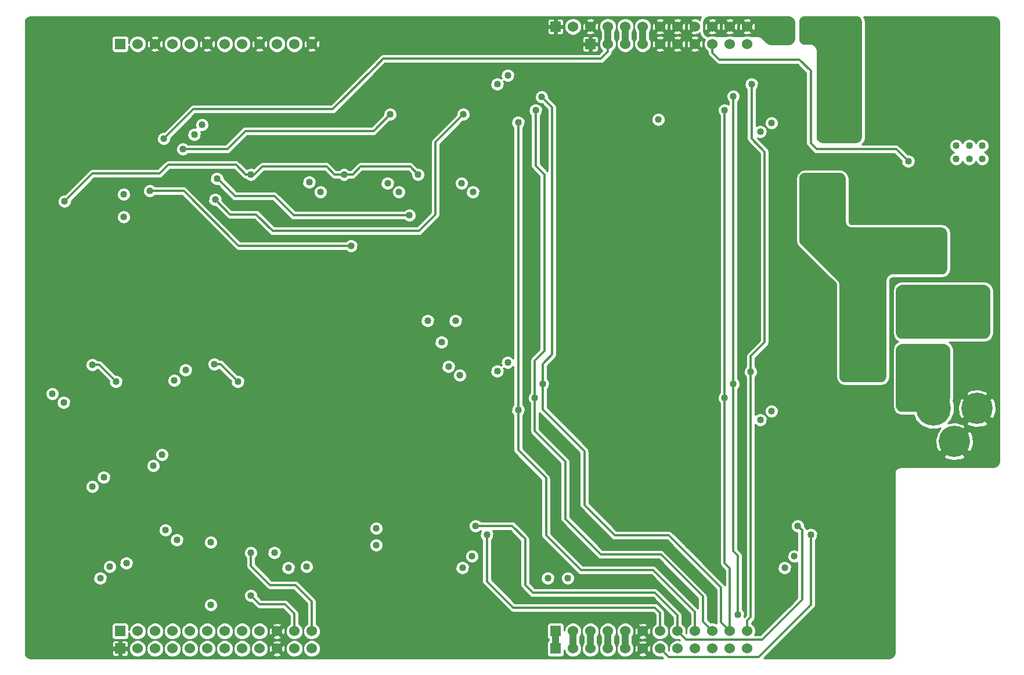
<source format=gbl>
G04 (created by PCBNEW (2013-03-19 BZR 4004)-stable) date 7/29/2015 9:45:37 AM*
%MOIN*%
G04 Gerber Fmt 3.4, Leading zero omitted, Abs format*
%FSLAX34Y34*%
G01*
G70*
G90*
G04 APERTURE LIST*
%ADD10C,0.007*%
%ADD11C,0.04*%
%ADD12C,0.2*%
%ADD13C,0.18*%
%ADD14R,0.06X0.06*%
%ADD15C,0.06*%
%ADD16C,0.014*%
%ADD17C,0.011*%
%ADD18C,0.04*%
%ADD19C,0.01*%
%ADD20C,0.012*%
G04 APERTURE END LIST*
G54D10*
G54D11*
X39600Y-8550D03*
X40050Y-10500D03*
X39950Y-12800D03*
X40000Y-17400D03*
X39950Y-20250D03*
X42700Y-21100D03*
X44200Y-19500D03*
X42000Y-20100D03*
X42050Y-17450D03*
X42100Y-15100D03*
X42150Y-12750D03*
X42000Y-10500D03*
X41950Y-8500D03*
X39950Y-15100D03*
X37500Y-23150D03*
X37850Y-20000D03*
X37850Y-17400D03*
X37900Y-15100D03*
X37900Y-12750D03*
X37800Y-10500D03*
X37850Y-8600D03*
X44300Y-17500D03*
X44150Y-15100D03*
X44150Y-12750D03*
X44200Y-10500D03*
X43050Y-8450D03*
X40050Y-35500D03*
X38500Y-35800D03*
X36500Y-35800D03*
X34350Y-35750D03*
X32500Y-35750D03*
X30200Y-35750D03*
X28700Y-32950D03*
X29850Y-33600D03*
X32400Y-33650D03*
X33500Y-33650D03*
X36550Y-33650D03*
X37850Y-33650D03*
X39200Y-33650D03*
X40200Y-31650D03*
X28700Y-31500D03*
X29450Y-30650D03*
X29800Y-31900D03*
X32150Y-31600D03*
X28950Y-34550D03*
X34500Y-31650D03*
X37400Y-31600D03*
X30000Y-29750D03*
X32150Y-29700D03*
X31050Y-27750D03*
X33100Y-27600D03*
X30450Y-26650D03*
X33050Y-26200D03*
X29250Y-27800D03*
X7950Y-23300D03*
X14700Y-22200D03*
X8800Y-21400D03*
X5750Y-27500D03*
X7000Y-28100D03*
X8000Y-28100D03*
X9550Y-28150D03*
X10200Y-26700D03*
X10100Y-24900D03*
X6550Y-26850D03*
X4650Y-25900D03*
X3850Y-26600D03*
X3000Y-24550D03*
X37600Y-7250D03*
X36350Y-8100D03*
X33500Y-8750D03*
X35850Y-10500D03*
X35700Y-12750D03*
X35750Y-15100D03*
X35750Y-17400D03*
X35750Y-20500D03*
X44500Y-7600D03*
X33450Y-21400D03*
X34300Y-8150D03*
X33600Y-10500D03*
X33750Y-12750D03*
X33700Y-15100D03*
X33600Y-17400D03*
X33600Y-20250D03*
X31550Y-20250D03*
X31600Y-17400D03*
X31500Y-15100D03*
X31500Y-12750D03*
X31600Y-10500D03*
X29450Y-20250D03*
X29400Y-17450D03*
X29500Y-15100D03*
X29550Y-12750D03*
X29400Y-10500D03*
X30350Y-8550D03*
X35350Y-22950D03*
X33000Y-24950D03*
X35250Y-24950D03*
X37450Y-24950D03*
X38800Y-24650D03*
X41800Y-24950D03*
X43850Y-24950D03*
X46350Y-24950D03*
X47900Y-25750D03*
X48150Y-27250D03*
X47200Y-29050D03*
X47050Y-26500D03*
X45100Y-26000D03*
X42700Y-26050D03*
X40150Y-26200D03*
X43350Y-27750D03*
X45250Y-27300D03*
X37500Y-26350D03*
X35700Y-26050D03*
X35700Y-27650D03*
X37900Y-27600D03*
X40200Y-27600D03*
X42650Y-28550D03*
X41700Y-29500D03*
X42750Y-29950D03*
X43300Y-30750D03*
X41750Y-30900D03*
X42900Y-35800D03*
X38550Y-29700D03*
X36200Y-29750D03*
X33900Y-29700D03*
X21450Y-25400D03*
X20100Y-25100D03*
X21350Y-22950D03*
X22800Y-28150D03*
X24850Y-28550D03*
X24850Y-30500D03*
X24350Y-25050D03*
X22800Y-26750D03*
X16800Y-22850D03*
X21350Y-26700D03*
X24500Y-27500D03*
X26500Y-27150D03*
X11300Y-26000D03*
X11250Y-27850D03*
X10550Y-29000D03*
X8000Y-29200D03*
X6350Y-30650D03*
X5600Y-33700D03*
X5750Y-34900D03*
X7800Y-34950D03*
X8000Y-33900D03*
X9100Y-34350D03*
X3750Y-34450D03*
X39200Y-4300D03*
X44400Y-5250D03*
X36050Y-3800D03*
X42300Y-4400D03*
X36350Y-5250D03*
X34600Y-5250D03*
X33300Y-4500D03*
X31450Y-4150D03*
X35500Y-6600D03*
X29550Y-4250D03*
X28300Y-7800D03*
X27450Y-10500D03*
X27350Y-12750D03*
X27350Y-15100D03*
X27400Y-17500D03*
X27700Y-20600D03*
X28300Y-25000D03*
X31700Y-24650D03*
X47200Y-30450D03*
X6650Y-21250D03*
X7800Y-21250D03*
X7650Y-22250D03*
X3750Y-21200D03*
X10800Y-21150D03*
X14750Y-21300D03*
X13800Y-21200D03*
X14950Y-23300D03*
X15800Y-21500D03*
X21350Y-24050D03*
X16850Y-20450D03*
X16750Y-25150D03*
X16700Y-27150D03*
X18750Y-25100D03*
X18850Y-27150D03*
X9100Y-20000D03*
X9150Y-17750D03*
X3850Y-18850D03*
X7400Y-18850D03*
X10850Y-18850D03*
X14400Y-18850D03*
X7400Y-20000D03*
X5600Y-20000D03*
X3850Y-20000D03*
X10850Y-20000D03*
X12650Y-20000D03*
X14450Y-20000D03*
X14500Y-16250D03*
X18650Y-20450D03*
X2100Y-20000D03*
X2100Y-17750D03*
X5650Y-17700D03*
X12650Y-17700D03*
G54D12*
X52700Y-23750D03*
G54D13*
X55200Y-23750D03*
X53900Y-25650D03*
G54D11*
X30300Y-24650D03*
X50200Y-37850D03*
X43500Y-37850D03*
X27850Y-37800D03*
X19200Y-37750D03*
X23550Y-37750D03*
X800Y-33850D03*
X800Y-37850D03*
X800Y-21850D03*
X800Y-17850D03*
X800Y-25850D03*
X800Y-29850D03*
X800Y-13850D03*
X800Y-9850D03*
X800Y-5850D03*
X800Y-1500D03*
X20800Y-1500D03*
X16800Y-1500D03*
X8800Y-1500D03*
X4800Y-1500D03*
X12800Y-1500D03*
X24800Y-1500D03*
X28800Y-1500D03*
X56200Y-1500D03*
X49050Y-1500D03*
X52650Y-1500D03*
X56200Y-5500D03*
X49000Y-6800D03*
X51750Y-6150D03*
X53450Y-3550D03*
X56200Y-10500D03*
X56200Y-14500D03*
X51300Y-11850D03*
X53700Y-13100D03*
X53450Y-10550D03*
X48600Y-9500D03*
X49650Y-11800D03*
X56250Y-20300D03*
X56200Y-26850D03*
X52200Y-26850D03*
X50200Y-33850D03*
X50200Y-29850D03*
X13000Y-31350D03*
X13750Y-28700D03*
X17300Y-33950D03*
X21550Y-33900D03*
X26750Y-34450D03*
X21800Y-30750D03*
X16250Y-18100D03*
X17600Y-14950D03*
X6900Y-15400D03*
X9450Y-14950D03*
X3800Y-16150D03*
X6000Y-13550D03*
X3150Y-7550D03*
X4600Y-4900D03*
X11100Y-5950D03*
X13550Y-5700D03*
X17700Y-5200D03*
X11400Y-15300D03*
X44600Y-34300D03*
G54D14*
X6000Y-2800D03*
G54D15*
X7000Y-2800D03*
X8000Y-2800D03*
X9000Y-2800D03*
X10000Y-2800D03*
X11000Y-2800D03*
X12000Y-2800D03*
X13000Y-2800D03*
X14000Y-2800D03*
X15000Y-2800D03*
X16000Y-2800D03*
X17000Y-2800D03*
G54D14*
X31000Y-37550D03*
G54D15*
X32000Y-37550D03*
X33000Y-37550D03*
X34000Y-37550D03*
X35000Y-37550D03*
X36000Y-37550D03*
X37000Y-37550D03*
X38000Y-37550D03*
X39000Y-37550D03*
X40000Y-37550D03*
X41000Y-37550D03*
X42000Y-37550D03*
G54D14*
X31000Y-36550D03*
G54D15*
X32000Y-36550D03*
X33000Y-36550D03*
X34000Y-36550D03*
X35000Y-36550D03*
X36000Y-36550D03*
X37000Y-36550D03*
X38000Y-36550D03*
X39000Y-36550D03*
X40000Y-36550D03*
X41000Y-36550D03*
X42000Y-36550D03*
G54D14*
X6000Y-37550D03*
G54D15*
X7000Y-37550D03*
X8000Y-37550D03*
X9000Y-37550D03*
X10000Y-37550D03*
X11000Y-37550D03*
X12000Y-37550D03*
X13000Y-37550D03*
X14000Y-37550D03*
X15000Y-37550D03*
X16000Y-37550D03*
X17000Y-37550D03*
G54D14*
X6000Y-36550D03*
G54D15*
X7000Y-36550D03*
X8000Y-36550D03*
X9000Y-36550D03*
X10000Y-36550D03*
X11000Y-36550D03*
X12000Y-36550D03*
X13000Y-36550D03*
X14000Y-36550D03*
X15000Y-36550D03*
X16000Y-36550D03*
X17000Y-36550D03*
G54D14*
X31000Y-1800D03*
G54D15*
X32000Y-1800D03*
X33000Y-1800D03*
X34000Y-1800D03*
X35000Y-1800D03*
X36000Y-1800D03*
X37000Y-1800D03*
X38000Y-1800D03*
X39000Y-1800D03*
X40000Y-1800D03*
X41000Y-1800D03*
X42000Y-1800D03*
G54D14*
X33000Y-2800D03*
G54D15*
X34000Y-2800D03*
X35000Y-2800D03*
X36000Y-2800D03*
X37000Y-2800D03*
X38000Y-2800D03*
X39000Y-2800D03*
X40000Y-2800D03*
X41000Y-2800D03*
X42000Y-2800D03*
G54D11*
X44150Y-32900D03*
X44700Y-32250D03*
X36900Y-7150D03*
X24450Y-19950D03*
X25250Y-18700D03*
X23650Y-18700D03*
X54750Y-8650D03*
X55500Y-8650D03*
X55500Y-9400D03*
X54750Y-9400D03*
X54000Y-9400D03*
X54000Y-8650D03*
X25650Y-32900D03*
X26200Y-32250D03*
X20700Y-31600D03*
X20700Y-30650D03*
X26250Y-11300D03*
X25600Y-10800D03*
X21350Y-10800D03*
X22000Y-11300D03*
X6200Y-12750D03*
X6200Y-11450D03*
X17500Y-11300D03*
X16850Y-10750D03*
X9100Y-22150D03*
X9750Y-21550D03*
X2100Y-22900D03*
X2750Y-23400D03*
X25500Y-21850D03*
X24850Y-21350D03*
X31700Y-33500D03*
X30550Y-33500D03*
X43400Y-23900D03*
X42750Y-24400D03*
X27650Y-21600D03*
X28250Y-21100D03*
X43400Y-7350D03*
X42750Y-7850D03*
X27650Y-5100D03*
X28250Y-4600D03*
X10250Y-8000D03*
X10700Y-7450D03*
X53050Y-15650D03*
X49700Y-21950D03*
X47700Y-21900D03*
X45500Y-13950D03*
X47250Y-15650D03*
X49750Y-15650D03*
X48650Y-16450D03*
X48650Y-18000D03*
X47750Y-19150D03*
X49500Y-19150D03*
X48650Y-20250D03*
X45450Y-12250D03*
X45450Y-10550D03*
X46250Y-11050D03*
X47200Y-12250D03*
X47000Y-11050D03*
X47350Y-13800D03*
X50350Y-13800D03*
X52950Y-13800D03*
X45800Y-2500D03*
X45800Y-1600D03*
X47000Y-1950D03*
X48100Y-1600D03*
X48100Y-2850D03*
X48200Y-7350D03*
X46500Y-6600D03*
X47650Y-6600D03*
X47000Y-7300D03*
X19250Y-14400D03*
X7700Y-11250D03*
X9600Y-8850D03*
X21500Y-6850D03*
X22600Y-12650D03*
X11550Y-10550D03*
X11450Y-11750D03*
X25700Y-6850D03*
X51250Y-9550D03*
X5400Y-32850D03*
X6350Y-32650D03*
X11200Y-35050D03*
X11200Y-31450D03*
X15650Y-32900D03*
X14850Y-32050D03*
X16700Y-32850D03*
X5050Y-27700D03*
X4400Y-28250D03*
X8400Y-26400D03*
X7900Y-27050D03*
X4850Y-33500D03*
X8600Y-30750D03*
X9250Y-31300D03*
X26400Y-30500D03*
X44900Y-30500D03*
X45650Y-31000D03*
X27050Y-31000D03*
X23100Y-10300D03*
X18850Y-10300D03*
X13500Y-10300D03*
X2800Y-11850D03*
X28850Y-7300D03*
X28850Y-23850D03*
X42250Y-5100D03*
X42200Y-21650D03*
X30200Y-5850D03*
X30250Y-22350D03*
X40700Y-6600D03*
X40700Y-23150D03*
X41450Y-35600D03*
X29850Y-6600D03*
X29800Y-23150D03*
X41200Y-5800D03*
X41200Y-22350D03*
X20050Y-29250D03*
X19400Y-29900D03*
X43350Y-32950D03*
X42800Y-32250D03*
X24450Y-14800D03*
X6750Y-25850D03*
X13750Y-25850D03*
X49950Y-4900D03*
X49950Y-3400D03*
X46000Y-21800D03*
X46000Y-20300D03*
X46050Y-17950D03*
X46000Y-16450D03*
X10050Y-35050D03*
X10050Y-31500D03*
X4050Y-33500D03*
X7250Y-31650D03*
X5050Y-29600D03*
X21400Y-16000D03*
X19800Y-16000D03*
X25250Y-16000D03*
X23650Y-16000D03*
X19250Y-22250D03*
X19250Y-21100D03*
X20650Y-12100D03*
X16150Y-12100D03*
X18900Y-31000D03*
X18150Y-30100D03*
X15650Y-30650D03*
X23700Y-21300D03*
X22950Y-20400D03*
X26250Y-12100D03*
X25600Y-12650D03*
X22000Y-12100D03*
X25700Y-4550D03*
X21450Y-4550D03*
X2450Y-9950D03*
X7000Y-11450D03*
X3800Y-9900D03*
X3300Y-9200D03*
X17500Y-12100D03*
X8700Y-30100D03*
X9200Y-23300D03*
X37600Y-5150D03*
X4800Y-30950D03*
X47100Y-28000D03*
X5700Y-23700D03*
X12750Y-24000D03*
X2100Y-22150D03*
X2750Y-21550D03*
X4400Y-29050D03*
X43400Y-23100D03*
X42750Y-22600D03*
X27650Y-22400D03*
X28250Y-22900D03*
X42750Y-6050D03*
X43400Y-6550D03*
X27650Y-5900D03*
X28250Y-6400D03*
X32800Y-6600D03*
X33250Y-7300D03*
X38200Y-4400D03*
X9200Y-26400D03*
X3100Y-33500D03*
X6950Y-29200D03*
X7250Y-30200D03*
X9450Y-29200D03*
X6550Y-29750D03*
X9250Y-32000D03*
X8600Y-32550D03*
X46350Y-31950D03*
X27850Y-31900D03*
X24900Y-32800D03*
X24400Y-32250D03*
X28500Y-28000D03*
X27850Y-27600D03*
X32800Y-23250D03*
X37800Y-21650D03*
X38200Y-21000D03*
X33200Y-23850D03*
X12700Y-10750D03*
X11950Y-8000D03*
X13950Y-9250D03*
X23100Y-8650D03*
X18850Y-8650D03*
X14350Y-8650D03*
X22700Y-9200D03*
X18450Y-9200D03*
X11500Y-7450D03*
X8500Y-12650D03*
X7850Y-12250D03*
X14650Y-25100D03*
X11250Y-22250D03*
X4250Y-22250D03*
X7650Y-25100D03*
X11400Y-21200D03*
X12750Y-22200D03*
X4400Y-21250D03*
X5750Y-22200D03*
X53200Y-20450D03*
X52200Y-20900D03*
X51000Y-20550D03*
X51000Y-21800D03*
X43950Y-2550D03*
X43300Y-1950D03*
X43950Y-1550D03*
X53550Y-19450D03*
X55650Y-19450D03*
X53450Y-17050D03*
X55600Y-16950D03*
X50950Y-17000D03*
X50900Y-19400D03*
X13500Y-34500D03*
X13500Y-32050D03*
X8500Y-8250D03*
G54D16*
X9750Y-21550D02*
X9700Y-21550D01*
X28250Y-4600D02*
X28300Y-4600D01*
X47750Y-21950D02*
X49700Y-21950D01*
X47700Y-21900D02*
X47750Y-21950D01*
X45550Y-13950D02*
X45500Y-13950D01*
X47250Y-15650D02*
X45550Y-13950D01*
X49450Y-15650D02*
X49750Y-15650D01*
X48650Y-16450D02*
X49450Y-15650D01*
X49500Y-19400D02*
X49500Y-19150D01*
X48650Y-20250D02*
X49500Y-19400D01*
X45750Y-10550D02*
X45450Y-10550D01*
X46250Y-11050D02*
X45750Y-10550D01*
X47200Y-11250D02*
X47200Y-12250D01*
X47000Y-11050D02*
X47200Y-11250D01*
X52950Y-13800D02*
X50350Y-13800D01*
X45800Y-1600D02*
X45800Y-2500D01*
X48100Y-2850D02*
X48100Y-1600D01*
X19250Y-14400D02*
X12800Y-14400D01*
X9650Y-11250D02*
X7700Y-11250D01*
X12800Y-14400D02*
X9650Y-11250D01*
X21500Y-6850D02*
X20550Y-7800D01*
X12150Y-8850D02*
X9600Y-8850D01*
X13200Y-7800D02*
X12150Y-8850D01*
X20550Y-7800D02*
X13200Y-7800D01*
X22600Y-12650D02*
X15950Y-12650D01*
X11600Y-10550D02*
X11550Y-10550D01*
X12600Y-11550D02*
X11600Y-10550D01*
X14850Y-11550D02*
X12600Y-11550D01*
X15950Y-12650D02*
X14850Y-11550D01*
X25700Y-6850D02*
X24100Y-8450D01*
X12300Y-12600D02*
X11450Y-11750D01*
X13800Y-12600D02*
X12300Y-12600D01*
X14750Y-13550D02*
X13800Y-12600D01*
X23150Y-13550D02*
X14750Y-13550D01*
X24100Y-12600D02*
X23150Y-13550D01*
X24100Y-8450D02*
X24100Y-12600D01*
X40000Y-3300D02*
X40000Y-2800D01*
X40400Y-3700D02*
X40000Y-3300D01*
X45000Y-3700D02*
X40400Y-3700D01*
X45650Y-4350D02*
X45000Y-3700D01*
X45650Y-8500D02*
X45650Y-4350D01*
X46000Y-8850D02*
X45650Y-8500D01*
X50550Y-8850D02*
X46000Y-8850D01*
X51250Y-9550D02*
X50550Y-8850D01*
X38000Y-36550D02*
X38000Y-35650D01*
X28500Y-30500D02*
X26400Y-30500D01*
X29250Y-31250D02*
X28500Y-30500D01*
X29250Y-33900D02*
X29250Y-31250D01*
X29700Y-34350D02*
X29250Y-33900D01*
X36700Y-34350D02*
X29700Y-34350D01*
X38000Y-35650D02*
X36700Y-34350D01*
X38000Y-36550D02*
X38500Y-37050D01*
X42850Y-37050D02*
X45150Y-34750D01*
X45150Y-34750D02*
X45150Y-30750D01*
X45150Y-30750D02*
X44900Y-30500D01*
X38500Y-37050D02*
X42850Y-37050D01*
X37000Y-37550D02*
X37000Y-37550D01*
X45650Y-35050D02*
X45650Y-31000D01*
X42650Y-38050D02*
X45650Y-35050D01*
X37500Y-38050D02*
X42650Y-38050D01*
X37000Y-37550D02*
X37500Y-38050D01*
X37000Y-36600D02*
X37000Y-35500D01*
X27050Y-33700D02*
X27050Y-31000D01*
X28550Y-35200D02*
X27050Y-33700D01*
X36700Y-35200D02*
X28550Y-35200D01*
X37000Y-35500D02*
X36700Y-35200D01*
X18850Y-10300D02*
X19350Y-10300D01*
X22650Y-9850D02*
X23100Y-10300D01*
X19800Y-9850D02*
X22650Y-9850D01*
X19350Y-10300D02*
X19800Y-9850D01*
X13500Y-10300D02*
X13700Y-10300D01*
X18300Y-10300D02*
X18850Y-10300D01*
X17850Y-9850D02*
X18300Y-10300D01*
X14150Y-9850D02*
X17850Y-9850D01*
X13700Y-10300D02*
X14150Y-9850D01*
X2800Y-11850D02*
X4400Y-10250D01*
X13200Y-10300D02*
X13500Y-10300D01*
X12650Y-9750D02*
X13200Y-10300D01*
X8750Y-9750D02*
X12650Y-9750D01*
X8250Y-10250D02*
X8750Y-9750D01*
X4400Y-10250D02*
X8250Y-10250D01*
X39000Y-36550D02*
X39000Y-35450D01*
X28850Y-26150D02*
X28850Y-23850D01*
X30450Y-27750D02*
X28850Y-26150D01*
X30450Y-31050D02*
X30450Y-27750D01*
X32450Y-33050D02*
X30450Y-31050D01*
X36600Y-33050D02*
X32450Y-33050D01*
X39000Y-35450D02*
X36600Y-33050D01*
X28850Y-23850D02*
X28850Y-7300D01*
X42200Y-21650D02*
X42200Y-35750D01*
X42000Y-35950D02*
X42000Y-36550D01*
X42200Y-35750D02*
X42000Y-35950D01*
X42250Y-8250D02*
X43000Y-9000D01*
X42250Y-5100D02*
X42250Y-8250D01*
X42200Y-20750D02*
X42200Y-21650D01*
X43000Y-19950D02*
X42200Y-20750D01*
X43000Y-9000D02*
X43000Y-19950D01*
X41000Y-36550D02*
X40500Y-36050D01*
X30250Y-23800D02*
X30250Y-22350D01*
X32650Y-26200D02*
X30250Y-23800D01*
X32650Y-29300D02*
X32650Y-26200D01*
X34400Y-31050D02*
X32650Y-29300D01*
X37500Y-31050D02*
X34400Y-31050D01*
X40500Y-34050D02*
X37500Y-31050D01*
X40500Y-36050D02*
X40500Y-34050D01*
X41000Y-36550D02*
X41000Y-32950D01*
X40700Y-32650D02*
X40700Y-23150D01*
X41000Y-32950D02*
X40700Y-32650D01*
X30800Y-6450D02*
X30800Y-20650D01*
X30800Y-20650D02*
X30250Y-21200D01*
X30250Y-21200D02*
X30250Y-22350D01*
X30200Y-5850D02*
X30800Y-6450D01*
X40700Y-6600D02*
X40700Y-23150D01*
X40000Y-36550D02*
X39450Y-36000D01*
X29800Y-25050D02*
X29800Y-23150D01*
X31550Y-26800D02*
X29800Y-25050D01*
X31550Y-30100D02*
X31550Y-26800D01*
X33600Y-32150D02*
X31550Y-30100D01*
X37050Y-32150D02*
X33600Y-32150D01*
X39450Y-34550D02*
X37050Y-32150D01*
X39450Y-36000D02*
X39450Y-34550D01*
X41200Y-31950D02*
X41200Y-22350D01*
X41450Y-32200D02*
X41200Y-31950D01*
X41450Y-35600D02*
X41450Y-32200D01*
X29800Y-21000D02*
X29800Y-23150D01*
X30350Y-20450D02*
X29800Y-21000D01*
X30350Y-10300D02*
X30350Y-20450D01*
X29850Y-9800D02*
X30350Y-10300D01*
X29850Y-6600D02*
X29850Y-9800D01*
X41200Y-5800D02*
X41200Y-22350D01*
X47100Y-28000D02*
X47150Y-27950D01*
G54D17*
X32800Y-23250D02*
X32850Y-23300D01*
G54D16*
X11750Y-21200D02*
X11400Y-21200D01*
X12750Y-22200D02*
X11750Y-21200D01*
X4800Y-21250D02*
X4400Y-21250D01*
X5750Y-22200D02*
X4800Y-21250D01*
G54D18*
X33000Y-36550D02*
X33000Y-37550D01*
G54D16*
X53200Y-20500D02*
X53200Y-20450D01*
X52800Y-20900D02*
X53200Y-20500D01*
X52200Y-20900D02*
X52800Y-20900D01*
X51000Y-21800D02*
X51000Y-20550D01*
G54D18*
X35000Y-1800D02*
X35000Y-2800D01*
X36000Y-1800D02*
X36000Y-2800D01*
G54D16*
X43550Y-1950D02*
X43300Y-1950D01*
X43950Y-1550D02*
X43550Y-1950D01*
G54D18*
X31000Y-36550D02*
X31000Y-37550D01*
X32000Y-36550D02*
X32000Y-37550D01*
X34000Y-36550D02*
X34000Y-37550D01*
X35000Y-36550D02*
X35000Y-37550D01*
G54D16*
X16000Y-36550D02*
X16000Y-35550D01*
X14000Y-35000D02*
X13500Y-34500D01*
X15450Y-35000D02*
X14000Y-35000D01*
X16000Y-35550D02*
X15450Y-35000D01*
X17000Y-34850D02*
X17000Y-36550D01*
X16050Y-33900D02*
X17000Y-34850D01*
X14600Y-33900D02*
X16050Y-33900D01*
X13500Y-32800D02*
X14600Y-33900D01*
X13500Y-32050D02*
X13500Y-32800D01*
X34000Y-2800D02*
X34000Y-3250D01*
X10200Y-6550D02*
X8500Y-8250D01*
X18200Y-6550D02*
X10650Y-6550D01*
X20650Y-4100D02*
X18200Y-6550D01*
X10650Y-6550D02*
X10200Y-6550D01*
X21100Y-3650D02*
X20650Y-4100D01*
X33600Y-3650D02*
X21100Y-3650D01*
X34000Y-3250D02*
X33600Y-3650D01*
G54D18*
X34000Y-1800D02*
X34000Y-2800D01*
G54D10*
G36*
X40241Y-36108D02*
X40099Y-36050D01*
X39900Y-36049D01*
X39887Y-36055D01*
X39720Y-35888D01*
X39720Y-34550D01*
X39719Y-34549D01*
X39720Y-34549D01*
X39715Y-34529D01*
X39699Y-34446D01*
X39699Y-34446D01*
X39640Y-34359D01*
X39640Y-34359D01*
X37240Y-31959D01*
X37153Y-31900D01*
X37050Y-31880D01*
X33711Y-31880D01*
X31820Y-29988D01*
X31820Y-26800D01*
X31799Y-26696D01*
X31799Y-26696D01*
X31740Y-26609D01*
X30070Y-24938D01*
X30070Y-24001D01*
X32380Y-26311D01*
X32380Y-29300D01*
X32400Y-29403D01*
X32459Y-29490D01*
X34209Y-31240D01*
X34296Y-31299D01*
X34296Y-31299D01*
X34400Y-31320D01*
X37388Y-31320D01*
X40230Y-34161D01*
X40230Y-36050D01*
X40241Y-36108D01*
X40241Y-36108D01*
G37*
G54D19*
X40241Y-36108D02*
X40099Y-36050D01*
X39900Y-36049D01*
X39887Y-36055D01*
X39720Y-35888D01*
X39720Y-34550D01*
X39719Y-34549D01*
X39720Y-34549D01*
X39715Y-34529D01*
X39699Y-34446D01*
X39699Y-34446D01*
X39640Y-34359D01*
X39640Y-34359D01*
X37240Y-31959D01*
X37153Y-31900D01*
X37050Y-31880D01*
X33711Y-31880D01*
X31820Y-29988D01*
X31820Y-26800D01*
X31799Y-26696D01*
X31799Y-26696D01*
X31740Y-26609D01*
X30070Y-24938D01*
X30070Y-24001D01*
X32380Y-26311D01*
X32380Y-29300D01*
X32400Y-29403D01*
X32459Y-29490D01*
X34209Y-31240D01*
X34296Y-31299D01*
X34296Y-31299D01*
X34400Y-31320D01*
X37388Y-31320D01*
X40230Y-34161D01*
X40230Y-36050D01*
X40241Y-36108D01*
G54D10*
G36*
X56450Y-26795D02*
X56426Y-26914D01*
X56361Y-27011D01*
X56305Y-27048D01*
X56305Y-23861D01*
X56264Y-23429D01*
X56179Y-23224D01*
X56150Y-23198D01*
X56150Y-19419D01*
X56150Y-16980D01*
X56111Y-16788D01*
X55991Y-16608D01*
X55900Y-16547D01*
X55900Y-9320D01*
X55839Y-9173D01*
X55726Y-9061D01*
X55639Y-9024D01*
X55726Y-8989D01*
X55838Y-8876D01*
X55899Y-8729D01*
X55900Y-8570D01*
X55839Y-8423D01*
X55726Y-8311D01*
X55579Y-8250D01*
X55420Y-8249D01*
X55273Y-8310D01*
X55161Y-8423D01*
X55124Y-8510D01*
X55089Y-8423D01*
X54976Y-8311D01*
X54829Y-8250D01*
X54670Y-8249D01*
X54523Y-8310D01*
X54411Y-8423D01*
X54374Y-8510D01*
X54339Y-8423D01*
X54226Y-8311D01*
X54079Y-8250D01*
X53920Y-8249D01*
X53773Y-8310D01*
X53661Y-8423D01*
X53600Y-8570D01*
X53599Y-8729D01*
X53660Y-8876D01*
X53773Y-8988D01*
X53860Y-9025D01*
X53773Y-9060D01*
X53661Y-9173D01*
X53600Y-9320D01*
X53599Y-9479D01*
X53660Y-9626D01*
X53773Y-9738D01*
X53920Y-9799D01*
X54079Y-9800D01*
X54226Y-9739D01*
X54338Y-9626D01*
X54375Y-9539D01*
X54410Y-9626D01*
X54523Y-9738D01*
X54670Y-9799D01*
X54829Y-9800D01*
X54976Y-9739D01*
X55088Y-9626D01*
X55125Y-9539D01*
X55160Y-9626D01*
X55273Y-9738D01*
X55420Y-9799D01*
X55579Y-9800D01*
X55726Y-9739D01*
X55838Y-9626D01*
X55899Y-9479D01*
X55900Y-9320D01*
X55900Y-16547D01*
X55811Y-16488D01*
X55619Y-16450D01*
X53700Y-16450D01*
X53700Y-15719D01*
X53700Y-13680D01*
X53661Y-13488D01*
X53541Y-13308D01*
X53361Y-13188D01*
X53169Y-13150D01*
X48019Y-13150D01*
X47944Y-13134D01*
X47896Y-13103D01*
X47865Y-13055D01*
X47850Y-12980D01*
X47850Y-10530D01*
X47811Y-10338D01*
X47691Y-10158D01*
X47511Y-10038D01*
X47319Y-10000D01*
X45330Y-10000D01*
X45138Y-10038D01*
X44958Y-10158D01*
X44838Y-10338D01*
X44800Y-10530D01*
X44800Y-14074D01*
X44838Y-14267D01*
X44947Y-14430D01*
X47042Y-16524D01*
X47084Y-16589D01*
X47100Y-16664D01*
X47100Y-21919D01*
X47138Y-22111D01*
X47258Y-22291D01*
X47438Y-22411D01*
X47630Y-22450D01*
X49669Y-22450D01*
X49861Y-22411D01*
X50041Y-22291D01*
X50161Y-22111D01*
X50200Y-21919D01*
X50200Y-16419D01*
X50215Y-16344D01*
X50246Y-16296D01*
X50294Y-16265D01*
X50369Y-16250D01*
X53169Y-16250D01*
X53361Y-16211D01*
X53541Y-16091D01*
X53661Y-15911D01*
X53700Y-15719D01*
X53700Y-16450D01*
X50880Y-16450D01*
X50688Y-16488D01*
X50508Y-16608D01*
X50388Y-16788D01*
X50350Y-16980D01*
X50350Y-19419D01*
X50388Y-19611D01*
X50508Y-19791D01*
X50670Y-19900D01*
X50508Y-20008D01*
X50388Y-20188D01*
X50350Y-20380D01*
X50350Y-23619D01*
X50388Y-23811D01*
X50508Y-23991D01*
X50688Y-24111D01*
X50880Y-24150D01*
X51566Y-24150D01*
X51682Y-24428D01*
X52019Y-24766D01*
X52460Y-24949D01*
X52937Y-24950D01*
X53094Y-24885D01*
X53008Y-24970D01*
X53049Y-25011D01*
X52920Y-25124D01*
X52794Y-25538D01*
X52835Y-25970D01*
X52920Y-26175D01*
X53049Y-26288D01*
X53687Y-25650D01*
X53682Y-25644D01*
X53894Y-25432D01*
X53900Y-25437D01*
X54538Y-24799D01*
X54425Y-24670D01*
X54011Y-24544D01*
X53579Y-24585D01*
X53548Y-24598D01*
X53716Y-24430D01*
X53899Y-23989D01*
X53900Y-23512D01*
X53820Y-23320D01*
X53850Y-23174D01*
X53850Y-20380D01*
X53811Y-20188D01*
X53691Y-20008D01*
X53604Y-19950D01*
X55619Y-19950D01*
X55811Y-19911D01*
X55991Y-19791D01*
X56111Y-19611D01*
X56150Y-19419D01*
X56150Y-23198D01*
X56050Y-23111D01*
X55838Y-23323D01*
X55838Y-22899D01*
X55725Y-22770D01*
X55311Y-22644D01*
X54879Y-22685D01*
X54674Y-22770D01*
X54561Y-22899D01*
X55200Y-23537D01*
X55838Y-22899D01*
X55838Y-23323D01*
X55412Y-23750D01*
X56050Y-24388D01*
X56179Y-24275D01*
X56305Y-23861D01*
X56305Y-27048D01*
X56264Y-27076D01*
X56145Y-27100D01*
X55838Y-27100D01*
X55838Y-24600D01*
X55200Y-23962D01*
X54987Y-24174D01*
X54987Y-23750D01*
X54349Y-23111D01*
X54220Y-23224D01*
X54094Y-23638D01*
X54135Y-24070D01*
X54220Y-24275D01*
X54349Y-24388D01*
X54987Y-23750D01*
X54987Y-24174D01*
X54561Y-24600D01*
X54674Y-24729D01*
X55088Y-24855D01*
X55520Y-24814D01*
X55725Y-24729D01*
X55838Y-24600D01*
X55838Y-27100D01*
X55005Y-27100D01*
X55005Y-25761D01*
X54964Y-25329D01*
X54879Y-25124D01*
X54750Y-25011D01*
X54112Y-25650D01*
X54750Y-26288D01*
X54879Y-26175D01*
X55005Y-25761D01*
X55005Y-27100D01*
X54538Y-27100D01*
X54538Y-26500D01*
X53900Y-25862D01*
X53687Y-26074D01*
X53261Y-26500D01*
X53374Y-26629D01*
X53788Y-26755D01*
X54220Y-26714D01*
X54425Y-26629D01*
X54538Y-26500D01*
X54538Y-27100D01*
X50845Y-27100D01*
X50696Y-27129D01*
X50566Y-27216D01*
X50479Y-27346D01*
X50450Y-27495D01*
X50450Y-37795D01*
X50426Y-37914D01*
X50361Y-38011D01*
X50264Y-38076D01*
X50145Y-38100D01*
X42981Y-38100D01*
X45840Y-35240D01*
X45899Y-35153D01*
X45899Y-35153D01*
X45920Y-35050D01*
X45920Y-31295D01*
X45988Y-31226D01*
X46049Y-31079D01*
X46050Y-30920D01*
X45989Y-30773D01*
X45876Y-30661D01*
X45729Y-30600D01*
X45570Y-30599D01*
X45423Y-30660D01*
X45405Y-30678D01*
X45399Y-30646D01*
X45399Y-30646D01*
X45340Y-30559D01*
X45340Y-30559D01*
X45299Y-30518D01*
X45300Y-30420D01*
X45239Y-30273D01*
X45126Y-30161D01*
X44979Y-30100D01*
X44820Y-30099D01*
X44673Y-30160D01*
X44561Y-30273D01*
X44500Y-30420D01*
X44499Y-30579D01*
X44560Y-30726D01*
X44673Y-30838D01*
X44820Y-30899D01*
X44880Y-30899D01*
X44880Y-31891D01*
X44779Y-31850D01*
X44620Y-31849D01*
X44473Y-31910D01*
X44361Y-32023D01*
X44300Y-32170D01*
X44299Y-32329D01*
X44360Y-32476D01*
X44473Y-32588D01*
X44620Y-32649D01*
X44779Y-32650D01*
X44880Y-32608D01*
X44880Y-34638D01*
X44550Y-34968D01*
X44550Y-32820D01*
X44489Y-32673D01*
X44376Y-32561D01*
X44229Y-32500D01*
X44070Y-32499D01*
X43923Y-32560D01*
X43811Y-32673D01*
X43800Y-32699D01*
X43800Y-23820D01*
X43800Y-7270D01*
X43739Y-7123D01*
X43626Y-7011D01*
X43479Y-6950D01*
X43320Y-6949D01*
X43173Y-7010D01*
X43061Y-7123D01*
X43000Y-7270D01*
X42999Y-7429D01*
X43060Y-7576D01*
X43173Y-7688D01*
X43320Y-7749D01*
X43479Y-7750D01*
X43626Y-7689D01*
X43738Y-7576D01*
X43799Y-7429D01*
X43800Y-7270D01*
X43800Y-23820D01*
X43739Y-23673D01*
X43626Y-23561D01*
X43479Y-23500D01*
X43320Y-23499D01*
X43173Y-23560D01*
X43061Y-23673D01*
X43000Y-23820D01*
X42999Y-23979D01*
X43060Y-24126D01*
X43173Y-24238D01*
X43320Y-24299D01*
X43479Y-24300D01*
X43626Y-24239D01*
X43738Y-24126D01*
X43799Y-23979D01*
X43800Y-23820D01*
X43800Y-32699D01*
X43750Y-32820D01*
X43749Y-32979D01*
X43810Y-33126D01*
X43923Y-33238D01*
X44070Y-33299D01*
X44229Y-33300D01*
X44376Y-33239D01*
X44488Y-33126D01*
X44549Y-32979D01*
X44550Y-32820D01*
X44550Y-34968D01*
X42738Y-36780D01*
X42445Y-36780D01*
X42499Y-36649D01*
X42500Y-36450D01*
X42424Y-36267D01*
X42283Y-36126D01*
X42270Y-36120D01*
X42270Y-36061D01*
X42390Y-35940D01*
X42390Y-35940D01*
X42390Y-35940D01*
X42449Y-35853D01*
X42449Y-35853D01*
X42470Y-35750D01*
X42470Y-24685D01*
X42523Y-24738D01*
X42670Y-24799D01*
X42829Y-24800D01*
X42976Y-24739D01*
X43088Y-24626D01*
X43149Y-24479D01*
X43150Y-24320D01*
X43089Y-24173D01*
X42976Y-24061D01*
X42829Y-24000D01*
X42670Y-23999D01*
X42523Y-24060D01*
X42470Y-24114D01*
X42470Y-21945D01*
X42538Y-21876D01*
X42599Y-21729D01*
X42600Y-21570D01*
X42539Y-21423D01*
X42470Y-21354D01*
X42470Y-20861D01*
X43190Y-20140D01*
X43190Y-20140D01*
X43190Y-20140D01*
X43249Y-20053D01*
X43249Y-20053D01*
X43265Y-19970D01*
X43270Y-19950D01*
X43269Y-19950D01*
X43270Y-19950D01*
X43270Y-9000D01*
X43269Y-8999D01*
X43270Y-8999D01*
X43265Y-8979D01*
X43249Y-8896D01*
X43249Y-8896D01*
X43190Y-8809D01*
X43190Y-8809D01*
X42604Y-8222D01*
X42670Y-8249D01*
X42829Y-8250D01*
X42976Y-8189D01*
X43088Y-8076D01*
X43149Y-7929D01*
X43150Y-7770D01*
X43089Y-7623D01*
X42976Y-7511D01*
X42829Y-7450D01*
X42670Y-7449D01*
X42523Y-7510D01*
X42520Y-7514D01*
X42520Y-5395D01*
X42588Y-5326D01*
X42649Y-5179D01*
X42650Y-5020D01*
X42589Y-4873D01*
X42476Y-4761D01*
X42329Y-4700D01*
X42170Y-4699D01*
X42023Y-4760D01*
X41911Y-4873D01*
X41850Y-5020D01*
X41849Y-5179D01*
X41910Y-5326D01*
X41980Y-5395D01*
X41980Y-8250D01*
X42000Y-8353D01*
X42059Y-8440D01*
X42730Y-9111D01*
X42730Y-19838D01*
X42009Y-20559D01*
X41950Y-20646D01*
X41930Y-20750D01*
X41930Y-21354D01*
X41861Y-21423D01*
X41800Y-21570D01*
X41799Y-21729D01*
X41860Y-21876D01*
X41930Y-21945D01*
X41930Y-35638D01*
X41822Y-35745D01*
X41849Y-35679D01*
X41850Y-35520D01*
X41789Y-35373D01*
X41720Y-35304D01*
X41720Y-32200D01*
X41699Y-32096D01*
X41699Y-32096D01*
X41640Y-32009D01*
X41640Y-32009D01*
X41470Y-31838D01*
X41470Y-22645D01*
X41538Y-22576D01*
X41599Y-22429D01*
X41600Y-22270D01*
X41539Y-22123D01*
X41470Y-22054D01*
X41470Y-6095D01*
X41538Y-6026D01*
X41599Y-5879D01*
X41600Y-5720D01*
X41539Y-5573D01*
X41426Y-5461D01*
X41279Y-5400D01*
X41120Y-5399D01*
X40973Y-5460D01*
X40861Y-5573D01*
X40800Y-5720D01*
X40799Y-5879D01*
X40860Y-6026D01*
X40930Y-6095D01*
X40930Y-6264D01*
X40926Y-6261D01*
X40779Y-6200D01*
X40620Y-6199D01*
X40473Y-6260D01*
X40361Y-6373D01*
X40300Y-6520D01*
X40299Y-6679D01*
X40360Y-6826D01*
X40430Y-6895D01*
X40430Y-22854D01*
X40361Y-22923D01*
X40300Y-23070D01*
X40299Y-23229D01*
X40360Y-23376D01*
X40430Y-23445D01*
X40430Y-32650D01*
X40450Y-32753D01*
X40509Y-32840D01*
X40730Y-33061D01*
X40730Y-33917D01*
X40690Y-33859D01*
X39477Y-32645D01*
X39477Y-2837D01*
X39455Y-2651D01*
X39426Y-2582D01*
X39357Y-2548D01*
X39251Y-2654D01*
X39251Y-2442D01*
X39217Y-2373D01*
X39037Y-2322D01*
X38851Y-2344D01*
X38782Y-2373D01*
X38748Y-2442D01*
X39000Y-2693D01*
X39251Y-2442D01*
X39251Y-2654D01*
X39106Y-2800D01*
X39357Y-3051D01*
X39426Y-3017D01*
X39477Y-2837D01*
X39477Y-32645D01*
X39251Y-32419D01*
X39251Y-3157D01*
X39000Y-2906D01*
X38893Y-3012D01*
X38893Y-2800D01*
X38642Y-2548D01*
X38573Y-2582D01*
X38522Y-2762D01*
X38544Y-2948D01*
X38573Y-3017D01*
X38642Y-3051D01*
X38893Y-2800D01*
X38893Y-3012D01*
X38748Y-3157D01*
X38782Y-3226D01*
X38962Y-3277D01*
X39148Y-3255D01*
X39217Y-3226D01*
X39251Y-3157D01*
X39251Y-32419D01*
X38477Y-31645D01*
X38477Y-2837D01*
X38477Y-1837D01*
X38455Y-1651D01*
X38426Y-1582D01*
X38357Y-1548D01*
X38251Y-1654D01*
X38251Y-1442D01*
X38217Y-1373D01*
X38037Y-1322D01*
X37851Y-1344D01*
X37782Y-1373D01*
X37748Y-1442D01*
X38000Y-1693D01*
X38251Y-1442D01*
X38251Y-1654D01*
X38106Y-1800D01*
X38357Y-2051D01*
X38426Y-2017D01*
X38477Y-1837D01*
X38477Y-2837D01*
X38455Y-2651D01*
X38426Y-2582D01*
X38357Y-2548D01*
X38251Y-2654D01*
X38251Y-2442D01*
X38251Y-2157D01*
X38000Y-1906D01*
X37893Y-2012D01*
X37893Y-1800D01*
X37642Y-1548D01*
X37573Y-1582D01*
X37522Y-1762D01*
X37544Y-1948D01*
X37573Y-2017D01*
X37642Y-2051D01*
X37893Y-1800D01*
X37893Y-2012D01*
X37748Y-2157D01*
X37782Y-2226D01*
X37962Y-2277D01*
X38148Y-2255D01*
X38217Y-2226D01*
X38251Y-2157D01*
X38251Y-2442D01*
X38217Y-2373D01*
X38037Y-2322D01*
X37851Y-2344D01*
X37782Y-2373D01*
X37748Y-2442D01*
X38000Y-2693D01*
X38251Y-2442D01*
X38251Y-2654D01*
X38106Y-2800D01*
X38357Y-3051D01*
X38426Y-3017D01*
X38477Y-2837D01*
X38477Y-31645D01*
X38251Y-31419D01*
X38251Y-3157D01*
X38000Y-2906D01*
X37893Y-3012D01*
X37893Y-2800D01*
X37642Y-2548D01*
X37573Y-2582D01*
X37522Y-2762D01*
X37544Y-2948D01*
X37573Y-3017D01*
X37642Y-3051D01*
X37893Y-2800D01*
X37893Y-3012D01*
X37748Y-3157D01*
X37782Y-3226D01*
X37962Y-3277D01*
X38148Y-3255D01*
X38217Y-3226D01*
X38251Y-3157D01*
X38251Y-31419D01*
X37690Y-30859D01*
X37603Y-30800D01*
X37500Y-30780D01*
X37477Y-30780D01*
X37477Y-2837D01*
X37477Y-1837D01*
X37455Y-1651D01*
X37426Y-1582D01*
X37357Y-1548D01*
X37251Y-1654D01*
X37251Y-1442D01*
X37217Y-1373D01*
X37037Y-1322D01*
X36851Y-1344D01*
X36782Y-1373D01*
X36748Y-1442D01*
X37000Y-1693D01*
X37251Y-1442D01*
X37251Y-1654D01*
X37106Y-1800D01*
X37357Y-2051D01*
X37426Y-2017D01*
X37477Y-1837D01*
X37477Y-2837D01*
X37455Y-2651D01*
X37426Y-2582D01*
X37357Y-2548D01*
X37251Y-2654D01*
X37251Y-2442D01*
X37251Y-2157D01*
X37000Y-1906D01*
X36893Y-2012D01*
X36893Y-1800D01*
X36642Y-1548D01*
X36573Y-1582D01*
X36522Y-1762D01*
X36544Y-1948D01*
X36573Y-2017D01*
X36642Y-2051D01*
X36893Y-1800D01*
X36893Y-2012D01*
X36748Y-2157D01*
X36782Y-2226D01*
X36962Y-2277D01*
X37148Y-2255D01*
X37217Y-2226D01*
X37251Y-2157D01*
X37251Y-2442D01*
X37217Y-2373D01*
X37037Y-2322D01*
X36851Y-2344D01*
X36782Y-2373D01*
X36748Y-2442D01*
X37000Y-2693D01*
X37251Y-2442D01*
X37251Y-2654D01*
X37106Y-2800D01*
X37357Y-3051D01*
X37426Y-3017D01*
X37477Y-2837D01*
X37477Y-30780D01*
X37300Y-30780D01*
X37300Y-7070D01*
X37251Y-6952D01*
X37251Y-3157D01*
X37000Y-2906D01*
X36893Y-3012D01*
X36893Y-2800D01*
X36642Y-2548D01*
X36573Y-2582D01*
X36522Y-2762D01*
X36544Y-2948D01*
X36573Y-3017D01*
X36642Y-3051D01*
X36893Y-2800D01*
X36893Y-3012D01*
X36748Y-3157D01*
X36782Y-3226D01*
X36962Y-3277D01*
X37148Y-3255D01*
X37217Y-3226D01*
X37251Y-3157D01*
X37251Y-6952D01*
X37239Y-6923D01*
X37126Y-6811D01*
X36979Y-6750D01*
X36820Y-6749D01*
X36673Y-6810D01*
X36561Y-6923D01*
X36500Y-7070D01*
X36500Y-2700D01*
X36424Y-2517D01*
X36400Y-2492D01*
X36400Y-2107D01*
X36423Y-2083D01*
X36499Y-1899D01*
X36500Y-1700D01*
X36424Y-1517D01*
X36283Y-1376D01*
X36099Y-1300D01*
X35900Y-1299D01*
X35717Y-1375D01*
X35576Y-1516D01*
X35500Y-1700D01*
X35499Y-1899D01*
X35575Y-2082D01*
X35600Y-2107D01*
X35600Y-2492D01*
X35576Y-2516D01*
X35500Y-2700D01*
X35500Y-2701D01*
X35500Y-2700D01*
X35424Y-2517D01*
X35400Y-2492D01*
X35400Y-2107D01*
X35423Y-2083D01*
X35499Y-1899D01*
X35500Y-1700D01*
X35424Y-1517D01*
X35283Y-1376D01*
X35099Y-1300D01*
X34900Y-1299D01*
X34717Y-1375D01*
X34576Y-1516D01*
X34500Y-1700D01*
X34499Y-1899D01*
X34575Y-2082D01*
X34600Y-2107D01*
X34600Y-2492D01*
X34576Y-2516D01*
X34500Y-2700D01*
X34500Y-2701D01*
X34500Y-2700D01*
X34424Y-2517D01*
X34400Y-2492D01*
X34400Y-2107D01*
X34423Y-2083D01*
X34499Y-1899D01*
X34500Y-1700D01*
X34424Y-1517D01*
X34283Y-1376D01*
X34099Y-1300D01*
X33900Y-1299D01*
X33717Y-1375D01*
X33576Y-1516D01*
X33500Y-1700D01*
X33499Y-1899D01*
X33575Y-2082D01*
X33600Y-2107D01*
X33600Y-2492D01*
X33576Y-2516D01*
X33500Y-2700D01*
X33499Y-2899D01*
X33575Y-3082D01*
X33680Y-3187D01*
X33488Y-3380D01*
X33477Y-3380D01*
X33477Y-1837D01*
X33455Y-1651D01*
X33426Y-1582D01*
X33357Y-1548D01*
X33251Y-1654D01*
X33251Y-1442D01*
X33217Y-1373D01*
X33037Y-1322D01*
X32851Y-1344D01*
X32782Y-1373D01*
X32748Y-1442D01*
X33000Y-1693D01*
X33251Y-1442D01*
X33251Y-1654D01*
X33106Y-1800D01*
X33357Y-2051D01*
X33426Y-2017D01*
X33477Y-1837D01*
X33477Y-3380D01*
X33470Y-3380D01*
X33470Y-3066D01*
X33470Y-2533D01*
X33469Y-2466D01*
X33444Y-2403D01*
X33396Y-2355D01*
X33333Y-2329D01*
X33251Y-2329D01*
X33251Y-2157D01*
X33000Y-1906D01*
X32893Y-2012D01*
X32893Y-1800D01*
X32642Y-1548D01*
X32573Y-1582D01*
X32522Y-1762D01*
X32544Y-1948D01*
X32573Y-2017D01*
X32642Y-2051D01*
X32893Y-1800D01*
X32893Y-2012D01*
X32748Y-2157D01*
X32782Y-2226D01*
X32962Y-2277D01*
X33148Y-2255D01*
X33217Y-2226D01*
X33251Y-2157D01*
X33251Y-2329D01*
X33117Y-2330D01*
X33075Y-2372D01*
X33075Y-2725D01*
X33427Y-2725D01*
X33470Y-2682D01*
X33470Y-2533D01*
X33470Y-3066D01*
X33470Y-2917D01*
X33427Y-2875D01*
X33075Y-2875D01*
X33075Y-3227D01*
X33117Y-3270D01*
X33333Y-3270D01*
X33396Y-3244D01*
X33444Y-3196D01*
X33469Y-3133D01*
X33470Y-3066D01*
X33470Y-3380D01*
X32925Y-3380D01*
X32925Y-3227D01*
X32925Y-2875D01*
X32925Y-2725D01*
X32925Y-2372D01*
X32882Y-2330D01*
X32666Y-2329D01*
X32603Y-2355D01*
X32555Y-2403D01*
X32530Y-2466D01*
X32529Y-2533D01*
X32530Y-2682D01*
X32572Y-2725D01*
X32925Y-2725D01*
X32925Y-2875D01*
X32572Y-2875D01*
X32530Y-2917D01*
X32529Y-3066D01*
X32530Y-3133D01*
X32555Y-3196D01*
X32603Y-3244D01*
X32666Y-3270D01*
X32882Y-3270D01*
X32925Y-3227D01*
X32925Y-3380D01*
X32500Y-3380D01*
X32500Y-1700D01*
X32424Y-1517D01*
X32283Y-1376D01*
X32099Y-1300D01*
X31900Y-1299D01*
X31717Y-1375D01*
X31576Y-1516D01*
X31500Y-1700D01*
X31499Y-1899D01*
X31575Y-2082D01*
X31716Y-2223D01*
X31900Y-2299D01*
X32099Y-2300D01*
X32282Y-2224D01*
X32423Y-2083D01*
X32499Y-1899D01*
X32500Y-1700D01*
X32500Y-3380D01*
X31470Y-3380D01*
X31470Y-2066D01*
X31470Y-1533D01*
X31469Y-1466D01*
X31444Y-1403D01*
X31396Y-1355D01*
X31333Y-1329D01*
X31117Y-1330D01*
X31075Y-1372D01*
X31075Y-1725D01*
X31427Y-1725D01*
X31470Y-1682D01*
X31470Y-1533D01*
X31470Y-2066D01*
X31470Y-1917D01*
X31427Y-1875D01*
X31075Y-1875D01*
X31075Y-2227D01*
X31117Y-2270D01*
X31333Y-2270D01*
X31396Y-2244D01*
X31444Y-2196D01*
X31469Y-2133D01*
X31470Y-2066D01*
X31470Y-3380D01*
X30925Y-3380D01*
X30925Y-2227D01*
X30925Y-1875D01*
X30925Y-1725D01*
X30925Y-1372D01*
X30882Y-1330D01*
X30666Y-1329D01*
X30603Y-1355D01*
X30555Y-1403D01*
X30530Y-1466D01*
X30529Y-1533D01*
X30530Y-1682D01*
X30572Y-1725D01*
X30925Y-1725D01*
X30925Y-1875D01*
X30572Y-1875D01*
X30530Y-1917D01*
X30529Y-2066D01*
X30530Y-2133D01*
X30555Y-2196D01*
X30603Y-2244D01*
X30666Y-2270D01*
X30882Y-2270D01*
X30925Y-2227D01*
X30925Y-3380D01*
X21100Y-3380D01*
X20996Y-3400D01*
X20909Y-3459D01*
X20459Y-3909D01*
X20459Y-3909D01*
X20459Y-3909D01*
X18088Y-6280D01*
X17477Y-6280D01*
X17477Y-2837D01*
X17455Y-2651D01*
X17426Y-2582D01*
X17357Y-2548D01*
X17251Y-2654D01*
X17251Y-2442D01*
X17217Y-2373D01*
X17037Y-2322D01*
X16851Y-2344D01*
X16782Y-2373D01*
X16748Y-2442D01*
X17000Y-2693D01*
X17251Y-2442D01*
X17251Y-2654D01*
X17106Y-2800D01*
X17357Y-3051D01*
X17426Y-3017D01*
X17477Y-2837D01*
X17477Y-6280D01*
X17251Y-6280D01*
X17251Y-3157D01*
X17000Y-2906D01*
X16893Y-3012D01*
X16893Y-2800D01*
X16642Y-2548D01*
X16573Y-2582D01*
X16522Y-2762D01*
X16544Y-2948D01*
X16573Y-3017D01*
X16642Y-3051D01*
X16893Y-2800D01*
X16893Y-3012D01*
X16748Y-3157D01*
X16782Y-3226D01*
X16962Y-3277D01*
X17148Y-3255D01*
X17217Y-3226D01*
X17251Y-3157D01*
X17251Y-6280D01*
X16500Y-6280D01*
X16500Y-2700D01*
X16424Y-2517D01*
X16283Y-2376D01*
X16099Y-2300D01*
X15900Y-2299D01*
X15717Y-2375D01*
X15576Y-2516D01*
X15500Y-2700D01*
X15500Y-2701D01*
X15500Y-2700D01*
X15424Y-2517D01*
X15283Y-2376D01*
X15099Y-2300D01*
X14900Y-2299D01*
X14717Y-2375D01*
X14576Y-2516D01*
X14500Y-2700D01*
X14499Y-2899D01*
X14575Y-3082D01*
X14716Y-3223D01*
X14900Y-3299D01*
X15099Y-3300D01*
X15282Y-3224D01*
X15423Y-3083D01*
X15499Y-2899D01*
X15500Y-2700D01*
X15500Y-2701D01*
X15499Y-2899D01*
X15575Y-3082D01*
X15716Y-3223D01*
X15900Y-3299D01*
X16099Y-3300D01*
X16282Y-3224D01*
X16423Y-3083D01*
X16499Y-2899D01*
X16500Y-2700D01*
X16500Y-6280D01*
X14477Y-6280D01*
X14477Y-2837D01*
X14455Y-2651D01*
X14426Y-2582D01*
X14357Y-2548D01*
X14251Y-2654D01*
X14251Y-2442D01*
X14217Y-2373D01*
X14037Y-2322D01*
X13851Y-2344D01*
X13782Y-2373D01*
X13748Y-2442D01*
X14000Y-2693D01*
X14251Y-2442D01*
X14251Y-2654D01*
X14106Y-2800D01*
X14357Y-3051D01*
X14426Y-3017D01*
X14477Y-2837D01*
X14477Y-6280D01*
X14251Y-6280D01*
X14251Y-3157D01*
X14000Y-2906D01*
X13893Y-3012D01*
X13893Y-2800D01*
X13642Y-2548D01*
X13573Y-2582D01*
X13522Y-2762D01*
X13544Y-2948D01*
X13573Y-3017D01*
X13642Y-3051D01*
X13893Y-2800D01*
X13893Y-3012D01*
X13748Y-3157D01*
X13782Y-3226D01*
X13962Y-3277D01*
X14148Y-3255D01*
X14217Y-3226D01*
X14251Y-3157D01*
X14251Y-6280D01*
X13500Y-6280D01*
X13500Y-2700D01*
X13424Y-2517D01*
X13283Y-2376D01*
X13099Y-2300D01*
X12900Y-2299D01*
X12717Y-2375D01*
X12576Y-2516D01*
X12500Y-2700D01*
X12500Y-2701D01*
X12500Y-2700D01*
X12424Y-2517D01*
X12283Y-2376D01*
X12099Y-2300D01*
X11900Y-2299D01*
X11717Y-2375D01*
X11576Y-2516D01*
X11500Y-2700D01*
X11499Y-2899D01*
X11575Y-3082D01*
X11716Y-3223D01*
X11900Y-3299D01*
X12099Y-3300D01*
X12282Y-3224D01*
X12423Y-3083D01*
X12499Y-2899D01*
X12500Y-2700D01*
X12500Y-2701D01*
X12499Y-2899D01*
X12575Y-3082D01*
X12716Y-3223D01*
X12900Y-3299D01*
X13099Y-3300D01*
X13282Y-3224D01*
X13423Y-3083D01*
X13499Y-2899D01*
X13500Y-2700D01*
X13500Y-6280D01*
X11477Y-6280D01*
X11477Y-2837D01*
X11455Y-2651D01*
X11426Y-2582D01*
X11357Y-2548D01*
X11251Y-2654D01*
X11251Y-2442D01*
X11217Y-2373D01*
X11037Y-2322D01*
X10851Y-2344D01*
X10782Y-2373D01*
X10748Y-2442D01*
X11000Y-2693D01*
X11251Y-2442D01*
X11251Y-2654D01*
X11106Y-2800D01*
X11357Y-3051D01*
X11426Y-3017D01*
X11477Y-2837D01*
X11477Y-6280D01*
X11251Y-6280D01*
X11251Y-3157D01*
X11000Y-2906D01*
X10893Y-3012D01*
X10893Y-2800D01*
X10642Y-2548D01*
X10573Y-2582D01*
X10522Y-2762D01*
X10544Y-2948D01*
X10573Y-3017D01*
X10642Y-3051D01*
X10893Y-2800D01*
X10893Y-3012D01*
X10748Y-3157D01*
X10782Y-3226D01*
X10962Y-3277D01*
X11148Y-3255D01*
X11217Y-3226D01*
X11251Y-3157D01*
X11251Y-6280D01*
X10650Y-6280D01*
X10500Y-6280D01*
X10500Y-2700D01*
X10424Y-2517D01*
X10283Y-2376D01*
X10099Y-2300D01*
X9900Y-2299D01*
X9717Y-2375D01*
X9576Y-2516D01*
X9500Y-2700D01*
X9500Y-2701D01*
X9500Y-2700D01*
X9424Y-2517D01*
X9283Y-2376D01*
X9099Y-2300D01*
X8900Y-2299D01*
X8717Y-2375D01*
X8576Y-2516D01*
X8500Y-2700D01*
X8499Y-2899D01*
X8575Y-3082D01*
X8716Y-3223D01*
X8900Y-3299D01*
X9099Y-3300D01*
X9282Y-3224D01*
X9423Y-3083D01*
X9499Y-2899D01*
X9500Y-2700D01*
X9500Y-2701D01*
X9499Y-2899D01*
X9575Y-3082D01*
X9716Y-3223D01*
X9900Y-3299D01*
X10099Y-3300D01*
X10282Y-3224D01*
X10423Y-3083D01*
X10499Y-2899D01*
X10500Y-2700D01*
X10500Y-6280D01*
X10200Y-6280D01*
X10096Y-6300D01*
X10009Y-6359D01*
X8518Y-7850D01*
X8477Y-7849D01*
X8477Y-2837D01*
X8455Y-2651D01*
X8426Y-2582D01*
X8357Y-2548D01*
X8251Y-2654D01*
X8251Y-2442D01*
X8217Y-2373D01*
X8037Y-2322D01*
X7851Y-2344D01*
X7782Y-2373D01*
X7748Y-2442D01*
X8000Y-2693D01*
X8251Y-2442D01*
X8251Y-2654D01*
X8106Y-2800D01*
X8357Y-3051D01*
X8426Y-3017D01*
X8477Y-2837D01*
X8477Y-7849D01*
X8420Y-7849D01*
X8273Y-7910D01*
X8251Y-7933D01*
X8251Y-3157D01*
X8000Y-2906D01*
X7893Y-3012D01*
X7893Y-2800D01*
X7642Y-2548D01*
X7573Y-2582D01*
X7522Y-2762D01*
X7544Y-2948D01*
X7573Y-3017D01*
X7642Y-3051D01*
X7893Y-2800D01*
X7893Y-3012D01*
X7748Y-3157D01*
X7782Y-3226D01*
X7962Y-3277D01*
X8148Y-3255D01*
X8217Y-3226D01*
X8251Y-3157D01*
X8251Y-7933D01*
X8161Y-8023D01*
X8100Y-8170D01*
X8099Y-8329D01*
X8160Y-8476D01*
X8273Y-8588D01*
X8420Y-8649D01*
X8579Y-8650D01*
X8726Y-8589D01*
X8838Y-8476D01*
X8899Y-8329D01*
X8900Y-8231D01*
X10311Y-6820D01*
X10650Y-6820D01*
X18200Y-6820D01*
X18303Y-6799D01*
X18303Y-6799D01*
X18390Y-6740D01*
X20840Y-4290D01*
X20840Y-4290D01*
X20840Y-4290D01*
X21211Y-3920D01*
X33600Y-3920D01*
X33703Y-3899D01*
X33703Y-3899D01*
X33790Y-3840D01*
X34190Y-3440D01*
X34190Y-3440D01*
X34190Y-3440D01*
X34249Y-3353D01*
X34249Y-3353D01*
X34265Y-3270D01*
X34270Y-3250D01*
X34269Y-3250D01*
X34270Y-3250D01*
X34270Y-3229D01*
X34282Y-3224D01*
X34423Y-3083D01*
X34499Y-2899D01*
X34500Y-2700D01*
X34500Y-2701D01*
X34499Y-2899D01*
X34575Y-3082D01*
X34716Y-3223D01*
X34900Y-3299D01*
X35099Y-3300D01*
X35282Y-3224D01*
X35423Y-3083D01*
X35499Y-2899D01*
X35500Y-2700D01*
X35500Y-2701D01*
X35499Y-2899D01*
X35575Y-3082D01*
X35716Y-3223D01*
X35900Y-3299D01*
X36099Y-3300D01*
X36282Y-3224D01*
X36423Y-3083D01*
X36499Y-2899D01*
X36500Y-2700D01*
X36500Y-7070D01*
X36500Y-7070D01*
X36499Y-7229D01*
X36560Y-7376D01*
X36673Y-7488D01*
X36820Y-7549D01*
X36979Y-7550D01*
X37126Y-7489D01*
X37238Y-7376D01*
X37299Y-7229D01*
X37300Y-7070D01*
X37300Y-30780D01*
X34511Y-30780D01*
X32920Y-29188D01*
X32920Y-26200D01*
X32919Y-26199D01*
X32920Y-26199D01*
X32915Y-26179D01*
X32899Y-26096D01*
X32899Y-26096D01*
X32840Y-26009D01*
X32840Y-26009D01*
X30520Y-23688D01*
X30520Y-22645D01*
X30588Y-22576D01*
X30649Y-22429D01*
X30650Y-22270D01*
X30589Y-22123D01*
X30520Y-22054D01*
X30520Y-21311D01*
X30990Y-20840D01*
X31049Y-20753D01*
X31049Y-20753D01*
X31070Y-20650D01*
X31070Y-6450D01*
X31049Y-6346D01*
X31049Y-6346D01*
X30990Y-6259D01*
X30990Y-6259D01*
X30599Y-5868D01*
X30600Y-5770D01*
X30539Y-5623D01*
X30426Y-5511D01*
X30279Y-5450D01*
X30120Y-5449D01*
X29973Y-5510D01*
X29861Y-5623D01*
X29800Y-5770D01*
X29799Y-5929D01*
X29860Y-6076D01*
X29973Y-6188D01*
X30120Y-6249D01*
X30218Y-6250D01*
X30530Y-6561D01*
X30530Y-10098D01*
X30120Y-9688D01*
X30120Y-6895D01*
X30188Y-6826D01*
X30249Y-6679D01*
X30250Y-6520D01*
X30189Y-6373D01*
X30076Y-6261D01*
X29929Y-6200D01*
X29770Y-6199D01*
X29623Y-6260D01*
X29511Y-6373D01*
X29450Y-6520D01*
X29449Y-6679D01*
X29510Y-6826D01*
X29580Y-6895D01*
X29580Y-9800D01*
X29600Y-9903D01*
X29659Y-9990D01*
X30080Y-10411D01*
X30080Y-20338D01*
X29609Y-20809D01*
X29550Y-20896D01*
X29530Y-21000D01*
X29530Y-22854D01*
X29461Y-22923D01*
X29400Y-23070D01*
X29399Y-23229D01*
X29460Y-23376D01*
X29530Y-23445D01*
X29530Y-25050D01*
X29550Y-25153D01*
X29609Y-25240D01*
X31280Y-26911D01*
X31280Y-30100D01*
X31300Y-30203D01*
X31359Y-30290D01*
X33409Y-32340D01*
X33496Y-32399D01*
X33496Y-32399D01*
X33600Y-32420D01*
X36938Y-32420D01*
X39180Y-34661D01*
X39180Y-35248D01*
X36790Y-32859D01*
X36703Y-32800D01*
X36600Y-32780D01*
X32561Y-32780D01*
X30720Y-30938D01*
X30720Y-27750D01*
X30719Y-27749D01*
X30720Y-27749D01*
X30715Y-27729D01*
X30699Y-27646D01*
X30699Y-27646D01*
X30640Y-27559D01*
X30640Y-27559D01*
X29120Y-26038D01*
X29120Y-24145D01*
X29188Y-24076D01*
X29249Y-23929D01*
X29250Y-23770D01*
X29189Y-23623D01*
X29120Y-23554D01*
X29120Y-7595D01*
X29188Y-7526D01*
X29249Y-7379D01*
X29250Y-7220D01*
X29189Y-7073D01*
X29076Y-6961D01*
X28929Y-6900D01*
X28770Y-6899D01*
X28650Y-6949D01*
X28650Y-4520D01*
X28589Y-4373D01*
X28476Y-4261D01*
X28329Y-4200D01*
X28170Y-4199D01*
X28023Y-4260D01*
X27911Y-4373D01*
X27850Y-4520D01*
X27849Y-4679D01*
X27888Y-4772D01*
X27876Y-4761D01*
X27729Y-4700D01*
X27570Y-4699D01*
X27423Y-4760D01*
X27311Y-4873D01*
X27250Y-5020D01*
X27249Y-5179D01*
X27310Y-5326D01*
X27423Y-5438D01*
X27570Y-5499D01*
X27729Y-5500D01*
X27876Y-5439D01*
X27988Y-5326D01*
X28049Y-5179D01*
X28050Y-5020D01*
X28011Y-4927D01*
X28023Y-4938D01*
X28170Y-4999D01*
X28329Y-5000D01*
X28476Y-4939D01*
X28588Y-4826D01*
X28649Y-4679D01*
X28650Y-4520D01*
X28650Y-6949D01*
X28623Y-6960D01*
X28511Y-7073D01*
X28450Y-7220D01*
X28449Y-7379D01*
X28510Y-7526D01*
X28580Y-7595D01*
X28580Y-20864D01*
X28476Y-20761D01*
X28329Y-20700D01*
X28170Y-20699D01*
X28023Y-20760D01*
X27911Y-20873D01*
X27850Y-21020D01*
X27849Y-21179D01*
X27888Y-21272D01*
X27876Y-21261D01*
X27729Y-21200D01*
X27570Y-21199D01*
X27423Y-21260D01*
X27311Y-21373D01*
X27250Y-21520D01*
X27249Y-21679D01*
X27310Y-21826D01*
X27423Y-21938D01*
X27570Y-21999D01*
X27729Y-22000D01*
X27876Y-21939D01*
X27988Y-21826D01*
X28049Y-21679D01*
X28050Y-21520D01*
X28011Y-21427D01*
X28023Y-21438D01*
X28170Y-21499D01*
X28329Y-21500D01*
X28476Y-21439D01*
X28580Y-21335D01*
X28580Y-23554D01*
X28511Y-23623D01*
X28450Y-23770D01*
X28449Y-23929D01*
X28510Y-24076D01*
X28580Y-24145D01*
X28580Y-26150D01*
X28600Y-26253D01*
X28659Y-26340D01*
X30180Y-27861D01*
X30180Y-31050D01*
X30200Y-31153D01*
X30259Y-31240D01*
X32259Y-33240D01*
X32259Y-33240D01*
X32346Y-33299D01*
X32346Y-33299D01*
X32429Y-33315D01*
X32449Y-33320D01*
X32449Y-33319D01*
X32450Y-33320D01*
X36488Y-33320D01*
X38730Y-35561D01*
X38730Y-36120D01*
X38717Y-36125D01*
X38576Y-36266D01*
X38500Y-36450D01*
X38499Y-36649D01*
X38513Y-36681D01*
X38494Y-36662D01*
X38499Y-36649D01*
X38500Y-36450D01*
X38424Y-36267D01*
X38283Y-36126D01*
X38270Y-36120D01*
X38270Y-35650D01*
X38249Y-35546D01*
X38249Y-35546D01*
X38190Y-35459D01*
X36890Y-34159D01*
X36803Y-34100D01*
X36700Y-34080D01*
X32100Y-34080D01*
X32100Y-33420D01*
X32039Y-33273D01*
X31926Y-33161D01*
X31779Y-33100D01*
X31620Y-33099D01*
X31473Y-33160D01*
X31361Y-33273D01*
X31300Y-33420D01*
X31299Y-33579D01*
X31360Y-33726D01*
X31473Y-33838D01*
X31620Y-33899D01*
X31779Y-33900D01*
X31926Y-33839D01*
X32038Y-33726D01*
X32099Y-33579D01*
X32100Y-33420D01*
X32100Y-34080D01*
X30950Y-34080D01*
X30950Y-33420D01*
X30889Y-33273D01*
X30776Y-33161D01*
X30629Y-33100D01*
X30470Y-33099D01*
X30323Y-33160D01*
X30211Y-33273D01*
X30150Y-33420D01*
X30149Y-33579D01*
X30210Y-33726D01*
X30323Y-33838D01*
X30470Y-33899D01*
X30629Y-33900D01*
X30776Y-33839D01*
X30888Y-33726D01*
X30949Y-33579D01*
X30950Y-33420D01*
X30950Y-34080D01*
X29811Y-34080D01*
X29520Y-33788D01*
X29520Y-31250D01*
X29519Y-31249D01*
X29520Y-31249D01*
X29515Y-31229D01*
X29499Y-31146D01*
X29499Y-31146D01*
X29440Y-31059D01*
X29440Y-31059D01*
X28690Y-30309D01*
X28603Y-30250D01*
X28500Y-30230D01*
X26695Y-30230D01*
X26650Y-30184D01*
X26650Y-11220D01*
X26589Y-11073D01*
X26476Y-10961D01*
X26329Y-10900D01*
X26170Y-10899D01*
X26100Y-10929D01*
X26100Y-6770D01*
X26039Y-6623D01*
X25926Y-6511D01*
X25779Y-6450D01*
X25620Y-6449D01*
X25473Y-6510D01*
X25361Y-6623D01*
X25300Y-6770D01*
X25299Y-6868D01*
X23909Y-8259D01*
X23850Y-8346D01*
X23830Y-8450D01*
X23830Y-12488D01*
X23500Y-12818D01*
X23500Y-10220D01*
X23439Y-10073D01*
X23326Y-9961D01*
X23179Y-9900D01*
X23081Y-9899D01*
X22840Y-9659D01*
X22753Y-9600D01*
X22650Y-9580D01*
X21900Y-9580D01*
X21900Y-6770D01*
X21839Y-6623D01*
X21726Y-6511D01*
X21579Y-6450D01*
X21420Y-6449D01*
X21273Y-6510D01*
X21161Y-6623D01*
X21100Y-6770D01*
X21099Y-6868D01*
X20438Y-7530D01*
X13200Y-7530D01*
X13096Y-7550D01*
X13009Y-7609D01*
X13009Y-7609D01*
X12038Y-8580D01*
X11100Y-8580D01*
X11100Y-7370D01*
X11039Y-7223D01*
X10926Y-7111D01*
X10779Y-7050D01*
X10620Y-7049D01*
X10473Y-7110D01*
X10361Y-7223D01*
X10300Y-7370D01*
X10299Y-7529D01*
X10329Y-7600D01*
X10170Y-7599D01*
X10023Y-7660D01*
X9911Y-7773D01*
X9850Y-7920D01*
X9849Y-8079D01*
X9910Y-8226D01*
X10023Y-8338D01*
X10170Y-8399D01*
X10329Y-8400D01*
X10476Y-8339D01*
X10588Y-8226D01*
X10649Y-8079D01*
X10650Y-7920D01*
X10620Y-7849D01*
X10779Y-7850D01*
X10926Y-7789D01*
X11038Y-7676D01*
X11099Y-7529D01*
X11100Y-7370D01*
X11100Y-8580D01*
X9895Y-8580D01*
X9826Y-8511D01*
X9679Y-8450D01*
X9520Y-8449D01*
X9373Y-8510D01*
X9261Y-8623D01*
X9200Y-8770D01*
X9199Y-8929D01*
X9260Y-9076D01*
X9373Y-9188D01*
X9520Y-9249D01*
X9679Y-9250D01*
X9826Y-9189D01*
X9895Y-9120D01*
X12150Y-9120D01*
X12253Y-9099D01*
X12253Y-9099D01*
X12340Y-9040D01*
X13311Y-8070D01*
X20550Y-8070D01*
X20653Y-8049D01*
X20653Y-8049D01*
X20740Y-7990D01*
X21481Y-7249D01*
X21579Y-7250D01*
X21726Y-7189D01*
X21838Y-7076D01*
X21899Y-6929D01*
X21900Y-6770D01*
X21900Y-9580D01*
X19800Y-9580D01*
X19696Y-9600D01*
X19609Y-9659D01*
X19238Y-10030D01*
X19145Y-10030D01*
X19076Y-9961D01*
X18929Y-9900D01*
X18770Y-9899D01*
X18623Y-9960D01*
X18554Y-10030D01*
X18411Y-10030D01*
X18040Y-9659D01*
X17953Y-9600D01*
X17850Y-9580D01*
X14150Y-9580D01*
X14046Y-9600D01*
X13959Y-9659D01*
X13677Y-9940D01*
X13579Y-9900D01*
X13420Y-9899D01*
X13273Y-9960D01*
X13258Y-9976D01*
X12840Y-9559D01*
X12753Y-9500D01*
X12650Y-9480D01*
X8750Y-9480D01*
X8646Y-9500D01*
X8559Y-9559D01*
X8138Y-9980D01*
X7500Y-9980D01*
X7500Y-2700D01*
X7424Y-2517D01*
X7283Y-2376D01*
X7099Y-2300D01*
X6900Y-2299D01*
X6717Y-2375D01*
X6576Y-2516D01*
X6500Y-2700D01*
X6500Y-2760D01*
X6500Y-2460D01*
X6469Y-2386D01*
X6413Y-2330D01*
X6339Y-2300D01*
X6260Y-2299D01*
X5660Y-2299D01*
X5586Y-2330D01*
X5530Y-2386D01*
X5500Y-2460D01*
X5499Y-2539D01*
X5499Y-3139D01*
X5530Y-3213D01*
X5586Y-3269D01*
X5660Y-3299D01*
X5739Y-3300D01*
X6339Y-3300D01*
X6413Y-3269D01*
X6469Y-3213D01*
X6499Y-3139D01*
X6500Y-3060D01*
X6500Y-2899D01*
X6575Y-3082D01*
X6716Y-3223D01*
X6900Y-3299D01*
X7099Y-3300D01*
X7282Y-3224D01*
X7423Y-3083D01*
X7499Y-2899D01*
X7500Y-2700D01*
X7500Y-9980D01*
X4400Y-9980D01*
X4399Y-9980D01*
X4379Y-9984D01*
X4296Y-10000D01*
X4209Y-10059D01*
X4209Y-10059D01*
X2818Y-11450D01*
X2720Y-11449D01*
X2573Y-11510D01*
X2461Y-11623D01*
X2400Y-11770D01*
X2399Y-11929D01*
X2460Y-12076D01*
X2573Y-12188D01*
X2720Y-12249D01*
X2879Y-12250D01*
X3026Y-12189D01*
X3138Y-12076D01*
X3199Y-11929D01*
X3200Y-11831D01*
X4511Y-10520D01*
X8250Y-10520D01*
X8353Y-10499D01*
X8353Y-10499D01*
X8440Y-10440D01*
X8861Y-10020D01*
X12538Y-10020D01*
X13009Y-10490D01*
X13096Y-10549D01*
X13096Y-10549D01*
X13200Y-10570D01*
X13204Y-10570D01*
X13273Y-10638D01*
X13420Y-10699D01*
X13579Y-10700D01*
X13726Y-10639D01*
X13838Y-10526D01*
X13839Y-10525D01*
X13890Y-10490D01*
X14261Y-10120D01*
X17738Y-10120D01*
X18109Y-10490D01*
X18196Y-10549D01*
X18196Y-10549D01*
X18300Y-10570D01*
X18554Y-10570D01*
X18623Y-10638D01*
X18770Y-10699D01*
X18929Y-10700D01*
X19076Y-10639D01*
X19145Y-10570D01*
X19350Y-10570D01*
X19453Y-10549D01*
X19453Y-10549D01*
X19540Y-10490D01*
X19911Y-10120D01*
X22538Y-10120D01*
X22700Y-10281D01*
X22699Y-10379D01*
X22760Y-10526D01*
X22873Y-10638D01*
X23020Y-10699D01*
X23179Y-10700D01*
X23326Y-10639D01*
X23438Y-10526D01*
X23499Y-10379D01*
X23500Y-10220D01*
X23500Y-12818D01*
X23038Y-13280D01*
X23000Y-13280D01*
X23000Y-12570D01*
X22939Y-12423D01*
X22826Y-12311D01*
X22679Y-12250D01*
X22520Y-12249D01*
X22400Y-12299D01*
X22400Y-11220D01*
X22339Y-11073D01*
X22226Y-10961D01*
X22079Y-10900D01*
X21920Y-10899D01*
X21773Y-10960D01*
X21750Y-10984D01*
X21750Y-10720D01*
X21689Y-10573D01*
X21576Y-10461D01*
X21429Y-10400D01*
X21270Y-10399D01*
X21123Y-10460D01*
X21011Y-10573D01*
X20950Y-10720D01*
X20949Y-10879D01*
X21010Y-11026D01*
X21123Y-11138D01*
X21270Y-11199D01*
X21429Y-11200D01*
X21576Y-11139D01*
X21688Y-11026D01*
X21749Y-10879D01*
X21750Y-10720D01*
X21750Y-10984D01*
X21661Y-11073D01*
X21600Y-11220D01*
X21599Y-11379D01*
X21660Y-11526D01*
X21773Y-11638D01*
X21920Y-11699D01*
X22079Y-11700D01*
X22226Y-11639D01*
X22338Y-11526D01*
X22399Y-11379D01*
X22400Y-11220D01*
X22400Y-12299D01*
X22373Y-12310D01*
X22304Y-12380D01*
X17900Y-12380D01*
X17900Y-11220D01*
X17839Y-11073D01*
X17726Y-10961D01*
X17579Y-10900D01*
X17420Y-10899D01*
X17273Y-10960D01*
X17250Y-10984D01*
X17250Y-10670D01*
X17189Y-10523D01*
X17076Y-10411D01*
X16929Y-10350D01*
X16770Y-10349D01*
X16623Y-10410D01*
X16511Y-10523D01*
X16450Y-10670D01*
X16449Y-10829D01*
X16510Y-10976D01*
X16623Y-11088D01*
X16770Y-11149D01*
X16929Y-11150D01*
X17076Y-11089D01*
X17188Y-10976D01*
X17249Y-10829D01*
X17250Y-10670D01*
X17250Y-10984D01*
X17161Y-11073D01*
X17100Y-11220D01*
X17099Y-11379D01*
X17160Y-11526D01*
X17273Y-11638D01*
X17420Y-11699D01*
X17579Y-11700D01*
X17726Y-11639D01*
X17838Y-11526D01*
X17899Y-11379D01*
X17900Y-11220D01*
X17900Y-12380D01*
X16061Y-12380D01*
X15040Y-11359D01*
X14953Y-11300D01*
X14850Y-11280D01*
X12711Y-11280D01*
X11950Y-10518D01*
X11950Y-10470D01*
X11889Y-10323D01*
X11776Y-10211D01*
X11629Y-10150D01*
X11470Y-10149D01*
X11323Y-10210D01*
X11211Y-10323D01*
X11150Y-10470D01*
X11149Y-10629D01*
X11210Y-10776D01*
X11323Y-10888D01*
X11470Y-10949D01*
X11618Y-10950D01*
X12409Y-11740D01*
X12496Y-11799D01*
X12496Y-11799D01*
X12600Y-11820D01*
X14738Y-11820D01*
X15759Y-12840D01*
X15759Y-12840D01*
X15846Y-12899D01*
X15846Y-12899D01*
X15950Y-12920D01*
X22304Y-12920D01*
X22373Y-12988D01*
X22520Y-13049D01*
X22679Y-13050D01*
X22826Y-12989D01*
X22938Y-12876D01*
X22999Y-12729D01*
X23000Y-12570D01*
X23000Y-13280D01*
X14861Y-13280D01*
X13990Y-12409D01*
X13903Y-12350D01*
X13800Y-12330D01*
X12411Y-12330D01*
X11849Y-11768D01*
X11850Y-11670D01*
X11789Y-11523D01*
X11676Y-11411D01*
X11529Y-11350D01*
X11370Y-11349D01*
X11223Y-11410D01*
X11111Y-11523D01*
X11050Y-11670D01*
X11049Y-11829D01*
X11110Y-11976D01*
X11223Y-12088D01*
X11370Y-12149D01*
X11468Y-12150D01*
X12109Y-12790D01*
X12196Y-12849D01*
X12196Y-12849D01*
X12300Y-12870D01*
X13688Y-12870D01*
X14559Y-13740D01*
X14646Y-13799D01*
X14646Y-13799D01*
X14750Y-13820D01*
X23150Y-13820D01*
X23253Y-13799D01*
X23253Y-13799D01*
X23340Y-13740D01*
X24290Y-12790D01*
X24349Y-12703D01*
X24349Y-12703D01*
X24370Y-12600D01*
X24370Y-8561D01*
X25681Y-7249D01*
X25779Y-7250D01*
X25926Y-7189D01*
X26038Y-7076D01*
X26099Y-6929D01*
X26100Y-6770D01*
X26100Y-10929D01*
X26023Y-10960D01*
X26000Y-10984D01*
X26000Y-10720D01*
X25939Y-10573D01*
X25826Y-10461D01*
X25679Y-10400D01*
X25520Y-10399D01*
X25373Y-10460D01*
X25261Y-10573D01*
X25200Y-10720D01*
X25199Y-10879D01*
X25260Y-11026D01*
X25373Y-11138D01*
X25520Y-11199D01*
X25679Y-11200D01*
X25826Y-11139D01*
X25938Y-11026D01*
X25999Y-10879D01*
X26000Y-10720D01*
X26000Y-10984D01*
X25911Y-11073D01*
X25850Y-11220D01*
X25849Y-11379D01*
X25910Y-11526D01*
X26023Y-11638D01*
X26170Y-11699D01*
X26329Y-11700D01*
X26476Y-11639D01*
X26588Y-11526D01*
X26649Y-11379D01*
X26650Y-11220D01*
X26650Y-30184D01*
X26626Y-30161D01*
X26479Y-30100D01*
X26320Y-30099D01*
X26173Y-30160D01*
X26061Y-30273D01*
X26000Y-30420D01*
X25999Y-30579D01*
X26060Y-30726D01*
X26173Y-30838D01*
X26320Y-30899D01*
X26479Y-30900D01*
X26626Y-30839D01*
X26695Y-30770D01*
X26714Y-30770D01*
X26711Y-30773D01*
X26650Y-30920D01*
X26649Y-31079D01*
X26710Y-31226D01*
X26780Y-31295D01*
X26780Y-33700D01*
X26800Y-33803D01*
X26859Y-33890D01*
X28359Y-35390D01*
X28359Y-35390D01*
X28446Y-35449D01*
X28446Y-35449D01*
X28550Y-35470D01*
X36588Y-35470D01*
X36730Y-35611D01*
X36730Y-36120D01*
X36717Y-36125D01*
X36576Y-36266D01*
X36500Y-36450D01*
X36499Y-36649D01*
X36575Y-36832D01*
X36716Y-36973D01*
X36900Y-37049D01*
X37099Y-37050D01*
X37282Y-36974D01*
X37423Y-36833D01*
X37499Y-36649D01*
X37500Y-36450D01*
X37424Y-36267D01*
X37283Y-36126D01*
X37270Y-36120D01*
X37270Y-35500D01*
X37269Y-35499D01*
X37270Y-35499D01*
X37265Y-35479D01*
X37249Y-35396D01*
X37249Y-35396D01*
X37190Y-35309D01*
X37190Y-35309D01*
X36890Y-35009D01*
X36803Y-34950D01*
X36700Y-34930D01*
X28661Y-34930D01*
X27320Y-33588D01*
X27320Y-31295D01*
X27388Y-31226D01*
X27449Y-31079D01*
X27450Y-30920D01*
X27389Y-30773D01*
X27385Y-30770D01*
X28388Y-30770D01*
X28980Y-31361D01*
X28980Y-33900D01*
X29000Y-34003D01*
X29059Y-34090D01*
X29509Y-34540D01*
X29596Y-34599D01*
X29596Y-34599D01*
X29700Y-34620D01*
X36588Y-34620D01*
X37730Y-35761D01*
X37730Y-36120D01*
X37717Y-36125D01*
X37576Y-36266D01*
X37500Y-36450D01*
X37499Y-36649D01*
X37575Y-36832D01*
X37716Y-36973D01*
X37900Y-37049D01*
X38099Y-37050D01*
X38112Y-37044D01*
X38131Y-37063D01*
X38099Y-37050D01*
X37900Y-37049D01*
X37717Y-37125D01*
X37576Y-37266D01*
X37500Y-37450D01*
X37499Y-37649D01*
X37513Y-37681D01*
X37494Y-37662D01*
X37499Y-37649D01*
X37500Y-37450D01*
X37424Y-37267D01*
X37283Y-37126D01*
X37099Y-37050D01*
X36900Y-37049D01*
X36717Y-37125D01*
X36576Y-37266D01*
X36500Y-37450D01*
X36499Y-37649D01*
X36575Y-37832D01*
X36716Y-37973D01*
X36900Y-38049D01*
X37099Y-38050D01*
X37112Y-38044D01*
X37168Y-38100D01*
X36477Y-38100D01*
X36477Y-37587D01*
X36477Y-36587D01*
X36455Y-36401D01*
X36426Y-36332D01*
X36357Y-36298D01*
X36251Y-36404D01*
X36251Y-36192D01*
X36217Y-36123D01*
X36037Y-36072D01*
X35851Y-36094D01*
X35782Y-36123D01*
X35748Y-36192D01*
X36000Y-36443D01*
X36251Y-36192D01*
X36251Y-36404D01*
X36106Y-36550D01*
X36357Y-36801D01*
X36426Y-36767D01*
X36477Y-36587D01*
X36477Y-37587D01*
X36455Y-37401D01*
X36426Y-37332D01*
X36357Y-37298D01*
X36251Y-37404D01*
X36251Y-37192D01*
X36251Y-36907D01*
X36000Y-36656D01*
X35893Y-36762D01*
X35893Y-36550D01*
X35642Y-36298D01*
X35573Y-36332D01*
X35522Y-36512D01*
X35544Y-36698D01*
X35573Y-36767D01*
X35642Y-36801D01*
X35893Y-36550D01*
X35893Y-36762D01*
X35748Y-36907D01*
X35782Y-36976D01*
X35962Y-37027D01*
X36148Y-37005D01*
X36217Y-36976D01*
X36251Y-36907D01*
X36251Y-37192D01*
X36217Y-37123D01*
X36037Y-37072D01*
X35851Y-37094D01*
X35782Y-37123D01*
X35748Y-37192D01*
X36000Y-37443D01*
X36251Y-37192D01*
X36251Y-37404D01*
X36106Y-37550D01*
X36357Y-37801D01*
X36426Y-37767D01*
X36477Y-37587D01*
X36477Y-38100D01*
X36251Y-38100D01*
X36251Y-37907D01*
X36000Y-37656D01*
X35893Y-37762D01*
X35893Y-37550D01*
X35642Y-37298D01*
X35573Y-37332D01*
X35522Y-37512D01*
X35544Y-37698D01*
X35573Y-37767D01*
X35642Y-37801D01*
X35893Y-37550D01*
X35893Y-37762D01*
X35748Y-37907D01*
X35782Y-37976D01*
X35962Y-38027D01*
X36148Y-38005D01*
X36217Y-37976D01*
X36251Y-37907D01*
X36251Y-38100D01*
X35500Y-38100D01*
X35500Y-37450D01*
X35424Y-37267D01*
X35400Y-37242D01*
X35400Y-36857D01*
X35423Y-36833D01*
X35499Y-36649D01*
X35500Y-36450D01*
X35424Y-36267D01*
X35283Y-36126D01*
X35099Y-36050D01*
X34900Y-36049D01*
X34717Y-36125D01*
X34576Y-36266D01*
X34500Y-36450D01*
X34499Y-36649D01*
X34575Y-36832D01*
X34600Y-36857D01*
X34600Y-37242D01*
X34576Y-37266D01*
X34500Y-37450D01*
X34500Y-37451D01*
X34500Y-37450D01*
X34424Y-37267D01*
X34400Y-37242D01*
X34400Y-36857D01*
X34423Y-36833D01*
X34499Y-36649D01*
X34500Y-36450D01*
X34424Y-36267D01*
X34283Y-36126D01*
X34099Y-36050D01*
X33900Y-36049D01*
X33717Y-36125D01*
X33576Y-36266D01*
X33500Y-36450D01*
X33499Y-36649D01*
X33575Y-36832D01*
X33600Y-36857D01*
X33600Y-37242D01*
X33576Y-37266D01*
X33500Y-37450D01*
X33500Y-37451D01*
X33500Y-37450D01*
X33424Y-37267D01*
X33400Y-37242D01*
X33400Y-36857D01*
X33423Y-36833D01*
X33499Y-36649D01*
X33500Y-36450D01*
X33424Y-36267D01*
X33283Y-36126D01*
X33099Y-36050D01*
X32900Y-36049D01*
X32717Y-36125D01*
X32576Y-36266D01*
X32500Y-36450D01*
X32499Y-36649D01*
X32575Y-36832D01*
X32600Y-36857D01*
X32600Y-37242D01*
X32576Y-37266D01*
X32500Y-37450D01*
X32500Y-37451D01*
X32500Y-37450D01*
X32424Y-37267D01*
X32400Y-37242D01*
X32400Y-36857D01*
X32423Y-36833D01*
X32499Y-36649D01*
X32500Y-36450D01*
X32424Y-36267D01*
X32283Y-36126D01*
X32099Y-36050D01*
X31900Y-36049D01*
X31717Y-36125D01*
X31576Y-36266D01*
X31500Y-36450D01*
X31500Y-36510D01*
X31500Y-36210D01*
X31469Y-36136D01*
X31413Y-36080D01*
X31339Y-36050D01*
X31260Y-36049D01*
X30660Y-36049D01*
X30586Y-36080D01*
X30530Y-36136D01*
X30500Y-36210D01*
X30499Y-36289D01*
X30499Y-36889D01*
X30530Y-36963D01*
X30586Y-37019D01*
X30600Y-37025D01*
X30600Y-37074D01*
X30586Y-37080D01*
X30530Y-37136D01*
X30500Y-37210D01*
X30499Y-37289D01*
X30499Y-37889D01*
X30530Y-37963D01*
X30586Y-38019D01*
X30660Y-38049D01*
X30739Y-38050D01*
X31339Y-38050D01*
X31413Y-38019D01*
X31469Y-37963D01*
X31499Y-37889D01*
X31500Y-37810D01*
X31500Y-37649D01*
X31575Y-37832D01*
X31716Y-37973D01*
X31900Y-38049D01*
X32099Y-38050D01*
X32282Y-37974D01*
X32423Y-37833D01*
X32499Y-37649D01*
X32500Y-37450D01*
X32500Y-37451D01*
X32499Y-37649D01*
X32575Y-37832D01*
X32716Y-37973D01*
X32900Y-38049D01*
X33099Y-38050D01*
X33282Y-37974D01*
X33423Y-37833D01*
X33499Y-37649D01*
X33500Y-37450D01*
X33500Y-37451D01*
X33499Y-37649D01*
X33575Y-37832D01*
X33716Y-37973D01*
X33900Y-38049D01*
X34099Y-38050D01*
X34282Y-37974D01*
X34423Y-37833D01*
X34499Y-37649D01*
X34500Y-37450D01*
X34500Y-37451D01*
X34499Y-37649D01*
X34575Y-37832D01*
X34716Y-37973D01*
X34900Y-38049D01*
X35099Y-38050D01*
X35282Y-37974D01*
X35423Y-37833D01*
X35499Y-37649D01*
X35500Y-37450D01*
X35500Y-38100D01*
X26600Y-38100D01*
X26600Y-32170D01*
X26539Y-32023D01*
X26426Y-31911D01*
X26279Y-31850D01*
X26120Y-31849D01*
X25973Y-31910D01*
X25900Y-31984D01*
X25900Y-21770D01*
X25839Y-21623D01*
X25726Y-21511D01*
X25650Y-21479D01*
X25650Y-18620D01*
X25589Y-18473D01*
X25476Y-18361D01*
X25329Y-18300D01*
X25170Y-18299D01*
X25023Y-18360D01*
X24911Y-18473D01*
X24850Y-18620D01*
X24849Y-18779D01*
X24910Y-18926D01*
X25023Y-19038D01*
X25170Y-19099D01*
X25329Y-19100D01*
X25476Y-19039D01*
X25588Y-18926D01*
X25649Y-18779D01*
X25650Y-18620D01*
X25650Y-21479D01*
X25579Y-21450D01*
X25420Y-21449D01*
X25273Y-21510D01*
X25250Y-21534D01*
X25250Y-21270D01*
X25189Y-21123D01*
X25076Y-21011D01*
X24929Y-20950D01*
X24850Y-20949D01*
X24850Y-19870D01*
X24789Y-19723D01*
X24676Y-19611D01*
X24529Y-19550D01*
X24370Y-19549D01*
X24223Y-19610D01*
X24111Y-19723D01*
X24050Y-19870D01*
X24050Y-18620D01*
X23989Y-18473D01*
X23876Y-18361D01*
X23729Y-18300D01*
X23570Y-18299D01*
X23423Y-18360D01*
X23311Y-18473D01*
X23250Y-18620D01*
X23249Y-18779D01*
X23310Y-18926D01*
X23423Y-19038D01*
X23570Y-19099D01*
X23729Y-19100D01*
X23876Y-19039D01*
X23988Y-18926D01*
X24049Y-18779D01*
X24050Y-18620D01*
X24050Y-19870D01*
X24049Y-20029D01*
X24110Y-20176D01*
X24223Y-20288D01*
X24370Y-20349D01*
X24529Y-20350D01*
X24676Y-20289D01*
X24788Y-20176D01*
X24849Y-20029D01*
X24850Y-19870D01*
X24850Y-20949D01*
X24770Y-20949D01*
X24623Y-21010D01*
X24511Y-21123D01*
X24450Y-21270D01*
X24449Y-21429D01*
X24510Y-21576D01*
X24623Y-21688D01*
X24770Y-21749D01*
X24929Y-21750D01*
X25076Y-21689D01*
X25188Y-21576D01*
X25249Y-21429D01*
X25250Y-21270D01*
X25250Y-21534D01*
X25161Y-21623D01*
X25100Y-21770D01*
X25099Y-21929D01*
X25160Y-22076D01*
X25273Y-22188D01*
X25420Y-22249D01*
X25579Y-22250D01*
X25726Y-22189D01*
X25838Y-22076D01*
X25899Y-21929D01*
X25900Y-21770D01*
X25900Y-31984D01*
X25861Y-32023D01*
X25800Y-32170D01*
X25799Y-32329D01*
X25860Y-32476D01*
X25973Y-32588D01*
X26120Y-32649D01*
X26279Y-32650D01*
X26426Y-32589D01*
X26538Y-32476D01*
X26599Y-32329D01*
X26600Y-32170D01*
X26600Y-38100D01*
X26050Y-38100D01*
X26050Y-32820D01*
X25989Y-32673D01*
X25876Y-32561D01*
X25729Y-32500D01*
X25570Y-32499D01*
X25423Y-32560D01*
X25311Y-32673D01*
X25250Y-32820D01*
X25249Y-32979D01*
X25310Y-33126D01*
X25423Y-33238D01*
X25570Y-33299D01*
X25729Y-33300D01*
X25876Y-33239D01*
X25988Y-33126D01*
X26049Y-32979D01*
X26050Y-32820D01*
X26050Y-38100D01*
X21100Y-38100D01*
X21100Y-31520D01*
X21100Y-30570D01*
X21039Y-30423D01*
X20926Y-30311D01*
X20779Y-30250D01*
X20620Y-30249D01*
X20473Y-30310D01*
X20361Y-30423D01*
X20300Y-30570D01*
X20299Y-30729D01*
X20360Y-30876D01*
X20473Y-30988D01*
X20620Y-31049D01*
X20779Y-31050D01*
X20926Y-30989D01*
X21038Y-30876D01*
X21099Y-30729D01*
X21100Y-30570D01*
X21100Y-31520D01*
X21039Y-31373D01*
X20926Y-31261D01*
X20779Y-31200D01*
X20620Y-31199D01*
X20473Y-31260D01*
X20361Y-31373D01*
X20300Y-31520D01*
X20299Y-31679D01*
X20360Y-31826D01*
X20473Y-31938D01*
X20620Y-31999D01*
X20779Y-32000D01*
X20926Y-31939D01*
X21038Y-31826D01*
X21099Y-31679D01*
X21100Y-31520D01*
X21100Y-38100D01*
X19650Y-38100D01*
X19650Y-14320D01*
X19589Y-14173D01*
X19476Y-14061D01*
X19329Y-14000D01*
X19170Y-13999D01*
X19023Y-14060D01*
X18954Y-14130D01*
X12911Y-14130D01*
X9840Y-11059D01*
X9753Y-11000D01*
X9650Y-10980D01*
X7995Y-10980D01*
X7926Y-10911D01*
X7779Y-10850D01*
X7620Y-10849D01*
X7473Y-10910D01*
X7361Y-11023D01*
X7300Y-11170D01*
X7299Y-11329D01*
X7360Y-11476D01*
X7473Y-11588D01*
X7620Y-11649D01*
X7779Y-11650D01*
X7926Y-11589D01*
X7995Y-11520D01*
X9538Y-11520D01*
X12609Y-14590D01*
X12609Y-14590D01*
X12696Y-14649D01*
X12696Y-14649D01*
X12779Y-14665D01*
X12799Y-14670D01*
X12799Y-14669D01*
X12800Y-14670D01*
X18954Y-14670D01*
X19023Y-14738D01*
X19170Y-14799D01*
X19329Y-14800D01*
X19476Y-14739D01*
X19588Y-14626D01*
X19649Y-14479D01*
X19650Y-14320D01*
X19650Y-38100D01*
X17500Y-38100D01*
X17500Y-37450D01*
X17500Y-36450D01*
X17424Y-36267D01*
X17283Y-36126D01*
X17270Y-36120D01*
X17270Y-34850D01*
X17249Y-34746D01*
X17249Y-34746D01*
X17190Y-34659D01*
X17100Y-34568D01*
X17100Y-32770D01*
X17039Y-32623D01*
X16926Y-32511D01*
X16779Y-32450D01*
X16620Y-32449D01*
X16473Y-32510D01*
X16361Y-32623D01*
X16300Y-32770D01*
X16299Y-32929D01*
X16360Y-33076D01*
X16473Y-33188D01*
X16620Y-33249D01*
X16779Y-33250D01*
X16926Y-33189D01*
X17038Y-33076D01*
X17099Y-32929D01*
X17100Y-32770D01*
X17100Y-34568D01*
X16240Y-33709D01*
X16153Y-33650D01*
X16050Y-33630D01*
X16050Y-32820D01*
X15989Y-32673D01*
X15876Y-32561D01*
X15729Y-32500D01*
X15570Y-32499D01*
X15423Y-32560D01*
X15311Y-32673D01*
X15250Y-32820D01*
X15250Y-31970D01*
X15189Y-31823D01*
X15076Y-31711D01*
X14929Y-31650D01*
X14770Y-31649D01*
X14623Y-31710D01*
X14511Y-31823D01*
X14450Y-31970D01*
X14449Y-32129D01*
X14510Y-32276D01*
X14623Y-32388D01*
X14770Y-32449D01*
X14929Y-32450D01*
X15076Y-32389D01*
X15188Y-32276D01*
X15249Y-32129D01*
X15250Y-31970D01*
X15250Y-32820D01*
X15249Y-32979D01*
X15310Y-33126D01*
X15423Y-33238D01*
X15570Y-33299D01*
X15729Y-33300D01*
X15876Y-33239D01*
X15988Y-33126D01*
X16049Y-32979D01*
X16050Y-32820D01*
X16050Y-33630D01*
X16050Y-33630D01*
X14711Y-33630D01*
X13770Y-32688D01*
X13770Y-32345D01*
X13838Y-32276D01*
X13899Y-32129D01*
X13900Y-31970D01*
X13839Y-31823D01*
X13726Y-31711D01*
X13579Y-31650D01*
X13420Y-31649D01*
X13273Y-31710D01*
X13161Y-31823D01*
X13150Y-31849D01*
X13150Y-22120D01*
X13089Y-21973D01*
X12976Y-21861D01*
X12829Y-21800D01*
X12731Y-21799D01*
X11940Y-21009D01*
X11853Y-20950D01*
X11750Y-20930D01*
X11695Y-20930D01*
X11626Y-20861D01*
X11479Y-20800D01*
X11320Y-20799D01*
X11173Y-20860D01*
X11061Y-20973D01*
X11000Y-21120D01*
X10999Y-21279D01*
X11060Y-21426D01*
X11173Y-21538D01*
X11320Y-21599D01*
X11479Y-21600D01*
X11626Y-21539D01*
X11666Y-21498D01*
X12350Y-22181D01*
X12349Y-22279D01*
X12410Y-22426D01*
X12523Y-22538D01*
X12670Y-22599D01*
X12829Y-22600D01*
X12976Y-22539D01*
X13088Y-22426D01*
X13149Y-22279D01*
X13150Y-22120D01*
X13150Y-31849D01*
X13100Y-31970D01*
X13099Y-32129D01*
X13160Y-32276D01*
X13230Y-32345D01*
X13230Y-32800D01*
X13250Y-32903D01*
X13309Y-32990D01*
X14409Y-34090D01*
X14409Y-34090D01*
X14496Y-34149D01*
X14496Y-34149D01*
X14600Y-34170D01*
X15938Y-34170D01*
X16730Y-34961D01*
X16730Y-36120D01*
X16717Y-36125D01*
X16576Y-36266D01*
X16500Y-36450D01*
X16500Y-36451D01*
X16500Y-36450D01*
X16424Y-36267D01*
X16283Y-36126D01*
X16270Y-36120D01*
X16270Y-35550D01*
X16249Y-35446D01*
X16249Y-35446D01*
X16190Y-35359D01*
X15640Y-34809D01*
X15553Y-34750D01*
X15450Y-34730D01*
X14111Y-34730D01*
X13899Y-34518D01*
X13900Y-34420D01*
X13839Y-34273D01*
X13726Y-34161D01*
X13579Y-34100D01*
X13420Y-34099D01*
X13273Y-34160D01*
X13161Y-34273D01*
X13100Y-34420D01*
X13099Y-34579D01*
X13160Y-34726D01*
X13273Y-34838D01*
X13420Y-34899D01*
X13518Y-34900D01*
X13809Y-35190D01*
X13896Y-35249D01*
X13896Y-35249D01*
X14000Y-35270D01*
X15338Y-35270D01*
X15730Y-35661D01*
X15730Y-36120D01*
X15717Y-36125D01*
X15576Y-36266D01*
X15500Y-36450D01*
X15499Y-36649D01*
X15575Y-36832D01*
X15716Y-36973D01*
X15900Y-37049D01*
X16099Y-37050D01*
X16282Y-36974D01*
X16423Y-36833D01*
X16499Y-36649D01*
X16500Y-36450D01*
X16500Y-36451D01*
X16499Y-36649D01*
X16575Y-36832D01*
X16716Y-36973D01*
X16900Y-37049D01*
X17099Y-37050D01*
X17282Y-36974D01*
X17423Y-36833D01*
X17499Y-36649D01*
X17500Y-36450D01*
X17500Y-37450D01*
X17424Y-37267D01*
X17283Y-37126D01*
X17099Y-37050D01*
X16900Y-37049D01*
X16717Y-37125D01*
X16576Y-37266D01*
X16500Y-37450D01*
X16500Y-37451D01*
X16500Y-37450D01*
X16424Y-37267D01*
X16283Y-37126D01*
X16099Y-37050D01*
X15900Y-37049D01*
X15717Y-37125D01*
X15576Y-37266D01*
X15500Y-37450D01*
X15499Y-37649D01*
X15575Y-37832D01*
X15716Y-37973D01*
X15900Y-38049D01*
X16099Y-38050D01*
X16282Y-37974D01*
X16423Y-37833D01*
X16499Y-37649D01*
X16500Y-37450D01*
X16500Y-37451D01*
X16499Y-37649D01*
X16575Y-37832D01*
X16716Y-37973D01*
X16900Y-38049D01*
X17099Y-38050D01*
X17282Y-37974D01*
X17423Y-37833D01*
X17499Y-37649D01*
X17500Y-37450D01*
X17500Y-38100D01*
X15477Y-38100D01*
X15477Y-37587D01*
X15477Y-36587D01*
X15455Y-36401D01*
X15426Y-36332D01*
X15357Y-36298D01*
X15251Y-36404D01*
X15251Y-36192D01*
X15217Y-36123D01*
X15037Y-36072D01*
X14851Y-36094D01*
X14782Y-36123D01*
X14748Y-36192D01*
X15000Y-36443D01*
X15251Y-36192D01*
X15251Y-36404D01*
X15106Y-36550D01*
X15357Y-36801D01*
X15426Y-36767D01*
X15477Y-36587D01*
X15477Y-37587D01*
X15455Y-37401D01*
X15426Y-37332D01*
X15357Y-37298D01*
X15251Y-37404D01*
X15251Y-37192D01*
X15251Y-36907D01*
X15000Y-36656D01*
X14893Y-36762D01*
X14893Y-36550D01*
X14642Y-36298D01*
X14573Y-36332D01*
X14522Y-36512D01*
X14544Y-36698D01*
X14573Y-36767D01*
X14642Y-36801D01*
X14893Y-36550D01*
X14893Y-36762D01*
X14748Y-36907D01*
X14782Y-36976D01*
X14962Y-37027D01*
X15148Y-37005D01*
X15217Y-36976D01*
X15251Y-36907D01*
X15251Y-37192D01*
X15217Y-37123D01*
X15037Y-37072D01*
X14851Y-37094D01*
X14782Y-37123D01*
X14748Y-37192D01*
X15000Y-37443D01*
X15251Y-37192D01*
X15251Y-37404D01*
X15106Y-37550D01*
X15357Y-37801D01*
X15426Y-37767D01*
X15477Y-37587D01*
X15477Y-38100D01*
X15251Y-38100D01*
X15251Y-37907D01*
X15000Y-37656D01*
X14893Y-37762D01*
X14893Y-37550D01*
X14642Y-37298D01*
X14573Y-37332D01*
X14522Y-37512D01*
X14544Y-37698D01*
X14573Y-37767D01*
X14642Y-37801D01*
X14893Y-37550D01*
X14893Y-37762D01*
X14748Y-37907D01*
X14782Y-37976D01*
X14962Y-38027D01*
X15148Y-38005D01*
X15217Y-37976D01*
X15251Y-37907D01*
X15251Y-38100D01*
X14500Y-38100D01*
X14500Y-37450D01*
X14500Y-36450D01*
X14424Y-36267D01*
X14283Y-36126D01*
X14099Y-36050D01*
X13900Y-36049D01*
X13717Y-36125D01*
X13576Y-36266D01*
X13500Y-36450D01*
X13500Y-36451D01*
X13500Y-36450D01*
X13424Y-36267D01*
X13283Y-36126D01*
X13099Y-36050D01*
X12900Y-36049D01*
X12717Y-36125D01*
X12576Y-36266D01*
X12500Y-36450D01*
X12500Y-36451D01*
X12500Y-36450D01*
X12424Y-36267D01*
X12283Y-36126D01*
X12099Y-36050D01*
X11900Y-36049D01*
X11717Y-36125D01*
X11600Y-36242D01*
X11600Y-34970D01*
X11600Y-31370D01*
X11539Y-31223D01*
X11426Y-31111D01*
X11279Y-31050D01*
X11120Y-31049D01*
X10973Y-31110D01*
X10861Y-31223D01*
X10800Y-31370D01*
X10799Y-31529D01*
X10860Y-31676D01*
X10973Y-31788D01*
X11120Y-31849D01*
X11279Y-31850D01*
X11426Y-31789D01*
X11538Y-31676D01*
X11599Y-31529D01*
X11600Y-31370D01*
X11600Y-34970D01*
X11539Y-34823D01*
X11426Y-34711D01*
X11279Y-34650D01*
X11120Y-34649D01*
X10973Y-34710D01*
X10861Y-34823D01*
X10800Y-34970D01*
X10799Y-35129D01*
X10860Y-35276D01*
X10973Y-35388D01*
X11120Y-35449D01*
X11279Y-35450D01*
X11426Y-35389D01*
X11538Y-35276D01*
X11599Y-35129D01*
X11600Y-34970D01*
X11600Y-36242D01*
X11576Y-36266D01*
X11500Y-36450D01*
X11500Y-36451D01*
X11500Y-36450D01*
X11424Y-36267D01*
X11283Y-36126D01*
X11099Y-36050D01*
X10900Y-36049D01*
X10717Y-36125D01*
X10576Y-36266D01*
X10500Y-36450D01*
X10500Y-36451D01*
X10500Y-36450D01*
X10424Y-36267D01*
X10283Y-36126D01*
X10150Y-36070D01*
X10150Y-21470D01*
X10089Y-21323D01*
X9976Y-21211D01*
X9829Y-21150D01*
X9670Y-21149D01*
X9523Y-21210D01*
X9411Y-21323D01*
X9350Y-21470D01*
X9349Y-21629D01*
X9410Y-21776D01*
X9523Y-21888D01*
X9670Y-21949D01*
X9829Y-21950D01*
X9976Y-21889D01*
X10088Y-21776D01*
X10149Y-21629D01*
X10150Y-21470D01*
X10150Y-36070D01*
X10099Y-36050D01*
X9900Y-36049D01*
X9717Y-36125D01*
X9650Y-36192D01*
X9650Y-31220D01*
X9589Y-31073D01*
X9500Y-30984D01*
X9500Y-22070D01*
X9439Y-21923D01*
X9326Y-21811D01*
X9179Y-21750D01*
X9020Y-21749D01*
X8873Y-21810D01*
X8761Y-21923D01*
X8700Y-22070D01*
X8699Y-22229D01*
X8760Y-22376D01*
X8873Y-22488D01*
X9020Y-22549D01*
X9179Y-22550D01*
X9326Y-22489D01*
X9438Y-22376D01*
X9499Y-22229D01*
X9500Y-22070D01*
X9500Y-30984D01*
X9476Y-30961D01*
X9329Y-30900D01*
X9170Y-30899D01*
X9023Y-30960D01*
X9000Y-30984D01*
X9000Y-30670D01*
X8939Y-30523D01*
X8826Y-30411D01*
X8800Y-30399D01*
X8800Y-26320D01*
X8739Y-26173D01*
X8626Y-26061D01*
X8479Y-26000D01*
X8320Y-25999D01*
X8173Y-26060D01*
X8061Y-26173D01*
X8000Y-26320D01*
X7999Y-26479D01*
X8060Y-26626D01*
X8173Y-26738D01*
X8320Y-26799D01*
X8479Y-26800D01*
X8626Y-26739D01*
X8738Y-26626D01*
X8799Y-26479D01*
X8800Y-26320D01*
X8800Y-30399D01*
X8679Y-30350D01*
X8520Y-30349D01*
X8373Y-30410D01*
X8300Y-30484D01*
X8300Y-26970D01*
X8239Y-26823D01*
X8126Y-26711D01*
X7979Y-26650D01*
X7820Y-26649D01*
X7673Y-26710D01*
X7561Y-26823D01*
X7500Y-26970D01*
X7499Y-27129D01*
X7560Y-27276D01*
X7673Y-27388D01*
X7820Y-27449D01*
X7979Y-27450D01*
X8126Y-27389D01*
X8238Y-27276D01*
X8299Y-27129D01*
X8300Y-26970D01*
X8300Y-30484D01*
X8261Y-30523D01*
X8200Y-30670D01*
X8199Y-30829D01*
X8260Y-30976D01*
X8373Y-31088D01*
X8520Y-31149D01*
X8679Y-31150D01*
X8826Y-31089D01*
X8938Y-30976D01*
X8999Y-30829D01*
X9000Y-30670D01*
X9000Y-30984D01*
X8911Y-31073D01*
X8850Y-31220D01*
X8849Y-31379D01*
X8910Y-31526D01*
X9023Y-31638D01*
X9170Y-31699D01*
X9329Y-31700D01*
X9476Y-31639D01*
X9588Y-31526D01*
X9649Y-31379D01*
X9650Y-31220D01*
X9650Y-36192D01*
X9576Y-36266D01*
X9500Y-36450D01*
X9500Y-36451D01*
X9500Y-36450D01*
X9424Y-36267D01*
X9283Y-36126D01*
X9099Y-36050D01*
X8900Y-36049D01*
X8717Y-36125D01*
X8576Y-36266D01*
X8500Y-36450D01*
X8500Y-36451D01*
X8500Y-36450D01*
X8424Y-36267D01*
X8283Y-36126D01*
X8099Y-36050D01*
X7900Y-36049D01*
X7717Y-36125D01*
X7576Y-36266D01*
X7500Y-36450D01*
X7500Y-36451D01*
X7500Y-36450D01*
X7424Y-36267D01*
X7283Y-36126D01*
X7099Y-36050D01*
X6900Y-36049D01*
X6750Y-36112D01*
X6750Y-32570D01*
X6689Y-32423D01*
X6600Y-32334D01*
X6600Y-12670D01*
X6600Y-11370D01*
X6539Y-11223D01*
X6426Y-11111D01*
X6279Y-11050D01*
X6120Y-11049D01*
X5973Y-11110D01*
X5861Y-11223D01*
X5800Y-11370D01*
X5799Y-11529D01*
X5860Y-11676D01*
X5973Y-11788D01*
X6120Y-11849D01*
X6279Y-11850D01*
X6426Y-11789D01*
X6538Y-11676D01*
X6599Y-11529D01*
X6600Y-11370D01*
X6600Y-12670D01*
X6539Y-12523D01*
X6426Y-12411D01*
X6279Y-12350D01*
X6120Y-12349D01*
X5973Y-12410D01*
X5861Y-12523D01*
X5800Y-12670D01*
X5799Y-12829D01*
X5860Y-12976D01*
X5973Y-13088D01*
X6120Y-13149D01*
X6279Y-13150D01*
X6426Y-13089D01*
X6538Y-12976D01*
X6599Y-12829D01*
X6600Y-12670D01*
X6600Y-32334D01*
X6576Y-32311D01*
X6429Y-32250D01*
X6270Y-32249D01*
X6150Y-32299D01*
X6150Y-22120D01*
X6089Y-21973D01*
X5976Y-21861D01*
X5829Y-21800D01*
X5731Y-21799D01*
X4990Y-21059D01*
X4903Y-21000D01*
X4800Y-20980D01*
X4695Y-20980D01*
X4626Y-20911D01*
X4479Y-20850D01*
X4320Y-20849D01*
X4173Y-20910D01*
X4061Y-21023D01*
X4000Y-21170D01*
X3999Y-21329D01*
X4060Y-21476D01*
X4173Y-21588D01*
X4320Y-21649D01*
X4479Y-21650D01*
X4626Y-21589D01*
X4691Y-21523D01*
X5350Y-22181D01*
X5349Y-22279D01*
X5410Y-22426D01*
X5523Y-22538D01*
X5670Y-22599D01*
X5829Y-22600D01*
X5976Y-22539D01*
X6088Y-22426D01*
X6149Y-22279D01*
X6150Y-22120D01*
X6150Y-32299D01*
X6123Y-32310D01*
X6011Y-32423D01*
X5950Y-32570D01*
X5949Y-32729D01*
X6010Y-32876D01*
X6123Y-32988D01*
X6270Y-33049D01*
X6429Y-33050D01*
X6576Y-32989D01*
X6688Y-32876D01*
X6749Y-32729D01*
X6750Y-32570D01*
X6750Y-36112D01*
X6717Y-36125D01*
X6576Y-36266D01*
X6500Y-36450D01*
X6500Y-36510D01*
X6500Y-36210D01*
X6469Y-36136D01*
X6413Y-36080D01*
X6339Y-36050D01*
X6260Y-36049D01*
X5800Y-36049D01*
X5800Y-32770D01*
X5739Y-32623D01*
X5626Y-32511D01*
X5479Y-32450D01*
X5450Y-32450D01*
X5450Y-27620D01*
X5389Y-27473D01*
X5276Y-27361D01*
X5129Y-27300D01*
X4970Y-27299D01*
X4823Y-27360D01*
X4711Y-27473D01*
X4650Y-27620D01*
X4649Y-27779D01*
X4710Y-27926D01*
X4823Y-28038D01*
X4970Y-28099D01*
X5129Y-28100D01*
X5276Y-28039D01*
X5388Y-27926D01*
X5449Y-27779D01*
X5450Y-27620D01*
X5450Y-32450D01*
X5320Y-32449D01*
X5173Y-32510D01*
X5061Y-32623D01*
X5000Y-32770D01*
X4999Y-32929D01*
X5060Y-33076D01*
X5173Y-33188D01*
X5320Y-33249D01*
X5479Y-33250D01*
X5626Y-33189D01*
X5738Y-33076D01*
X5799Y-32929D01*
X5800Y-32770D01*
X5800Y-36049D01*
X5660Y-36049D01*
X5586Y-36080D01*
X5530Y-36136D01*
X5500Y-36210D01*
X5499Y-36289D01*
X5499Y-36889D01*
X5530Y-36963D01*
X5586Y-37019D01*
X5660Y-37049D01*
X5739Y-37050D01*
X6339Y-37050D01*
X6413Y-37019D01*
X6469Y-36963D01*
X6499Y-36889D01*
X6500Y-36810D01*
X6500Y-36649D01*
X6575Y-36832D01*
X6716Y-36973D01*
X6900Y-37049D01*
X7099Y-37050D01*
X7282Y-36974D01*
X7423Y-36833D01*
X7499Y-36649D01*
X7500Y-36450D01*
X7500Y-36451D01*
X7499Y-36649D01*
X7575Y-36832D01*
X7716Y-36973D01*
X7900Y-37049D01*
X8099Y-37050D01*
X8282Y-36974D01*
X8423Y-36833D01*
X8499Y-36649D01*
X8500Y-36450D01*
X8500Y-36451D01*
X8499Y-36649D01*
X8575Y-36832D01*
X8716Y-36973D01*
X8900Y-37049D01*
X9099Y-37050D01*
X9282Y-36974D01*
X9423Y-36833D01*
X9499Y-36649D01*
X9500Y-36450D01*
X9500Y-36451D01*
X9499Y-36649D01*
X9575Y-36832D01*
X9716Y-36973D01*
X9900Y-37049D01*
X10099Y-37050D01*
X10282Y-36974D01*
X10423Y-36833D01*
X10499Y-36649D01*
X10500Y-36450D01*
X10500Y-36451D01*
X10499Y-36649D01*
X10575Y-36832D01*
X10716Y-36973D01*
X10900Y-37049D01*
X11099Y-37050D01*
X11282Y-36974D01*
X11423Y-36833D01*
X11499Y-36649D01*
X11500Y-36450D01*
X11500Y-36451D01*
X11499Y-36649D01*
X11575Y-36832D01*
X11716Y-36973D01*
X11900Y-37049D01*
X12099Y-37050D01*
X12282Y-36974D01*
X12423Y-36833D01*
X12499Y-36649D01*
X12500Y-36450D01*
X12500Y-36451D01*
X12499Y-36649D01*
X12575Y-36832D01*
X12716Y-36973D01*
X12900Y-37049D01*
X13099Y-37050D01*
X13282Y-36974D01*
X13423Y-36833D01*
X13499Y-36649D01*
X13500Y-36450D01*
X13500Y-36451D01*
X13499Y-36649D01*
X13575Y-36832D01*
X13716Y-36973D01*
X13900Y-37049D01*
X14099Y-37050D01*
X14282Y-36974D01*
X14423Y-36833D01*
X14499Y-36649D01*
X14500Y-36450D01*
X14500Y-37450D01*
X14424Y-37267D01*
X14283Y-37126D01*
X14099Y-37050D01*
X13900Y-37049D01*
X13717Y-37125D01*
X13576Y-37266D01*
X13500Y-37450D01*
X13500Y-37451D01*
X13500Y-37450D01*
X13424Y-37267D01*
X13283Y-37126D01*
X13099Y-37050D01*
X12900Y-37049D01*
X12717Y-37125D01*
X12576Y-37266D01*
X12500Y-37450D01*
X12500Y-37451D01*
X12500Y-37450D01*
X12424Y-37267D01*
X12283Y-37126D01*
X12099Y-37050D01*
X11900Y-37049D01*
X11717Y-37125D01*
X11576Y-37266D01*
X11500Y-37450D01*
X11500Y-37451D01*
X11500Y-37450D01*
X11424Y-37267D01*
X11283Y-37126D01*
X11099Y-37050D01*
X10900Y-37049D01*
X10717Y-37125D01*
X10576Y-37266D01*
X10500Y-37450D01*
X10500Y-37451D01*
X10500Y-37450D01*
X10424Y-37267D01*
X10283Y-37126D01*
X10099Y-37050D01*
X9900Y-37049D01*
X9717Y-37125D01*
X9576Y-37266D01*
X9500Y-37450D01*
X9500Y-37451D01*
X9500Y-37450D01*
X9424Y-37267D01*
X9283Y-37126D01*
X9099Y-37050D01*
X8900Y-37049D01*
X8717Y-37125D01*
X8576Y-37266D01*
X8500Y-37450D01*
X8500Y-37451D01*
X8500Y-37450D01*
X8424Y-37267D01*
X8283Y-37126D01*
X8099Y-37050D01*
X7900Y-37049D01*
X7717Y-37125D01*
X7576Y-37266D01*
X7500Y-37450D01*
X7500Y-37451D01*
X7500Y-37450D01*
X7424Y-37267D01*
X7283Y-37126D01*
X7099Y-37050D01*
X6900Y-37049D01*
X6717Y-37125D01*
X6576Y-37266D01*
X6500Y-37450D01*
X6499Y-37649D01*
X6575Y-37832D01*
X6716Y-37973D01*
X6900Y-38049D01*
X7099Y-38050D01*
X7282Y-37974D01*
X7423Y-37833D01*
X7499Y-37649D01*
X7500Y-37450D01*
X7500Y-37451D01*
X7499Y-37649D01*
X7575Y-37832D01*
X7716Y-37973D01*
X7900Y-38049D01*
X8099Y-38050D01*
X8282Y-37974D01*
X8423Y-37833D01*
X8499Y-37649D01*
X8500Y-37450D01*
X8500Y-37451D01*
X8499Y-37649D01*
X8575Y-37832D01*
X8716Y-37973D01*
X8900Y-38049D01*
X9099Y-38050D01*
X9282Y-37974D01*
X9423Y-37833D01*
X9499Y-37649D01*
X9500Y-37450D01*
X9500Y-37451D01*
X9499Y-37649D01*
X9575Y-37832D01*
X9716Y-37973D01*
X9900Y-38049D01*
X10099Y-38050D01*
X10282Y-37974D01*
X10423Y-37833D01*
X10499Y-37649D01*
X10500Y-37450D01*
X10500Y-37451D01*
X10499Y-37649D01*
X10575Y-37832D01*
X10716Y-37973D01*
X10900Y-38049D01*
X11099Y-38050D01*
X11282Y-37974D01*
X11423Y-37833D01*
X11499Y-37649D01*
X11500Y-37450D01*
X11500Y-37451D01*
X11499Y-37649D01*
X11575Y-37832D01*
X11716Y-37973D01*
X11900Y-38049D01*
X12099Y-38050D01*
X12282Y-37974D01*
X12423Y-37833D01*
X12499Y-37649D01*
X12500Y-37450D01*
X12500Y-37451D01*
X12499Y-37649D01*
X12575Y-37832D01*
X12716Y-37973D01*
X12900Y-38049D01*
X13099Y-38050D01*
X13282Y-37974D01*
X13423Y-37833D01*
X13499Y-37649D01*
X13500Y-37450D01*
X13500Y-37451D01*
X13499Y-37649D01*
X13575Y-37832D01*
X13716Y-37973D01*
X13900Y-38049D01*
X14099Y-38050D01*
X14282Y-37974D01*
X14423Y-37833D01*
X14499Y-37649D01*
X14500Y-37450D01*
X14500Y-38100D01*
X6470Y-38100D01*
X6470Y-37816D01*
X6470Y-37283D01*
X6469Y-37216D01*
X6444Y-37153D01*
X6396Y-37105D01*
X6333Y-37079D01*
X6117Y-37080D01*
X6075Y-37122D01*
X6075Y-37475D01*
X6427Y-37475D01*
X6470Y-37432D01*
X6470Y-37283D01*
X6470Y-37816D01*
X6470Y-37667D01*
X6427Y-37625D01*
X6075Y-37625D01*
X6075Y-37977D01*
X6117Y-38020D01*
X6333Y-38020D01*
X6396Y-37994D01*
X6444Y-37946D01*
X6469Y-37883D01*
X6470Y-37816D01*
X6470Y-38100D01*
X5925Y-38100D01*
X5925Y-37977D01*
X5925Y-37625D01*
X5925Y-37475D01*
X5925Y-37122D01*
X5882Y-37080D01*
X5666Y-37079D01*
X5603Y-37105D01*
X5555Y-37153D01*
X5530Y-37216D01*
X5529Y-37283D01*
X5530Y-37432D01*
X5572Y-37475D01*
X5925Y-37475D01*
X5925Y-37625D01*
X5572Y-37625D01*
X5530Y-37667D01*
X5529Y-37816D01*
X5530Y-37883D01*
X5555Y-37946D01*
X5603Y-37994D01*
X5666Y-38020D01*
X5882Y-38020D01*
X5925Y-37977D01*
X5925Y-38100D01*
X5250Y-38100D01*
X5250Y-33420D01*
X5189Y-33273D01*
X5076Y-33161D01*
X4929Y-33100D01*
X4800Y-33099D01*
X4800Y-28170D01*
X4739Y-28023D01*
X4626Y-27911D01*
X4479Y-27850D01*
X4320Y-27849D01*
X4173Y-27910D01*
X4061Y-28023D01*
X4000Y-28170D01*
X3999Y-28329D01*
X4060Y-28476D01*
X4173Y-28588D01*
X4320Y-28649D01*
X4479Y-28650D01*
X4626Y-28589D01*
X4738Y-28476D01*
X4799Y-28329D01*
X4800Y-28170D01*
X4800Y-33099D01*
X4770Y-33099D01*
X4623Y-33160D01*
X4511Y-33273D01*
X4450Y-33420D01*
X4449Y-33579D01*
X4510Y-33726D01*
X4623Y-33838D01*
X4770Y-33899D01*
X4929Y-33900D01*
X5076Y-33839D01*
X5188Y-33726D01*
X5249Y-33579D01*
X5250Y-33420D01*
X5250Y-38100D01*
X3150Y-38100D01*
X3150Y-23320D01*
X3089Y-23173D01*
X2976Y-23061D01*
X2829Y-23000D01*
X2670Y-22999D01*
X2523Y-23060D01*
X2500Y-23084D01*
X2500Y-22820D01*
X2439Y-22673D01*
X2326Y-22561D01*
X2179Y-22500D01*
X2020Y-22499D01*
X1873Y-22560D01*
X1761Y-22673D01*
X1700Y-22820D01*
X1699Y-22979D01*
X1760Y-23126D01*
X1873Y-23238D01*
X2020Y-23299D01*
X2179Y-23300D01*
X2326Y-23239D01*
X2438Y-23126D01*
X2499Y-22979D01*
X2500Y-22820D01*
X2500Y-23084D01*
X2411Y-23173D01*
X2350Y-23320D01*
X2349Y-23479D01*
X2410Y-23626D01*
X2523Y-23738D01*
X2670Y-23799D01*
X2829Y-23800D01*
X2976Y-23739D01*
X3088Y-23626D01*
X3149Y-23479D01*
X3150Y-23320D01*
X3150Y-38100D01*
X854Y-38100D01*
X735Y-38076D01*
X638Y-38011D01*
X573Y-37914D01*
X550Y-37795D01*
X550Y-1554D01*
X573Y-1435D01*
X638Y-1338D01*
X735Y-1273D01*
X854Y-1250D01*
X39347Y-1250D01*
X39288Y-1338D01*
X39271Y-1422D01*
X39251Y-1442D01*
X39217Y-1373D01*
X39037Y-1322D01*
X38851Y-1344D01*
X38782Y-1373D01*
X38748Y-1442D01*
X39000Y-1693D01*
X39005Y-1688D01*
X39111Y-1794D01*
X39106Y-1800D01*
X39111Y-1805D01*
X39005Y-1911D01*
X39000Y-1906D01*
X38893Y-2012D01*
X38893Y-1800D01*
X38642Y-1548D01*
X38573Y-1582D01*
X38522Y-1762D01*
X38544Y-1948D01*
X38573Y-2017D01*
X38642Y-2051D01*
X38893Y-1800D01*
X38893Y-2012D01*
X38748Y-2157D01*
X38782Y-2226D01*
X38962Y-2277D01*
X39148Y-2255D01*
X39217Y-2226D01*
X39251Y-2157D01*
X39251Y-2157D01*
X39271Y-2177D01*
X39288Y-2261D01*
X39408Y-2441D01*
X39564Y-2545D01*
X39500Y-2700D01*
X39499Y-2899D01*
X39575Y-3082D01*
X39716Y-3223D01*
X39730Y-3229D01*
X39730Y-3300D01*
X39750Y-3403D01*
X39809Y-3490D01*
X40209Y-3890D01*
X40209Y-3890D01*
X40296Y-3949D01*
X40296Y-3949D01*
X40379Y-3965D01*
X40399Y-3970D01*
X40399Y-3969D01*
X40400Y-3970D01*
X44888Y-3970D01*
X45380Y-4461D01*
X45380Y-8500D01*
X45400Y-8603D01*
X45459Y-8690D01*
X45809Y-9040D01*
X45809Y-9040D01*
X45896Y-9099D01*
X45896Y-9099D01*
X45979Y-9115D01*
X45999Y-9120D01*
X45999Y-9119D01*
X46000Y-9120D01*
X50438Y-9120D01*
X50850Y-9531D01*
X50849Y-9629D01*
X50910Y-9776D01*
X51023Y-9888D01*
X51170Y-9949D01*
X51329Y-9950D01*
X51476Y-9889D01*
X51588Y-9776D01*
X51649Y-9629D01*
X51650Y-9470D01*
X51589Y-9323D01*
X51476Y-9211D01*
X51329Y-9150D01*
X51231Y-9149D01*
X50740Y-8659D01*
X50653Y-8600D01*
X50550Y-8580D01*
X48584Y-8580D01*
X48641Y-8541D01*
X48761Y-8361D01*
X48800Y-8169D01*
X48800Y-1530D01*
X48761Y-1338D01*
X48702Y-1250D01*
X56145Y-1250D01*
X56264Y-1273D01*
X56361Y-1338D01*
X56426Y-1435D01*
X56450Y-1554D01*
X56450Y-26795D01*
X56450Y-26795D01*
G37*
G54D19*
X56450Y-26795D02*
X56426Y-26914D01*
X56361Y-27011D01*
X56305Y-27048D01*
X56305Y-23861D01*
X56264Y-23429D01*
X56179Y-23224D01*
X56150Y-23198D01*
X56150Y-19419D01*
X56150Y-16980D01*
X56111Y-16788D01*
X55991Y-16608D01*
X55900Y-16547D01*
X55900Y-9320D01*
X55839Y-9173D01*
X55726Y-9061D01*
X55639Y-9024D01*
X55726Y-8989D01*
X55838Y-8876D01*
X55899Y-8729D01*
X55900Y-8570D01*
X55839Y-8423D01*
X55726Y-8311D01*
X55579Y-8250D01*
X55420Y-8249D01*
X55273Y-8310D01*
X55161Y-8423D01*
X55124Y-8510D01*
X55089Y-8423D01*
X54976Y-8311D01*
X54829Y-8250D01*
X54670Y-8249D01*
X54523Y-8310D01*
X54411Y-8423D01*
X54374Y-8510D01*
X54339Y-8423D01*
X54226Y-8311D01*
X54079Y-8250D01*
X53920Y-8249D01*
X53773Y-8310D01*
X53661Y-8423D01*
X53600Y-8570D01*
X53599Y-8729D01*
X53660Y-8876D01*
X53773Y-8988D01*
X53860Y-9025D01*
X53773Y-9060D01*
X53661Y-9173D01*
X53600Y-9320D01*
X53599Y-9479D01*
X53660Y-9626D01*
X53773Y-9738D01*
X53920Y-9799D01*
X54079Y-9800D01*
X54226Y-9739D01*
X54338Y-9626D01*
X54375Y-9539D01*
X54410Y-9626D01*
X54523Y-9738D01*
X54670Y-9799D01*
X54829Y-9800D01*
X54976Y-9739D01*
X55088Y-9626D01*
X55125Y-9539D01*
X55160Y-9626D01*
X55273Y-9738D01*
X55420Y-9799D01*
X55579Y-9800D01*
X55726Y-9739D01*
X55838Y-9626D01*
X55899Y-9479D01*
X55900Y-9320D01*
X55900Y-16547D01*
X55811Y-16488D01*
X55619Y-16450D01*
X53700Y-16450D01*
X53700Y-15719D01*
X53700Y-13680D01*
X53661Y-13488D01*
X53541Y-13308D01*
X53361Y-13188D01*
X53169Y-13150D01*
X48019Y-13150D01*
X47944Y-13134D01*
X47896Y-13103D01*
X47865Y-13055D01*
X47850Y-12980D01*
X47850Y-10530D01*
X47811Y-10338D01*
X47691Y-10158D01*
X47511Y-10038D01*
X47319Y-10000D01*
X45330Y-10000D01*
X45138Y-10038D01*
X44958Y-10158D01*
X44838Y-10338D01*
X44800Y-10530D01*
X44800Y-14074D01*
X44838Y-14267D01*
X44947Y-14430D01*
X47042Y-16524D01*
X47084Y-16589D01*
X47100Y-16664D01*
X47100Y-21919D01*
X47138Y-22111D01*
X47258Y-22291D01*
X47438Y-22411D01*
X47630Y-22450D01*
X49669Y-22450D01*
X49861Y-22411D01*
X50041Y-22291D01*
X50161Y-22111D01*
X50200Y-21919D01*
X50200Y-16419D01*
X50215Y-16344D01*
X50246Y-16296D01*
X50294Y-16265D01*
X50369Y-16250D01*
X53169Y-16250D01*
X53361Y-16211D01*
X53541Y-16091D01*
X53661Y-15911D01*
X53700Y-15719D01*
X53700Y-16450D01*
X50880Y-16450D01*
X50688Y-16488D01*
X50508Y-16608D01*
X50388Y-16788D01*
X50350Y-16980D01*
X50350Y-19419D01*
X50388Y-19611D01*
X50508Y-19791D01*
X50670Y-19900D01*
X50508Y-20008D01*
X50388Y-20188D01*
X50350Y-20380D01*
X50350Y-23619D01*
X50388Y-23811D01*
X50508Y-23991D01*
X50688Y-24111D01*
X50880Y-24150D01*
X51566Y-24150D01*
X51682Y-24428D01*
X52019Y-24766D01*
X52460Y-24949D01*
X52937Y-24950D01*
X53094Y-24885D01*
X53008Y-24970D01*
X53049Y-25011D01*
X52920Y-25124D01*
X52794Y-25538D01*
X52835Y-25970D01*
X52920Y-26175D01*
X53049Y-26288D01*
X53687Y-25650D01*
X53682Y-25644D01*
X53894Y-25432D01*
X53900Y-25437D01*
X54538Y-24799D01*
X54425Y-24670D01*
X54011Y-24544D01*
X53579Y-24585D01*
X53548Y-24598D01*
X53716Y-24430D01*
X53899Y-23989D01*
X53900Y-23512D01*
X53820Y-23320D01*
X53850Y-23174D01*
X53850Y-20380D01*
X53811Y-20188D01*
X53691Y-20008D01*
X53604Y-19950D01*
X55619Y-19950D01*
X55811Y-19911D01*
X55991Y-19791D01*
X56111Y-19611D01*
X56150Y-19419D01*
X56150Y-23198D01*
X56050Y-23111D01*
X55838Y-23323D01*
X55838Y-22899D01*
X55725Y-22770D01*
X55311Y-22644D01*
X54879Y-22685D01*
X54674Y-22770D01*
X54561Y-22899D01*
X55200Y-23537D01*
X55838Y-22899D01*
X55838Y-23323D01*
X55412Y-23750D01*
X56050Y-24388D01*
X56179Y-24275D01*
X56305Y-23861D01*
X56305Y-27048D01*
X56264Y-27076D01*
X56145Y-27100D01*
X55838Y-27100D01*
X55838Y-24600D01*
X55200Y-23962D01*
X54987Y-24174D01*
X54987Y-23750D01*
X54349Y-23111D01*
X54220Y-23224D01*
X54094Y-23638D01*
X54135Y-24070D01*
X54220Y-24275D01*
X54349Y-24388D01*
X54987Y-23750D01*
X54987Y-24174D01*
X54561Y-24600D01*
X54674Y-24729D01*
X55088Y-24855D01*
X55520Y-24814D01*
X55725Y-24729D01*
X55838Y-24600D01*
X55838Y-27100D01*
X55005Y-27100D01*
X55005Y-25761D01*
X54964Y-25329D01*
X54879Y-25124D01*
X54750Y-25011D01*
X54112Y-25650D01*
X54750Y-26288D01*
X54879Y-26175D01*
X55005Y-25761D01*
X55005Y-27100D01*
X54538Y-27100D01*
X54538Y-26500D01*
X53900Y-25862D01*
X53687Y-26074D01*
X53261Y-26500D01*
X53374Y-26629D01*
X53788Y-26755D01*
X54220Y-26714D01*
X54425Y-26629D01*
X54538Y-26500D01*
X54538Y-27100D01*
X50845Y-27100D01*
X50696Y-27129D01*
X50566Y-27216D01*
X50479Y-27346D01*
X50450Y-27495D01*
X50450Y-37795D01*
X50426Y-37914D01*
X50361Y-38011D01*
X50264Y-38076D01*
X50145Y-38100D01*
X42981Y-38100D01*
X45840Y-35240D01*
X45899Y-35153D01*
X45899Y-35153D01*
X45920Y-35050D01*
X45920Y-31295D01*
X45988Y-31226D01*
X46049Y-31079D01*
X46050Y-30920D01*
X45989Y-30773D01*
X45876Y-30661D01*
X45729Y-30600D01*
X45570Y-30599D01*
X45423Y-30660D01*
X45405Y-30678D01*
X45399Y-30646D01*
X45399Y-30646D01*
X45340Y-30559D01*
X45340Y-30559D01*
X45299Y-30518D01*
X45300Y-30420D01*
X45239Y-30273D01*
X45126Y-30161D01*
X44979Y-30100D01*
X44820Y-30099D01*
X44673Y-30160D01*
X44561Y-30273D01*
X44500Y-30420D01*
X44499Y-30579D01*
X44560Y-30726D01*
X44673Y-30838D01*
X44820Y-30899D01*
X44880Y-30899D01*
X44880Y-31891D01*
X44779Y-31850D01*
X44620Y-31849D01*
X44473Y-31910D01*
X44361Y-32023D01*
X44300Y-32170D01*
X44299Y-32329D01*
X44360Y-32476D01*
X44473Y-32588D01*
X44620Y-32649D01*
X44779Y-32650D01*
X44880Y-32608D01*
X44880Y-34638D01*
X44550Y-34968D01*
X44550Y-32820D01*
X44489Y-32673D01*
X44376Y-32561D01*
X44229Y-32500D01*
X44070Y-32499D01*
X43923Y-32560D01*
X43811Y-32673D01*
X43800Y-32699D01*
X43800Y-23820D01*
X43800Y-7270D01*
X43739Y-7123D01*
X43626Y-7011D01*
X43479Y-6950D01*
X43320Y-6949D01*
X43173Y-7010D01*
X43061Y-7123D01*
X43000Y-7270D01*
X42999Y-7429D01*
X43060Y-7576D01*
X43173Y-7688D01*
X43320Y-7749D01*
X43479Y-7750D01*
X43626Y-7689D01*
X43738Y-7576D01*
X43799Y-7429D01*
X43800Y-7270D01*
X43800Y-23820D01*
X43739Y-23673D01*
X43626Y-23561D01*
X43479Y-23500D01*
X43320Y-23499D01*
X43173Y-23560D01*
X43061Y-23673D01*
X43000Y-23820D01*
X42999Y-23979D01*
X43060Y-24126D01*
X43173Y-24238D01*
X43320Y-24299D01*
X43479Y-24300D01*
X43626Y-24239D01*
X43738Y-24126D01*
X43799Y-23979D01*
X43800Y-23820D01*
X43800Y-32699D01*
X43750Y-32820D01*
X43749Y-32979D01*
X43810Y-33126D01*
X43923Y-33238D01*
X44070Y-33299D01*
X44229Y-33300D01*
X44376Y-33239D01*
X44488Y-33126D01*
X44549Y-32979D01*
X44550Y-32820D01*
X44550Y-34968D01*
X42738Y-36780D01*
X42445Y-36780D01*
X42499Y-36649D01*
X42500Y-36450D01*
X42424Y-36267D01*
X42283Y-36126D01*
X42270Y-36120D01*
X42270Y-36061D01*
X42390Y-35940D01*
X42390Y-35940D01*
X42390Y-35940D01*
X42449Y-35853D01*
X42449Y-35853D01*
X42470Y-35750D01*
X42470Y-24685D01*
X42523Y-24738D01*
X42670Y-24799D01*
X42829Y-24800D01*
X42976Y-24739D01*
X43088Y-24626D01*
X43149Y-24479D01*
X43150Y-24320D01*
X43089Y-24173D01*
X42976Y-24061D01*
X42829Y-24000D01*
X42670Y-23999D01*
X42523Y-24060D01*
X42470Y-24114D01*
X42470Y-21945D01*
X42538Y-21876D01*
X42599Y-21729D01*
X42600Y-21570D01*
X42539Y-21423D01*
X42470Y-21354D01*
X42470Y-20861D01*
X43190Y-20140D01*
X43190Y-20140D01*
X43190Y-20140D01*
X43249Y-20053D01*
X43249Y-20053D01*
X43265Y-19970D01*
X43270Y-19950D01*
X43269Y-19950D01*
X43270Y-19950D01*
X43270Y-9000D01*
X43269Y-8999D01*
X43270Y-8999D01*
X43265Y-8979D01*
X43249Y-8896D01*
X43249Y-8896D01*
X43190Y-8809D01*
X43190Y-8809D01*
X42604Y-8222D01*
X42670Y-8249D01*
X42829Y-8250D01*
X42976Y-8189D01*
X43088Y-8076D01*
X43149Y-7929D01*
X43150Y-7770D01*
X43089Y-7623D01*
X42976Y-7511D01*
X42829Y-7450D01*
X42670Y-7449D01*
X42523Y-7510D01*
X42520Y-7514D01*
X42520Y-5395D01*
X42588Y-5326D01*
X42649Y-5179D01*
X42650Y-5020D01*
X42589Y-4873D01*
X42476Y-4761D01*
X42329Y-4700D01*
X42170Y-4699D01*
X42023Y-4760D01*
X41911Y-4873D01*
X41850Y-5020D01*
X41849Y-5179D01*
X41910Y-5326D01*
X41980Y-5395D01*
X41980Y-8250D01*
X42000Y-8353D01*
X42059Y-8440D01*
X42730Y-9111D01*
X42730Y-19838D01*
X42009Y-20559D01*
X41950Y-20646D01*
X41930Y-20750D01*
X41930Y-21354D01*
X41861Y-21423D01*
X41800Y-21570D01*
X41799Y-21729D01*
X41860Y-21876D01*
X41930Y-21945D01*
X41930Y-35638D01*
X41822Y-35745D01*
X41849Y-35679D01*
X41850Y-35520D01*
X41789Y-35373D01*
X41720Y-35304D01*
X41720Y-32200D01*
X41699Y-32096D01*
X41699Y-32096D01*
X41640Y-32009D01*
X41640Y-32009D01*
X41470Y-31838D01*
X41470Y-22645D01*
X41538Y-22576D01*
X41599Y-22429D01*
X41600Y-22270D01*
X41539Y-22123D01*
X41470Y-22054D01*
X41470Y-6095D01*
X41538Y-6026D01*
X41599Y-5879D01*
X41600Y-5720D01*
X41539Y-5573D01*
X41426Y-5461D01*
X41279Y-5400D01*
X41120Y-5399D01*
X40973Y-5460D01*
X40861Y-5573D01*
X40800Y-5720D01*
X40799Y-5879D01*
X40860Y-6026D01*
X40930Y-6095D01*
X40930Y-6264D01*
X40926Y-6261D01*
X40779Y-6200D01*
X40620Y-6199D01*
X40473Y-6260D01*
X40361Y-6373D01*
X40300Y-6520D01*
X40299Y-6679D01*
X40360Y-6826D01*
X40430Y-6895D01*
X40430Y-22854D01*
X40361Y-22923D01*
X40300Y-23070D01*
X40299Y-23229D01*
X40360Y-23376D01*
X40430Y-23445D01*
X40430Y-32650D01*
X40450Y-32753D01*
X40509Y-32840D01*
X40730Y-33061D01*
X40730Y-33917D01*
X40690Y-33859D01*
X39477Y-32645D01*
X39477Y-2837D01*
X39455Y-2651D01*
X39426Y-2582D01*
X39357Y-2548D01*
X39251Y-2654D01*
X39251Y-2442D01*
X39217Y-2373D01*
X39037Y-2322D01*
X38851Y-2344D01*
X38782Y-2373D01*
X38748Y-2442D01*
X39000Y-2693D01*
X39251Y-2442D01*
X39251Y-2654D01*
X39106Y-2800D01*
X39357Y-3051D01*
X39426Y-3017D01*
X39477Y-2837D01*
X39477Y-32645D01*
X39251Y-32419D01*
X39251Y-3157D01*
X39000Y-2906D01*
X38893Y-3012D01*
X38893Y-2800D01*
X38642Y-2548D01*
X38573Y-2582D01*
X38522Y-2762D01*
X38544Y-2948D01*
X38573Y-3017D01*
X38642Y-3051D01*
X38893Y-2800D01*
X38893Y-3012D01*
X38748Y-3157D01*
X38782Y-3226D01*
X38962Y-3277D01*
X39148Y-3255D01*
X39217Y-3226D01*
X39251Y-3157D01*
X39251Y-32419D01*
X38477Y-31645D01*
X38477Y-2837D01*
X38477Y-1837D01*
X38455Y-1651D01*
X38426Y-1582D01*
X38357Y-1548D01*
X38251Y-1654D01*
X38251Y-1442D01*
X38217Y-1373D01*
X38037Y-1322D01*
X37851Y-1344D01*
X37782Y-1373D01*
X37748Y-1442D01*
X38000Y-1693D01*
X38251Y-1442D01*
X38251Y-1654D01*
X38106Y-1800D01*
X38357Y-2051D01*
X38426Y-2017D01*
X38477Y-1837D01*
X38477Y-2837D01*
X38455Y-2651D01*
X38426Y-2582D01*
X38357Y-2548D01*
X38251Y-2654D01*
X38251Y-2442D01*
X38251Y-2157D01*
X38000Y-1906D01*
X37893Y-2012D01*
X37893Y-1800D01*
X37642Y-1548D01*
X37573Y-1582D01*
X37522Y-1762D01*
X37544Y-1948D01*
X37573Y-2017D01*
X37642Y-2051D01*
X37893Y-1800D01*
X37893Y-2012D01*
X37748Y-2157D01*
X37782Y-2226D01*
X37962Y-2277D01*
X38148Y-2255D01*
X38217Y-2226D01*
X38251Y-2157D01*
X38251Y-2442D01*
X38217Y-2373D01*
X38037Y-2322D01*
X37851Y-2344D01*
X37782Y-2373D01*
X37748Y-2442D01*
X38000Y-2693D01*
X38251Y-2442D01*
X38251Y-2654D01*
X38106Y-2800D01*
X38357Y-3051D01*
X38426Y-3017D01*
X38477Y-2837D01*
X38477Y-31645D01*
X38251Y-31419D01*
X38251Y-3157D01*
X38000Y-2906D01*
X37893Y-3012D01*
X37893Y-2800D01*
X37642Y-2548D01*
X37573Y-2582D01*
X37522Y-2762D01*
X37544Y-2948D01*
X37573Y-3017D01*
X37642Y-3051D01*
X37893Y-2800D01*
X37893Y-3012D01*
X37748Y-3157D01*
X37782Y-3226D01*
X37962Y-3277D01*
X38148Y-3255D01*
X38217Y-3226D01*
X38251Y-3157D01*
X38251Y-31419D01*
X37690Y-30859D01*
X37603Y-30800D01*
X37500Y-30780D01*
X37477Y-30780D01*
X37477Y-2837D01*
X37477Y-1837D01*
X37455Y-1651D01*
X37426Y-1582D01*
X37357Y-1548D01*
X37251Y-1654D01*
X37251Y-1442D01*
X37217Y-1373D01*
X37037Y-1322D01*
X36851Y-1344D01*
X36782Y-1373D01*
X36748Y-1442D01*
X37000Y-1693D01*
X37251Y-1442D01*
X37251Y-1654D01*
X37106Y-1800D01*
X37357Y-2051D01*
X37426Y-2017D01*
X37477Y-1837D01*
X37477Y-2837D01*
X37455Y-2651D01*
X37426Y-2582D01*
X37357Y-2548D01*
X37251Y-2654D01*
X37251Y-2442D01*
X37251Y-2157D01*
X37000Y-1906D01*
X36893Y-2012D01*
X36893Y-1800D01*
X36642Y-1548D01*
X36573Y-1582D01*
X36522Y-1762D01*
X36544Y-1948D01*
X36573Y-2017D01*
X36642Y-2051D01*
X36893Y-1800D01*
X36893Y-2012D01*
X36748Y-2157D01*
X36782Y-2226D01*
X36962Y-2277D01*
X37148Y-2255D01*
X37217Y-2226D01*
X37251Y-2157D01*
X37251Y-2442D01*
X37217Y-2373D01*
X37037Y-2322D01*
X36851Y-2344D01*
X36782Y-2373D01*
X36748Y-2442D01*
X37000Y-2693D01*
X37251Y-2442D01*
X37251Y-2654D01*
X37106Y-2800D01*
X37357Y-3051D01*
X37426Y-3017D01*
X37477Y-2837D01*
X37477Y-30780D01*
X37300Y-30780D01*
X37300Y-7070D01*
X37251Y-6952D01*
X37251Y-3157D01*
X37000Y-2906D01*
X36893Y-3012D01*
X36893Y-2800D01*
X36642Y-2548D01*
X36573Y-2582D01*
X36522Y-2762D01*
X36544Y-2948D01*
X36573Y-3017D01*
X36642Y-3051D01*
X36893Y-2800D01*
X36893Y-3012D01*
X36748Y-3157D01*
X36782Y-3226D01*
X36962Y-3277D01*
X37148Y-3255D01*
X37217Y-3226D01*
X37251Y-3157D01*
X37251Y-6952D01*
X37239Y-6923D01*
X37126Y-6811D01*
X36979Y-6750D01*
X36820Y-6749D01*
X36673Y-6810D01*
X36561Y-6923D01*
X36500Y-7070D01*
X36500Y-2700D01*
X36424Y-2517D01*
X36400Y-2492D01*
X36400Y-2107D01*
X36423Y-2083D01*
X36499Y-1899D01*
X36500Y-1700D01*
X36424Y-1517D01*
X36283Y-1376D01*
X36099Y-1300D01*
X35900Y-1299D01*
X35717Y-1375D01*
X35576Y-1516D01*
X35500Y-1700D01*
X35499Y-1899D01*
X35575Y-2082D01*
X35600Y-2107D01*
X35600Y-2492D01*
X35576Y-2516D01*
X35500Y-2700D01*
X35500Y-2701D01*
X35500Y-2700D01*
X35424Y-2517D01*
X35400Y-2492D01*
X35400Y-2107D01*
X35423Y-2083D01*
X35499Y-1899D01*
X35500Y-1700D01*
X35424Y-1517D01*
X35283Y-1376D01*
X35099Y-1300D01*
X34900Y-1299D01*
X34717Y-1375D01*
X34576Y-1516D01*
X34500Y-1700D01*
X34499Y-1899D01*
X34575Y-2082D01*
X34600Y-2107D01*
X34600Y-2492D01*
X34576Y-2516D01*
X34500Y-2700D01*
X34500Y-2701D01*
X34500Y-2700D01*
X34424Y-2517D01*
X34400Y-2492D01*
X34400Y-2107D01*
X34423Y-2083D01*
X34499Y-1899D01*
X34500Y-1700D01*
X34424Y-1517D01*
X34283Y-1376D01*
X34099Y-1300D01*
X33900Y-1299D01*
X33717Y-1375D01*
X33576Y-1516D01*
X33500Y-1700D01*
X33499Y-1899D01*
X33575Y-2082D01*
X33600Y-2107D01*
X33600Y-2492D01*
X33576Y-2516D01*
X33500Y-2700D01*
X33499Y-2899D01*
X33575Y-3082D01*
X33680Y-3187D01*
X33488Y-3380D01*
X33477Y-3380D01*
X33477Y-1837D01*
X33455Y-1651D01*
X33426Y-1582D01*
X33357Y-1548D01*
X33251Y-1654D01*
X33251Y-1442D01*
X33217Y-1373D01*
X33037Y-1322D01*
X32851Y-1344D01*
X32782Y-1373D01*
X32748Y-1442D01*
X33000Y-1693D01*
X33251Y-1442D01*
X33251Y-1654D01*
X33106Y-1800D01*
X33357Y-2051D01*
X33426Y-2017D01*
X33477Y-1837D01*
X33477Y-3380D01*
X33470Y-3380D01*
X33470Y-3066D01*
X33470Y-2533D01*
X33469Y-2466D01*
X33444Y-2403D01*
X33396Y-2355D01*
X33333Y-2329D01*
X33251Y-2329D01*
X33251Y-2157D01*
X33000Y-1906D01*
X32893Y-2012D01*
X32893Y-1800D01*
X32642Y-1548D01*
X32573Y-1582D01*
X32522Y-1762D01*
X32544Y-1948D01*
X32573Y-2017D01*
X32642Y-2051D01*
X32893Y-1800D01*
X32893Y-2012D01*
X32748Y-2157D01*
X32782Y-2226D01*
X32962Y-2277D01*
X33148Y-2255D01*
X33217Y-2226D01*
X33251Y-2157D01*
X33251Y-2329D01*
X33117Y-2330D01*
X33075Y-2372D01*
X33075Y-2725D01*
X33427Y-2725D01*
X33470Y-2682D01*
X33470Y-2533D01*
X33470Y-3066D01*
X33470Y-2917D01*
X33427Y-2875D01*
X33075Y-2875D01*
X33075Y-3227D01*
X33117Y-3270D01*
X33333Y-3270D01*
X33396Y-3244D01*
X33444Y-3196D01*
X33469Y-3133D01*
X33470Y-3066D01*
X33470Y-3380D01*
X32925Y-3380D01*
X32925Y-3227D01*
X32925Y-2875D01*
X32925Y-2725D01*
X32925Y-2372D01*
X32882Y-2330D01*
X32666Y-2329D01*
X32603Y-2355D01*
X32555Y-2403D01*
X32530Y-2466D01*
X32529Y-2533D01*
X32530Y-2682D01*
X32572Y-2725D01*
X32925Y-2725D01*
X32925Y-2875D01*
X32572Y-2875D01*
X32530Y-2917D01*
X32529Y-3066D01*
X32530Y-3133D01*
X32555Y-3196D01*
X32603Y-3244D01*
X32666Y-3270D01*
X32882Y-3270D01*
X32925Y-3227D01*
X32925Y-3380D01*
X32500Y-3380D01*
X32500Y-1700D01*
X32424Y-1517D01*
X32283Y-1376D01*
X32099Y-1300D01*
X31900Y-1299D01*
X31717Y-1375D01*
X31576Y-1516D01*
X31500Y-1700D01*
X31499Y-1899D01*
X31575Y-2082D01*
X31716Y-2223D01*
X31900Y-2299D01*
X32099Y-2300D01*
X32282Y-2224D01*
X32423Y-2083D01*
X32499Y-1899D01*
X32500Y-1700D01*
X32500Y-3380D01*
X31470Y-3380D01*
X31470Y-2066D01*
X31470Y-1533D01*
X31469Y-1466D01*
X31444Y-1403D01*
X31396Y-1355D01*
X31333Y-1329D01*
X31117Y-1330D01*
X31075Y-1372D01*
X31075Y-1725D01*
X31427Y-1725D01*
X31470Y-1682D01*
X31470Y-1533D01*
X31470Y-2066D01*
X31470Y-1917D01*
X31427Y-1875D01*
X31075Y-1875D01*
X31075Y-2227D01*
X31117Y-2270D01*
X31333Y-2270D01*
X31396Y-2244D01*
X31444Y-2196D01*
X31469Y-2133D01*
X31470Y-2066D01*
X31470Y-3380D01*
X30925Y-3380D01*
X30925Y-2227D01*
X30925Y-1875D01*
X30925Y-1725D01*
X30925Y-1372D01*
X30882Y-1330D01*
X30666Y-1329D01*
X30603Y-1355D01*
X30555Y-1403D01*
X30530Y-1466D01*
X30529Y-1533D01*
X30530Y-1682D01*
X30572Y-1725D01*
X30925Y-1725D01*
X30925Y-1875D01*
X30572Y-1875D01*
X30530Y-1917D01*
X30529Y-2066D01*
X30530Y-2133D01*
X30555Y-2196D01*
X30603Y-2244D01*
X30666Y-2270D01*
X30882Y-2270D01*
X30925Y-2227D01*
X30925Y-3380D01*
X21100Y-3380D01*
X20996Y-3400D01*
X20909Y-3459D01*
X20459Y-3909D01*
X20459Y-3909D01*
X20459Y-3909D01*
X18088Y-6280D01*
X17477Y-6280D01*
X17477Y-2837D01*
X17455Y-2651D01*
X17426Y-2582D01*
X17357Y-2548D01*
X17251Y-2654D01*
X17251Y-2442D01*
X17217Y-2373D01*
X17037Y-2322D01*
X16851Y-2344D01*
X16782Y-2373D01*
X16748Y-2442D01*
X17000Y-2693D01*
X17251Y-2442D01*
X17251Y-2654D01*
X17106Y-2800D01*
X17357Y-3051D01*
X17426Y-3017D01*
X17477Y-2837D01*
X17477Y-6280D01*
X17251Y-6280D01*
X17251Y-3157D01*
X17000Y-2906D01*
X16893Y-3012D01*
X16893Y-2800D01*
X16642Y-2548D01*
X16573Y-2582D01*
X16522Y-2762D01*
X16544Y-2948D01*
X16573Y-3017D01*
X16642Y-3051D01*
X16893Y-2800D01*
X16893Y-3012D01*
X16748Y-3157D01*
X16782Y-3226D01*
X16962Y-3277D01*
X17148Y-3255D01*
X17217Y-3226D01*
X17251Y-3157D01*
X17251Y-6280D01*
X16500Y-6280D01*
X16500Y-2700D01*
X16424Y-2517D01*
X16283Y-2376D01*
X16099Y-2300D01*
X15900Y-2299D01*
X15717Y-2375D01*
X15576Y-2516D01*
X15500Y-2700D01*
X15500Y-2701D01*
X15500Y-2700D01*
X15424Y-2517D01*
X15283Y-2376D01*
X15099Y-2300D01*
X14900Y-2299D01*
X14717Y-2375D01*
X14576Y-2516D01*
X14500Y-2700D01*
X14499Y-2899D01*
X14575Y-3082D01*
X14716Y-3223D01*
X14900Y-3299D01*
X15099Y-3300D01*
X15282Y-3224D01*
X15423Y-3083D01*
X15499Y-2899D01*
X15500Y-2700D01*
X15500Y-2701D01*
X15499Y-2899D01*
X15575Y-3082D01*
X15716Y-3223D01*
X15900Y-3299D01*
X16099Y-3300D01*
X16282Y-3224D01*
X16423Y-3083D01*
X16499Y-2899D01*
X16500Y-2700D01*
X16500Y-6280D01*
X14477Y-6280D01*
X14477Y-2837D01*
X14455Y-2651D01*
X14426Y-2582D01*
X14357Y-2548D01*
X14251Y-2654D01*
X14251Y-2442D01*
X14217Y-2373D01*
X14037Y-2322D01*
X13851Y-2344D01*
X13782Y-2373D01*
X13748Y-2442D01*
X14000Y-2693D01*
X14251Y-2442D01*
X14251Y-2654D01*
X14106Y-2800D01*
X14357Y-3051D01*
X14426Y-3017D01*
X14477Y-2837D01*
X14477Y-6280D01*
X14251Y-6280D01*
X14251Y-3157D01*
X14000Y-2906D01*
X13893Y-3012D01*
X13893Y-2800D01*
X13642Y-2548D01*
X13573Y-2582D01*
X13522Y-2762D01*
X13544Y-2948D01*
X13573Y-3017D01*
X13642Y-3051D01*
X13893Y-2800D01*
X13893Y-3012D01*
X13748Y-3157D01*
X13782Y-3226D01*
X13962Y-3277D01*
X14148Y-3255D01*
X14217Y-3226D01*
X14251Y-3157D01*
X14251Y-6280D01*
X13500Y-6280D01*
X13500Y-2700D01*
X13424Y-2517D01*
X13283Y-2376D01*
X13099Y-2300D01*
X12900Y-2299D01*
X12717Y-2375D01*
X12576Y-2516D01*
X12500Y-2700D01*
X12500Y-2701D01*
X12500Y-2700D01*
X12424Y-2517D01*
X12283Y-2376D01*
X12099Y-2300D01*
X11900Y-2299D01*
X11717Y-2375D01*
X11576Y-2516D01*
X11500Y-2700D01*
X11499Y-2899D01*
X11575Y-3082D01*
X11716Y-3223D01*
X11900Y-3299D01*
X12099Y-3300D01*
X12282Y-3224D01*
X12423Y-3083D01*
X12499Y-2899D01*
X12500Y-2700D01*
X12500Y-2701D01*
X12499Y-2899D01*
X12575Y-3082D01*
X12716Y-3223D01*
X12900Y-3299D01*
X13099Y-3300D01*
X13282Y-3224D01*
X13423Y-3083D01*
X13499Y-2899D01*
X13500Y-2700D01*
X13500Y-6280D01*
X11477Y-6280D01*
X11477Y-2837D01*
X11455Y-2651D01*
X11426Y-2582D01*
X11357Y-2548D01*
X11251Y-2654D01*
X11251Y-2442D01*
X11217Y-2373D01*
X11037Y-2322D01*
X10851Y-2344D01*
X10782Y-2373D01*
X10748Y-2442D01*
X11000Y-2693D01*
X11251Y-2442D01*
X11251Y-2654D01*
X11106Y-2800D01*
X11357Y-3051D01*
X11426Y-3017D01*
X11477Y-2837D01*
X11477Y-6280D01*
X11251Y-6280D01*
X11251Y-3157D01*
X11000Y-2906D01*
X10893Y-3012D01*
X10893Y-2800D01*
X10642Y-2548D01*
X10573Y-2582D01*
X10522Y-2762D01*
X10544Y-2948D01*
X10573Y-3017D01*
X10642Y-3051D01*
X10893Y-2800D01*
X10893Y-3012D01*
X10748Y-3157D01*
X10782Y-3226D01*
X10962Y-3277D01*
X11148Y-3255D01*
X11217Y-3226D01*
X11251Y-3157D01*
X11251Y-6280D01*
X10650Y-6280D01*
X10500Y-6280D01*
X10500Y-2700D01*
X10424Y-2517D01*
X10283Y-2376D01*
X10099Y-2300D01*
X9900Y-2299D01*
X9717Y-2375D01*
X9576Y-2516D01*
X9500Y-2700D01*
X9500Y-2701D01*
X9500Y-2700D01*
X9424Y-2517D01*
X9283Y-2376D01*
X9099Y-2300D01*
X8900Y-2299D01*
X8717Y-2375D01*
X8576Y-2516D01*
X8500Y-2700D01*
X8499Y-2899D01*
X8575Y-3082D01*
X8716Y-3223D01*
X8900Y-3299D01*
X9099Y-3300D01*
X9282Y-3224D01*
X9423Y-3083D01*
X9499Y-2899D01*
X9500Y-2700D01*
X9500Y-2701D01*
X9499Y-2899D01*
X9575Y-3082D01*
X9716Y-3223D01*
X9900Y-3299D01*
X10099Y-3300D01*
X10282Y-3224D01*
X10423Y-3083D01*
X10499Y-2899D01*
X10500Y-2700D01*
X10500Y-6280D01*
X10200Y-6280D01*
X10096Y-6300D01*
X10009Y-6359D01*
X8518Y-7850D01*
X8477Y-7849D01*
X8477Y-2837D01*
X8455Y-2651D01*
X8426Y-2582D01*
X8357Y-2548D01*
X8251Y-2654D01*
X8251Y-2442D01*
X8217Y-2373D01*
X8037Y-2322D01*
X7851Y-2344D01*
X7782Y-2373D01*
X7748Y-2442D01*
X8000Y-2693D01*
X8251Y-2442D01*
X8251Y-2654D01*
X8106Y-2800D01*
X8357Y-3051D01*
X8426Y-3017D01*
X8477Y-2837D01*
X8477Y-7849D01*
X8420Y-7849D01*
X8273Y-7910D01*
X8251Y-7933D01*
X8251Y-3157D01*
X8000Y-2906D01*
X7893Y-3012D01*
X7893Y-2800D01*
X7642Y-2548D01*
X7573Y-2582D01*
X7522Y-2762D01*
X7544Y-2948D01*
X7573Y-3017D01*
X7642Y-3051D01*
X7893Y-2800D01*
X7893Y-3012D01*
X7748Y-3157D01*
X7782Y-3226D01*
X7962Y-3277D01*
X8148Y-3255D01*
X8217Y-3226D01*
X8251Y-3157D01*
X8251Y-7933D01*
X8161Y-8023D01*
X8100Y-8170D01*
X8099Y-8329D01*
X8160Y-8476D01*
X8273Y-8588D01*
X8420Y-8649D01*
X8579Y-8650D01*
X8726Y-8589D01*
X8838Y-8476D01*
X8899Y-8329D01*
X8900Y-8231D01*
X10311Y-6820D01*
X10650Y-6820D01*
X18200Y-6820D01*
X18303Y-6799D01*
X18303Y-6799D01*
X18390Y-6740D01*
X20840Y-4290D01*
X20840Y-4290D01*
X20840Y-4290D01*
X21211Y-3920D01*
X33600Y-3920D01*
X33703Y-3899D01*
X33703Y-3899D01*
X33790Y-3840D01*
X34190Y-3440D01*
X34190Y-3440D01*
X34190Y-3440D01*
X34249Y-3353D01*
X34249Y-3353D01*
X34265Y-3270D01*
X34270Y-3250D01*
X34269Y-3250D01*
X34270Y-3250D01*
X34270Y-3229D01*
X34282Y-3224D01*
X34423Y-3083D01*
X34499Y-2899D01*
X34500Y-2700D01*
X34500Y-2701D01*
X34499Y-2899D01*
X34575Y-3082D01*
X34716Y-3223D01*
X34900Y-3299D01*
X35099Y-3300D01*
X35282Y-3224D01*
X35423Y-3083D01*
X35499Y-2899D01*
X35500Y-2700D01*
X35500Y-2701D01*
X35499Y-2899D01*
X35575Y-3082D01*
X35716Y-3223D01*
X35900Y-3299D01*
X36099Y-3300D01*
X36282Y-3224D01*
X36423Y-3083D01*
X36499Y-2899D01*
X36500Y-2700D01*
X36500Y-7070D01*
X36500Y-7070D01*
X36499Y-7229D01*
X36560Y-7376D01*
X36673Y-7488D01*
X36820Y-7549D01*
X36979Y-7550D01*
X37126Y-7489D01*
X37238Y-7376D01*
X37299Y-7229D01*
X37300Y-7070D01*
X37300Y-30780D01*
X34511Y-30780D01*
X32920Y-29188D01*
X32920Y-26200D01*
X32919Y-26199D01*
X32920Y-26199D01*
X32915Y-26179D01*
X32899Y-26096D01*
X32899Y-26096D01*
X32840Y-26009D01*
X32840Y-26009D01*
X30520Y-23688D01*
X30520Y-22645D01*
X30588Y-22576D01*
X30649Y-22429D01*
X30650Y-22270D01*
X30589Y-22123D01*
X30520Y-22054D01*
X30520Y-21311D01*
X30990Y-20840D01*
X31049Y-20753D01*
X31049Y-20753D01*
X31070Y-20650D01*
X31070Y-6450D01*
X31049Y-6346D01*
X31049Y-6346D01*
X30990Y-6259D01*
X30990Y-6259D01*
X30599Y-5868D01*
X30600Y-5770D01*
X30539Y-5623D01*
X30426Y-5511D01*
X30279Y-5450D01*
X30120Y-5449D01*
X29973Y-5510D01*
X29861Y-5623D01*
X29800Y-5770D01*
X29799Y-5929D01*
X29860Y-6076D01*
X29973Y-6188D01*
X30120Y-6249D01*
X30218Y-6250D01*
X30530Y-6561D01*
X30530Y-10098D01*
X30120Y-9688D01*
X30120Y-6895D01*
X30188Y-6826D01*
X30249Y-6679D01*
X30250Y-6520D01*
X30189Y-6373D01*
X30076Y-6261D01*
X29929Y-6200D01*
X29770Y-6199D01*
X29623Y-6260D01*
X29511Y-6373D01*
X29450Y-6520D01*
X29449Y-6679D01*
X29510Y-6826D01*
X29580Y-6895D01*
X29580Y-9800D01*
X29600Y-9903D01*
X29659Y-9990D01*
X30080Y-10411D01*
X30080Y-20338D01*
X29609Y-20809D01*
X29550Y-20896D01*
X29530Y-21000D01*
X29530Y-22854D01*
X29461Y-22923D01*
X29400Y-23070D01*
X29399Y-23229D01*
X29460Y-23376D01*
X29530Y-23445D01*
X29530Y-25050D01*
X29550Y-25153D01*
X29609Y-25240D01*
X31280Y-26911D01*
X31280Y-30100D01*
X31300Y-30203D01*
X31359Y-30290D01*
X33409Y-32340D01*
X33496Y-32399D01*
X33496Y-32399D01*
X33600Y-32420D01*
X36938Y-32420D01*
X39180Y-34661D01*
X39180Y-35248D01*
X36790Y-32859D01*
X36703Y-32800D01*
X36600Y-32780D01*
X32561Y-32780D01*
X30720Y-30938D01*
X30720Y-27750D01*
X30719Y-27749D01*
X30720Y-27749D01*
X30715Y-27729D01*
X30699Y-27646D01*
X30699Y-27646D01*
X30640Y-27559D01*
X30640Y-27559D01*
X29120Y-26038D01*
X29120Y-24145D01*
X29188Y-24076D01*
X29249Y-23929D01*
X29250Y-23770D01*
X29189Y-23623D01*
X29120Y-23554D01*
X29120Y-7595D01*
X29188Y-7526D01*
X29249Y-7379D01*
X29250Y-7220D01*
X29189Y-7073D01*
X29076Y-6961D01*
X28929Y-6900D01*
X28770Y-6899D01*
X28650Y-6949D01*
X28650Y-4520D01*
X28589Y-4373D01*
X28476Y-4261D01*
X28329Y-4200D01*
X28170Y-4199D01*
X28023Y-4260D01*
X27911Y-4373D01*
X27850Y-4520D01*
X27849Y-4679D01*
X27888Y-4772D01*
X27876Y-4761D01*
X27729Y-4700D01*
X27570Y-4699D01*
X27423Y-4760D01*
X27311Y-4873D01*
X27250Y-5020D01*
X27249Y-5179D01*
X27310Y-5326D01*
X27423Y-5438D01*
X27570Y-5499D01*
X27729Y-5500D01*
X27876Y-5439D01*
X27988Y-5326D01*
X28049Y-5179D01*
X28050Y-5020D01*
X28011Y-4927D01*
X28023Y-4938D01*
X28170Y-4999D01*
X28329Y-5000D01*
X28476Y-4939D01*
X28588Y-4826D01*
X28649Y-4679D01*
X28650Y-4520D01*
X28650Y-6949D01*
X28623Y-6960D01*
X28511Y-7073D01*
X28450Y-7220D01*
X28449Y-7379D01*
X28510Y-7526D01*
X28580Y-7595D01*
X28580Y-20864D01*
X28476Y-20761D01*
X28329Y-20700D01*
X28170Y-20699D01*
X28023Y-20760D01*
X27911Y-20873D01*
X27850Y-21020D01*
X27849Y-21179D01*
X27888Y-21272D01*
X27876Y-21261D01*
X27729Y-21200D01*
X27570Y-21199D01*
X27423Y-21260D01*
X27311Y-21373D01*
X27250Y-21520D01*
X27249Y-21679D01*
X27310Y-21826D01*
X27423Y-21938D01*
X27570Y-21999D01*
X27729Y-22000D01*
X27876Y-21939D01*
X27988Y-21826D01*
X28049Y-21679D01*
X28050Y-21520D01*
X28011Y-21427D01*
X28023Y-21438D01*
X28170Y-21499D01*
X28329Y-21500D01*
X28476Y-21439D01*
X28580Y-21335D01*
X28580Y-23554D01*
X28511Y-23623D01*
X28450Y-23770D01*
X28449Y-23929D01*
X28510Y-24076D01*
X28580Y-24145D01*
X28580Y-26150D01*
X28600Y-26253D01*
X28659Y-26340D01*
X30180Y-27861D01*
X30180Y-31050D01*
X30200Y-31153D01*
X30259Y-31240D01*
X32259Y-33240D01*
X32259Y-33240D01*
X32346Y-33299D01*
X32346Y-33299D01*
X32429Y-33315D01*
X32449Y-33320D01*
X32449Y-33319D01*
X32450Y-33320D01*
X36488Y-33320D01*
X38730Y-35561D01*
X38730Y-36120D01*
X38717Y-36125D01*
X38576Y-36266D01*
X38500Y-36450D01*
X38499Y-36649D01*
X38513Y-36681D01*
X38494Y-36662D01*
X38499Y-36649D01*
X38500Y-36450D01*
X38424Y-36267D01*
X38283Y-36126D01*
X38270Y-36120D01*
X38270Y-35650D01*
X38249Y-35546D01*
X38249Y-35546D01*
X38190Y-35459D01*
X36890Y-34159D01*
X36803Y-34100D01*
X36700Y-34080D01*
X32100Y-34080D01*
X32100Y-33420D01*
X32039Y-33273D01*
X31926Y-33161D01*
X31779Y-33100D01*
X31620Y-33099D01*
X31473Y-33160D01*
X31361Y-33273D01*
X31300Y-33420D01*
X31299Y-33579D01*
X31360Y-33726D01*
X31473Y-33838D01*
X31620Y-33899D01*
X31779Y-33900D01*
X31926Y-33839D01*
X32038Y-33726D01*
X32099Y-33579D01*
X32100Y-33420D01*
X32100Y-34080D01*
X30950Y-34080D01*
X30950Y-33420D01*
X30889Y-33273D01*
X30776Y-33161D01*
X30629Y-33100D01*
X30470Y-33099D01*
X30323Y-33160D01*
X30211Y-33273D01*
X30150Y-33420D01*
X30149Y-33579D01*
X30210Y-33726D01*
X30323Y-33838D01*
X30470Y-33899D01*
X30629Y-33900D01*
X30776Y-33839D01*
X30888Y-33726D01*
X30949Y-33579D01*
X30950Y-33420D01*
X30950Y-34080D01*
X29811Y-34080D01*
X29520Y-33788D01*
X29520Y-31250D01*
X29519Y-31249D01*
X29520Y-31249D01*
X29515Y-31229D01*
X29499Y-31146D01*
X29499Y-31146D01*
X29440Y-31059D01*
X29440Y-31059D01*
X28690Y-30309D01*
X28603Y-30250D01*
X28500Y-30230D01*
X26695Y-30230D01*
X26650Y-30184D01*
X26650Y-11220D01*
X26589Y-11073D01*
X26476Y-10961D01*
X26329Y-10900D01*
X26170Y-10899D01*
X26100Y-10929D01*
X26100Y-6770D01*
X26039Y-6623D01*
X25926Y-6511D01*
X25779Y-6450D01*
X25620Y-6449D01*
X25473Y-6510D01*
X25361Y-6623D01*
X25300Y-6770D01*
X25299Y-6868D01*
X23909Y-8259D01*
X23850Y-8346D01*
X23830Y-8450D01*
X23830Y-12488D01*
X23500Y-12818D01*
X23500Y-10220D01*
X23439Y-10073D01*
X23326Y-9961D01*
X23179Y-9900D01*
X23081Y-9899D01*
X22840Y-9659D01*
X22753Y-9600D01*
X22650Y-9580D01*
X21900Y-9580D01*
X21900Y-6770D01*
X21839Y-6623D01*
X21726Y-6511D01*
X21579Y-6450D01*
X21420Y-6449D01*
X21273Y-6510D01*
X21161Y-6623D01*
X21100Y-6770D01*
X21099Y-6868D01*
X20438Y-7530D01*
X13200Y-7530D01*
X13096Y-7550D01*
X13009Y-7609D01*
X13009Y-7609D01*
X12038Y-8580D01*
X11100Y-8580D01*
X11100Y-7370D01*
X11039Y-7223D01*
X10926Y-7111D01*
X10779Y-7050D01*
X10620Y-7049D01*
X10473Y-7110D01*
X10361Y-7223D01*
X10300Y-7370D01*
X10299Y-7529D01*
X10329Y-7600D01*
X10170Y-7599D01*
X10023Y-7660D01*
X9911Y-7773D01*
X9850Y-7920D01*
X9849Y-8079D01*
X9910Y-8226D01*
X10023Y-8338D01*
X10170Y-8399D01*
X10329Y-8400D01*
X10476Y-8339D01*
X10588Y-8226D01*
X10649Y-8079D01*
X10650Y-7920D01*
X10620Y-7849D01*
X10779Y-7850D01*
X10926Y-7789D01*
X11038Y-7676D01*
X11099Y-7529D01*
X11100Y-7370D01*
X11100Y-8580D01*
X9895Y-8580D01*
X9826Y-8511D01*
X9679Y-8450D01*
X9520Y-8449D01*
X9373Y-8510D01*
X9261Y-8623D01*
X9200Y-8770D01*
X9199Y-8929D01*
X9260Y-9076D01*
X9373Y-9188D01*
X9520Y-9249D01*
X9679Y-9250D01*
X9826Y-9189D01*
X9895Y-9120D01*
X12150Y-9120D01*
X12253Y-9099D01*
X12253Y-9099D01*
X12340Y-9040D01*
X13311Y-8070D01*
X20550Y-8070D01*
X20653Y-8049D01*
X20653Y-8049D01*
X20740Y-7990D01*
X21481Y-7249D01*
X21579Y-7250D01*
X21726Y-7189D01*
X21838Y-7076D01*
X21899Y-6929D01*
X21900Y-6770D01*
X21900Y-9580D01*
X19800Y-9580D01*
X19696Y-9600D01*
X19609Y-9659D01*
X19238Y-10030D01*
X19145Y-10030D01*
X19076Y-9961D01*
X18929Y-9900D01*
X18770Y-9899D01*
X18623Y-9960D01*
X18554Y-10030D01*
X18411Y-10030D01*
X18040Y-9659D01*
X17953Y-9600D01*
X17850Y-9580D01*
X14150Y-9580D01*
X14046Y-9600D01*
X13959Y-9659D01*
X13677Y-9940D01*
X13579Y-9900D01*
X13420Y-9899D01*
X13273Y-9960D01*
X13258Y-9976D01*
X12840Y-9559D01*
X12753Y-9500D01*
X12650Y-9480D01*
X8750Y-9480D01*
X8646Y-9500D01*
X8559Y-9559D01*
X8138Y-9980D01*
X7500Y-9980D01*
X7500Y-2700D01*
X7424Y-2517D01*
X7283Y-2376D01*
X7099Y-2300D01*
X6900Y-2299D01*
X6717Y-2375D01*
X6576Y-2516D01*
X6500Y-2700D01*
X6500Y-2760D01*
X6500Y-2460D01*
X6469Y-2386D01*
X6413Y-2330D01*
X6339Y-2300D01*
X6260Y-2299D01*
X5660Y-2299D01*
X5586Y-2330D01*
X5530Y-2386D01*
X5500Y-2460D01*
X5499Y-2539D01*
X5499Y-3139D01*
X5530Y-3213D01*
X5586Y-3269D01*
X5660Y-3299D01*
X5739Y-3300D01*
X6339Y-3300D01*
X6413Y-3269D01*
X6469Y-3213D01*
X6499Y-3139D01*
X6500Y-3060D01*
X6500Y-2899D01*
X6575Y-3082D01*
X6716Y-3223D01*
X6900Y-3299D01*
X7099Y-3300D01*
X7282Y-3224D01*
X7423Y-3083D01*
X7499Y-2899D01*
X7500Y-2700D01*
X7500Y-9980D01*
X4400Y-9980D01*
X4399Y-9980D01*
X4379Y-9984D01*
X4296Y-10000D01*
X4209Y-10059D01*
X4209Y-10059D01*
X2818Y-11450D01*
X2720Y-11449D01*
X2573Y-11510D01*
X2461Y-11623D01*
X2400Y-11770D01*
X2399Y-11929D01*
X2460Y-12076D01*
X2573Y-12188D01*
X2720Y-12249D01*
X2879Y-12250D01*
X3026Y-12189D01*
X3138Y-12076D01*
X3199Y-11929D01*
X3200Y-11831D01*
X4511Y-10520D01*
X8250Y-10520D01*
X8353Y-10499D01*
X8353Y-10499D01*
X8440Y-10440D01*
X8861Y-10020D01*
X12538Y-10020D01*
X13009Y-10490D01*
X13096Y-10549D01*
X13096Y-10549D01*
X13200Y-10570D01*
X13204Y-10570D01*
X13273Y-10638D01*
X13420Y-10699D01*
X13579Y-10700D01*
X13726Y-10639D01*
X13838Y-10526D01*
X13839Y-10525D01*
X13890Y-10490D01*
X14261Y-10120D01*
X17738Y-10120D01*
X18109Y-10490D01*
X18196Y-10549D01*
X18196Y-10549D01*
X18300Y-10570D01*
X18554Y-10570D01*
X18623Y-10638D01*
X18770Y-10699D01*
X18929Y-10700D01*
X19076Y-10639D01*
X19145Y-10570D01*
X19350Y-10570D01*
X19453Y-10549D01*
X19453Y-10549D01*
X19540Y-10490D01*
X19911Y-10120D01*
X22538Y-10120D01*
X22700Y-10281D01*
X22699Y-10379D01*
X22760Y-10526D01*
X22873Y-10638D01*
X23020Y-10699D01*
X23179Y-10700D01*
X23326Y-10639D01*
X23438Y-10526D01*
X23499Y-10379D01*
X23500Y-10220D01*
X23500Y-12818D01*
X23038Y-13280D01*
X23000Y-13280D01*
X23000Y-12570D01*
X22939Y-12423D01*
X22826Y-12311D01*
X22679Y-12250D01*
X22520Y-12249D01*
X22400Y-12299D01*
X22400Y-11220D01*
X22339Y-11073D01*
X22226Y-10961D01*
X22079Y-10900D01*
X21920Y-10899D01*
X21773Y-10960D01*
X21750Y-10984D01*
X21750Y-10720D01*
X21689Y-10573D01*
X21576Y-10461D01*
X21429Y-10400D01*
X21270Y-10399D01*
X21123Y-10460D01*
X21011Y-10573D01*
X20950Y-10720D01*
X20949Y-10879D01*
X21010Y-11026D01*
X21123Y-11138D01*
X21270Y-11199D01*
X21429Y-11200D01*
X21576Y-11139D01*
X21688Y-11026D01*
X21749Y-10879D01*
X21750Y-10720D01*
X21750Y-10984D01*
X21661Y-11073D01*
X21600Y-11220D01*
X21599Y-11379D01*
X21660Y-11526D01*
X21773Y-11638D01*
X21920Y-11699D01*
X22079Y-11700D01*
X22226Y-11639D01*
X22338Y-11526D01*
X22399Y-11379D01*
X22400Y-11220D01*
X22400Y-12299D01*
X22373Y-12310D01*
X22304Y-12380D01*
X17900Y-12380D01*
X17900Y-11220D01*
X17839Y-11073D01*
X17726Y-10961D01*
X17579Y-10900D01*
X17420Y-10899D01*
X17273Y-10960D01*
X17250Y-10984D01*
X17250Y-10670D01*
X17189Y-10523D01*
X17076Y-10411D01*
X16929Y-10350D01*
X16770Y-10349D01*
X16623Y-10410D01*
X16511Y-10523D01*
X16450Y-10670D01*
X16449Y-10829D01*
X16510Y-10976D01*
X16623Y-11088D01*
X16770Y-11149D01*
X16929Y-11150D01*
X17076Y-11089D01*
X17188Y-10976D01*
X17249Y-10829D01*
X17250Y-10670D01*
X17250Y-10984D01*
X17161Y-11073D01*
X17100Y-11220D01*
X17099Y-11379D01*
X17160Y-11526D01*
X17273Y-11638D01*
X17420Y-11699D01*
X17579Y-11700D01*
X17726Y-11639D01*
X17838Y-11526D01*
X17899Y-11379D01*
X17900Y-11220D01*
X17900Y-12380D01*
X16061Y-12380D01*
X15040Y-11359D01*
X14953Y-11300D01*
X14850Y-11280D01*
X12711Y-11280D01*
X11950Y-10518D01*
X11950Y-10470D01*
X11889Y-10323D01*
X11776Y-10211D01*
X11629Y-10150D01*
X11470Y-10149D01*
X11323Y-10210D01*
X11211Y-10323D01*
X11150Y-10470D01*
X11149Y-10629D01*
X11210Y-10776D01*
X11323Y-10888D01*
X11470Y-10949D01*
X11618Y-10950D01*
X12409Y-11740D01*
X12496Y-11799D01*
X12496Y-11799D01*
X12600Y-11820D01*
X14738Y-11820D01*
X15759Y-12840D01*
X15759Y-12840D01*
X15846Y-12899D01*
X15846Y-12899D01*
X15950Y-12920D01*
X22304Y-12920D01*
X22373Y-12988D01*
X22520Y-13049D01*
X22679Y-13050D01*
X22826Y-12989D01*
X22938Y-12876D01*
X22999Y-12729D01*
X23000Y-12570D01*
X23000Y-13280D01*
X14861Y-13280D01*
X13990Y-12409D01*
X13903Y-12350D01*
X13800Y-12330D01*
X12411Y-12330D01*
X11849Y-11768D01*
X11850Y-11670D01*
X11789Y-11523D01*
X11676Y-11411D01*
X11529Y-11350D01*
X11370Y-11349D01*
X11223Y-11410D01*
X11111Y-11523D01*
X11050Y-11670D01*
X11049Y-11829D01*
X11110Y-11976D01*
X11223Y-12088D01*
X11370Y-12149D01*
X11468Y-12150D01*
X12109Y-12790D01*
X12196Y-12849D01*
X12196Y-12849D01*
X12300Y-12870D01*
X13688Y-12870D01*
X14559Y-13740D01*
X14646Y-13799D01*
X14646Y-13799D01*
X14750Y-13820D01*
X23150Y-13820D01*
X23253Y-13799D01*
X23253Y-13799D01*
X23340Y-13740D01*
X24290Y-12790D01*
X24349Y-12703D01*
X24349Y-12703D01*
X24370Y-12600D01*
X24370Y-8561D01*
X25681Y-7249D01*
X25779Y-7250D01*
X25926Y-7189D01*
X26038Y-7076D01*
X26099Y-6929D01*
X26100Y-6770D01*
X26100Y-10929D01*
X26023Y-10960D01*
X26000Y-10984D01*
X26000Y-10720D01*
X25939Y-10573D01*
X25826Y-10461D01*
X25679Y-10400D01*
X25520Y-10399D01*
X25373Y-10460D01*
X25261Y-10573D01*
X25200Y-10720D01*
X25199Y-10879D01*
X25260Y-11026D01*
X25373Y-11138D01*
X25520Y-11199D01*
X25679Y-11200D01*
X25826Y-11139D01*
X25938Y-11026D01*
X25999Y-10879D01*
X26000Y-10720D01*
X26000Y-10984D01*
X25911Y-11073D01*
X25850Y-11220D01*
X25849Y-11379D01*
X25910Y-11526D01*
X26023Y-11638D01*
X26170Y-11699D01*
X26329Y-11700D01*
X26476Y-11639D01*
X26588Y-11526D01*
X26649Y-11379D01*
X26650Y-11220D01*
X26650Y-30184D01*
X26626Y-30161D01*
X26479Y-30100D01*
X26320Y-30099D01*
X26173Y-30160D01*
X26061Y-30273D01*
X26000Y-30420D01*
X25999Y-30579D01*
X26060Y-30726D01*
X26173Y-30838D01*
X26320Y-30899D01*
X26479Y-30900D01*
X26626Y-30839D01*
X26695Y-30770D01*
X26714Y-30770D01*
X26711Y-30773D01*
X26650Y-30920D01*
X26649Y-31079D01*
X26710Y-31226D01*
X26780Y-31295D01*
X26780Y-33700D01*
X26800Y-33803D01*
X26859Y-33890D01*
X28359Y-35390D01*
X28359Y-35390D01*
X28446Y-35449D01*
X28446Y-35449D01*
X28550Y-35470D01*
X36588Y-35470D01*
X36730Y-35611D01*
X36730Y-36120D01*
X36717Y-36125D01*
X36576Y-36266D01*
X36500Y-36450D01*
X36499Y-36649D01*
X36575Y-36832D01*
X36716Y-36973D01*
X36900Y-37049D01*
X37099Y-37050D01*
X37282Y-36974D01*
X37423Y-36833D01*
X37499Y-36649D01*
X37500Y-36450D01*
X37424Y-36267D01*
X37283Y-36126D01*
X37270Y-36120D01*
X37270Y-35500D01*
X37269Y-35499D01*
X37270Y-35499D01*
X37265Y-35479D01*
X37249Y-35396D01*
X37249Y-35396D01*
X37190Y-35309D01*
X37190Y-35309D01*
X36890Y-35009D01*
X36803Y-34950D01*
X36700Y-34930D01*
X28661Y-34930D01*
X27320Y-33588D01*
X27320Y-31295D01*
X27388Y-31226D01*
X27449Y-31079D01*
X27450Y-30920D01*
X27389Y-30773D01*
X27385Y-30770D01*
X28388Y-30770D01*
X28980Y-31361D01*
X28980Y-33900D01*
X29000Y-34003D01*
X29059Y-34090D01*
X29509Y-34540D01*
X29596Y-34599D01*
X29596Y-34599D01*
X29700Y-34620D01*
X36588Y-34620D01*
X37730Y-35761D01*
X37730Y-36120D01*
X37717Y-36125D01*
X37576Y-36266D01*
X37500Y-36450D01*
X37499Y-36649D01*
X37575Y-36832D01*
X37716Y-36973D01*
X37900Y-37049D01*
X38099Y-37050D01*
X38112Y-37044D01*
X38131Y-37063D01*
X38099Y-37050D01*
X37900Y-37049D01*
X37717Y-37125D01*
X37576Y-37266D01*
X37500Y-37450D01*
X37499Y-37649D01*
X37513Y-37681D01*
X37494Y-37662D01*
X37499Y-37649D01*
X37500Y-37450D01*
X37424Y-37267D01*
X37283Y-37126D01*
X37099Y-37050D01*
X36900Y-37049D01*
X36717Y-37125D01*
X36576Y-37266D01*
X36500Y-37450D01*
X36499Y-37649D01*
X36575Y-37832D01*
X36716Y-37973D01*
X36900Y-38049D01*
X37099Y-38050D01*
X37112Y-38044D01*
X37168Y-38100D01*
X36477Y-38100D01*
X36477Y-37587D01*
X36477Y-36587D01*
X36455Y-36401D01*
X36426Y-36332D01*
X36357Y-36298D01*
X36251Y-36404D01*
X36251Y-36192D01*
X36217Y-36123D01*
X36037Y-36072D01*
X35851Y-36094D01*
X35782Y-36123D01*
X35748Y-36192D01*
X36000Y-36443D01*
X36251Y-36192D01*
X36251Y-36404D01*
X36106Y-36550D01*
X36357Y-36801D01*
X36426Y-36767D01*
X36477Y-36587D01*
X36477Y-37587D01*
X36455Y-37401D01*
X36426Y-37332D01*
X36357Y-37298D01*
X36251Y-37404D01*
X36251Y-37192D01*
X36251Y-36907D01*
X36000Y-36656D01*
X35893Y-36762D01*
X35893Y-36550D01*
X35642Y-36298D01*
X35573Y-36332D01*
X35522Y-36512D01*
X35544Y-36698D01*
X35573Y-36767D01*
X35642Y-36801D01*
X35893Y-36550D01*
X35893Y-36762D01*
X35748Y-36907D01*
X35782Y-36976D01*
X35962Y-37027D01*
X36148Y-37005D01*
X36217Y-36976D01*
X36251Y-36907D01*
X36251Y-37192D01*
X36217Y-37123D01*
X36037Y-37072D01*
X35851Y-37094D01*
X35782Y-37123D01*
X35748Y-37192D01*
X36000Y-37443D01*
X36251Y-37192D01*
X36251Y-37404D01*
X36106Y-37550D01*
X36357Y-37801D01*
X36426Y-37767D01*
X36477Y-37587D01*
X36477Y-38100D01*
X36251Y-38100D01*
X36251Y-37907D01*
X36000Y-37656D01*
X35893Y-37762D01*
X35893Y-37550D01*
X35642Y-37298D01*
X35573Y-37332D01*
X35522Y-37512D01*
X35544Y-37698D01*
X35573Y-37767D01*
X35642Y-37801D01*
X35893Y-37550D01*
X35893Y-37762D01*
X35748Y-37907D01*
X35782Y-37976D01*
X35962Y-38027D01*
X36148Y-38005D01*
X36217Y-37976D01*
X36251Y-37907D01*
X36251Y-38100D01*
X35500Y-38100D01*
X35500Y-37450D01*
X35424Y-37267D01*
X35400Y-37242D01*
X35400Y-36857D01*
X35423Y-36833D01*
X35499Y-36649D01*
X35500Y-36450D01*
X35424Y-36267D01*
X35283Y-36126D01*
X35099Y-36050D01*
X34900Y-36049D01*
X34717Y-36125D01*
X34576Y-36266D01*
X34500Y-36450D01*
X34499Y-36649D01*
X34575Y-36832D01*
X34600Y-36857D01*
X34600Y-37242D01*
X34576Y-37266D01*
X34500Y-37450D01*
X34500Y-37451D01*
X34500Y-37450D01*
X34424Y-37267D01*
X34400Y-37242D01*
X34400Y-36857D01*
X34423Y-36833D01*
X34499Y-36649D01*
X34500Y-36450D01*
X34424Y-36267D01*
X34283Y-36126D01*
X34099Y-36050D01*
X33900Y-36049D01*
X33717Y-36125D01*
X33576Y-36266D01*
X33500Y-36450D01*
X33499Y-36649D01*
X33575Y-36832D01*
X33600Y-36857D01*
X33600Y-37242D01*
X33576Y-37266D01*
X33500Y-37450D01*
X33500Y-37451D01*
X33500Y-37450D01*
X33424Y-37267D01*
X33400Y-37242D01*
X33400Y-36857D01*
X33423Y-36833D01*
X33499Y-36649D01*
X33500Y-36450D01*
X33424Y-36267D01*
X33283Y-36126D01*
X33099Y-36050D01*
X32900Y-36049D01*
X32717Y-36125D01*
X32576Y-36266D01*
X32500Y-36450D01*
X32499Y-36649D01*
X32575Y-36832D01*
X32600Y-36857D01*
X32600Y-37242D01*
X32576Y-37266D01*
X32500Y-37450D01*
X32500Y-37451D01*
X32500Y-37450D01*
X32424Y-37267D01*
X32400Y-37242D01*
X32400Y-36857D01*
X32423Y-36833D01*
X32499Y-36649D01*
X32500Y-36450D01*
X32424Y-36267D01*
X32283Y-36126D01*
X32099Y-36050D01*
X31900Y-36049D01*
X31717Y-36125D01*
X31576Y-36266D01*
X31500Y-36450D01*
X31500Y-36510D01*
X31500Y-36210D01*
X31469Y-36136D01*
X31413Y-36080D01*
X31339Y-36050D01*
X31260Y-36049D01*
X30660Y-36049D01*
X30586Y-36080D01*
X30530Y-36136D01*
X30500Y-36210D01*
X30499Y-36289D01*
X30499Y-36889D01*
X30530Y-36963D01*
X30586Y-37019D01*
X30600Y-37025D01*
X30600Y-37074D01*
X30586Y-37080D01*
X30530Y-37136D01*
X30500Y-37210D01*
X30499Y-37289D01*
X30499Y-37889D01*
X30530Y-37963D01*
X30586Y-38019D01*
X30660Y-38049D01*
X30739Y-38050D01*
X31339Y-38050D01*
X31413Y-38019D01*
X31469Y-37963D01*
X31499Y-37889D01*
X31500Y-37810D01*
X31500Y-37649D01*
X31575Y-37832D01*
X31716Y-37973D01*
X31900Y-38049D01*
X32099Y-38050D01*
X32282Y-37974D01*
X32423Y-37833D01*
X32499Y-37649D01*
X32500Y-37450D01*
X32500Y-37451D01*
X32499Y-37649D01*
X32575Y-37832D01*
X32716Y-37973D01*
X32900Y-38049D01*
X33099Y-38050D01*
X33282Y-37974D01*
X33423Y-37833D01*
X33499Y-37649D01*
X33500Y-37450D01*
X33500Y-37451D01*
X33499Y-37649D01*
X33575Y-37832D01*
X33716Y-37973D01*
X33900Y-38049D01*
X34099Y-38050D01*
X34282Y-37974D01*
X34423Y-37833D01*
X34499Y-37649D01*
X34500Y-37450D01*
X34500Y-37451D01*
X34499Y-37649D01*
X34575Y-37832D01*
X34716Y-37973D01*
X34900Y-38049D01*
X35099Y-38050D01*
X35282Y-37974D01*
X35423Y-37833D01*
X35499Y-37649D01*
X35500Y-37450D01*
X35500Y-38100D01*
X26600Y-38100D01*
X26600Y-32170D01*
X26539Y-32023D01*
X26426Y-31911D01*
X26279Y-31850D01*
X26120Y-31849D01*
X25973Y-31910D01*
X25900Y-31984D01*
X25900Y-21770D01*
X25839Y-21623D01*
X25726Y-21511D01*
X25650Y-21479D01*
X25650Y-18620D01*
X25589Y-18473D01*
X25476Y-18361D01*
X25329Y-18300D01*
X25170Y-18299D01*
X25023Y-18360D01*
X24911Y-18473D01*
X24850Y-18620D01*
X24849Y-18779D01*
X24910Y-18926D01*
X25023Y-19038D01*
X25170Y-19099D01*
X25329Y-19100D01*
X25476Y-19039D01*
X25588Y-18926D01*
X25649Y-18779D01*
X25650Y-18620D01*
X25650Y-21479D01*
X25579Y-21450D01*
X25420Y-21449D01*
X25273Y-21510D01*
X25250Y-21534D01*
X25250Y-21270D01*
X25189Y-21123D01*
X25076Y-21011D01*
X24929Y-20950D01*
X24850Y-20949D01*
X24850Y-19870D01*
X24789Y-19723D01*
X24676Y-19611D01*
X24529Y-19550D01*
X24370Y-19549D01*
X24223Y-19610D01*
X24111Y-19723D01*
X24050Y-19870D01*
X24050Y-18620D01*
X23989Y-18473D01*
X23876Y-18361D01*
X23729Y-18300D01*
X23570Y-18299D01*
X23423Y-18360D01*
X23311Y-18473D01*
X23250Y-18620D01*
X23249Y-18779D01*
X23310Y-18926D01*
X23423Y-19038D01*
X23570Y-19099D01*
X23729Y-19100D01*
X23876Y-19039D01*
X23988Y-18926D01*
X24049Y-18779D01*
X24050Y-18620D01*
X24050Y-19870D01*
X24049Y-20029D01*
X24110Y-20176D01*
X24223Y-20288D01*
X24370Y-20349D01*
X24529Y-20350D01*
X24676Y-20289D01*
X24788Y-20176D01*
X24849Y-20029D01*
X24850Y-19870D01*
X24850Y-20949D01*
X24770Y-20949D01*
X24623Y-21010D01*
X24511Y-21123D01*
X24450Y-21270D01*
X24449Y-21429D01*
X24510Y-21576D01*
X24623Y-21688D01*
X24770Y-21749D01*
X24929Y-21750D01*
X25076Y-21689D01*
X25188Y-21576D01*
X25249Y-21429D01*
X25250Y-21270D01*
X25250Y-21534D01*
X25161Y-21623D01*
X25100Y-21770D01*
X25099Y-21929D01*
X25160Y-22076D01*
X25273Y-22188D01*
X25420Y-22249D01*
X25579Y-22250D01*
X25726Y-22189D01*
X25838Y-22076D01*
X25899Y-21929D01*
X25900Y-21770D01*
X25900Y-31984D01*
X25861Y-32023D01*
X25800Y-32170D01*
X25799Y-32329D01*
X25860Y-32476D01*
X25973Y-32588D01*
X26120Y-32649D01*
X26279Y-32650D01*
X26426Y-32589D01*
X26538Y-32476D01*
X26599Y-32329D01*
X26600Y-32170D01*
X26600Y-38100D01*
X26050Y-38100D01*
X26050Y-32820D01*
X25989Y-32673D01*
X25876Y-32561D01*
X25729Y-32500D01*
X25570Y-32499D01*
X25423Y-32560D01*
X25311Y-32673D01*
X25250Y-32820D01*
X25249Y-32979D01*
X25310Y-33126D01*
X25423Y-33238D01*
X25570Y-33299D01*
X25729Y-33300D01*
X25876Y-33239D01*
X25988Y-33126D01*
X26049Y-32979D01*
X26050Y-32820D01*
X26050Y-38100D01*
X21100Y-38100D01*
X21100Y-31520D01*
X21100Y-30570D01*
X21039Y-30423D01*
X20926Y-30311D01*
X20779Y-30250D01*
X20620Y-30249D01*
X20473Y-30310D01*
X20361Y-30423D01*
X20300Y-30570D01*
X20299Y-30729D01*
X20360Y-30876D01*
X20473Y-30988D01*
X20620Y-31049D01*
X20779Y-31050D01*
X20926Y-30989D01*
X21038Y-30876D01*
X21099Y-30729D01*
X21100Y-30570D01*
X21100Y-31520D01*
X21039Y-31373D01*
X20926Y-31261D01*
X20779Y-31200D01*
X20620Y-31199D01*
X20473Y-31260D01*
X20361Y-31373D01*
X20300Y-31520D01*
X20299Y-31679D01*
X20360Y-31826D01*
X20473Y-31938D01*
X20620Y-31999D01*
X20779Y-32000D01*
X20926Y-31939D01*
X21038Y-31826D01*
X21099Y-31679D01*
X21100Y-31520D01*
X21100Y-38100D01*
X19650Y-38100D01*
X19650Y-14320D01*
X19589Y-14173D01*
X19476Y-14061D01*
X19329Y-14000D01*
X19170Y-13999D01*
X19023Y-14060D01*
X18954Y-14130D01*
X12911Y-14130D01*
X9840Y-11059D01*
X9753Y-11000D01*
X9650Y-10980D01*
X7995Y-10980D01*
X7926Y-10911D01*
X7779Y-10850D01*
X7620Y-10849D01*
X7473Y-10910D01*
X7361Y-11023D01*
X7300Y-11170D01*
X7299Y-11329D01*
X7360Y-11476D01*
X7473Y-11588D01*
X7620Y-11649D01*
X7779Y-11650D01*
X7926Y-11589D01*
X7995Y-11520D01*
X9538Y-11520D01*
X12609Y-14590D01*
X12609Y-14590D01*
X12696Y-14649D01*
X12696Y-14649D01*
X12779Y-14665D01*
X12799Y-14670D01*
X12799Y-14669D01*
X12800Y-14670D01*
X18954Y-14670D01*
X19023Y-14738D01*
X19170Y-14799D01*
X19329Y-14800D01*
X19476Y-14739D01*
X19588Y-14626D01*
X19649Y-14479D01*
X19650Y-14320D01*
X19650Y-38100D01*
X17500Y-38100D01*
X17500Y-37450D01*
X17500Y-36450D01*
X17424Y-36267D01*
X17283Y-36126D01*
X17270Y-36120D01*
X17270Y-34850D01*
X17249Y-34746D01*
X17249Y-34746D01*
X17190Y-34659D01*
X17100Y-34568D01*
X17100Y-32770D01*
X17039Y-32623D01*
X16926Y-32511D01*
X16779Y-32450D01*
X16620Y-32449D01*
X16473Y-32510D01*
X16361Y-32623D01*
X16300Y-32770D01*
X16299Y-32929D01*
X16360Y-33076D01*
X16473Y-33188D01*
X16620Y-33249D01*
X16779Y-33250D01*
X16926Y-33189D01*
X17038Y-33076D01*
X17099Y-32929D01*
X17100Y-32770D01*
X17100Y-34568D01*
X16240Y-33709D01*
X16153Y-33650D01*
X16050Y-33630D01*
X16050Y-32820D01*
X15989Y-32673D01*
X15876Y-32561D01*
X15729Y-32500D01*
X15570Y-32499D01*
X15423Y-32560D01*
X15311Y-32673D01*
X15250Y-32820D01*
X15250Y-31970D01*
X15189Y-31823D01*
X15076Y-31711D01*
X14929Y-31650D01*
X14770Y-31649D01*
X14623Y-31710D01*
X14511Y-31823D01*
X14450Y-31970D01*
X14449Y-32129D01*
X14510Y-32276D01*
X14623Y-32388D01*
X14770Y-32449D01*
X14929Y-32450D01*
X15076Y-32389D01*
X15188Y-32276D01*
X15249Y-32129D01*
X15250Y-31970D01*
X15250Y-32820D01*
X15249Y-32979D01*
X15310Y-33126D01*
X15423Y-33238D01*
X15570Y-33299D01*
X15729Y-33300D01*
X15876Y-33239D01*
X15988Y-33126D01*
X16049Y-32979D01*
X16050Y-32820D01*
X16050Y-33630D01*
X16050Y-33630D01*
X14711Y-33630D01*
X13770Y-32688D01*
X13770Y-32345D01*
X13838Y-32276D01*
X13899Y-32129D01*
X13900Y-31970D01*
X13839Y-31823D01*
X13726Y-31711D01*
X13579Y-31650D01*
X13420Y-31649D01*
X13273Y-31710D01*
X13161Y-31823D01*
X13150Y-31849D01*
X13150Y-22120D01*
X13089Y-21973D01*
X12976Y-21861D01*
X12829Y-21800D01*
X12731Y-21799D01*
X11940Y-21009D01*
X11853Y-20950D01*
X11750Y-20930D01*
X11695Y-20930D01*
X11626Y-20861D01*
X11479Y-20800D01*
X11320Y-20799D01*
X11173Y-20860D01*
X11061Y-20973D01*
X11000Y-21120D01*
X10999Y-21279D01*
X11060Y-21426D01*
X11173Y-21538D01*
X11320Y-21599D01*
X11479Y-21600D01*
X11626Y-21539D01*
X11666Y-21498D01*
X12350Y-22181D01*
X12349Y-22279D01*
X12410Y-22426D01*
X12523Y-22538D01*
X12670Y-22599D01*
X12829Y-22600D01*
X12976Y-22539D01*
X13088Y-22426D01*
X13149Y-22279D01*
X13150Y-22120D01*
X13150Y-31849D01*
X13100Y-31970D01*
X13099Y-32129D01*
X13160Y-32276D01*
X13230Y-32345D01*
X13230Y-32800D01*
X13250Y-32903D01*
X13309Y-32990D01*
X14409Y-34090D01*
X14409Y-34090D01*
X14496Y-34149D01*
X14496Y-34149D01*
X14600Y-34170D01*
X15938Y-34170D01*
X16730Y-34961D01*
X16730Y-36120D01*
X16717Y-36125D01*
X16576Y-36266D01*
X16500Y-36450D01*
X16500Y-36451D01*
X16500Y-36450D01*
X16424Y-36267D01*
X16283Y-36126D01*
X16270Y-36120D01*
X16270Y-35550D01*
X16249Y-35446D01*
X16249Y-35446D01*
X16190Y-35359D01*
X15640Y-34809D01*
X15553Y-34750D01*
X15450Y-34730D01*
X14111Y-34730D01*
X13899Y-34518D01*
X13900Y-34420D01*
X13839Y-34273D01*
X13726Y-34161D01*
X13579Y-34100D01*
X13420Y-34099D01*
X13273Y-34160D01*
X13161Y-34273D01*
X13100Y-34420D01*
X13099Y-34579D01*
X13160Y-34726D01*
X13273Y-34838D01*
X13420Y-34899D01*
X13518Y-34900D01*
X13809Y-35190D01*
X13896Y-35249D01*
X13896Y-35249D01*
X14000Y-35270D01*
X15338Y-35270D01*
X15730Y-35661D01*
X15730Y-36120D01*
X15717Y-36125D01*
X15576Y-36266D01*
X15500Y-36450D01*
X15499Y-36649D01*
X15575Y-36832D01*
X15716Y-36973D01*
X15900Y-37049D01*
X16099Y-37050D01*
X16282Y-36974D01*
X16423Y-36833D01*
X16499Y-36649D01*
X16500Y-36450D01*
X16500Y-36451D01*
X16499Y-36649D01*
X16575Y-36832D01*
X16716Y-36973D01*
X16900Y-37049D01*
X17099Y-37050D01*
X17282Y-36974D01*
X17423Y-36833D01*
X17499Y-36649D01*
X17500Y-36450D01*
X17500Y-37450D01*
X17424Y-37267D01*
X17283Y-37126D01*
X17099Y-37050D01*
X16900Y-37049D01*
X16717Y-37125D01*
X16576Y-37266D01*
X16500Y-37450D01*
X16500Y-37451D01*
X16500Y-37450D01*
X16424Y-37267D01*
X16283Y-37126D01*
X16099Y-37050D01*
X15900Y-37049D01*
X15717Y-37125D01*
X15576Y-37266D01*
X15500Y-37450D01*
X15499Y-37649D01*
X15575Y-37832D01*
X15716Y-37973D01*
X15900Y-38049D01*
X16099Y-38050D01*
X16282Y-37974D01*
X16423Y-37833D01*
X16499Y-37649D01*
X16500Y-37450D01*
X16500Y-37451D01*
X16499Y-37649D01*
X16575Y-37832D01*
X16716Y-37973D01*
X16900Y-38049D01*
X17099Y-38050D01*
X17282Y-37974D01*
X17423Y-37833D01*
X17499Y-37649D01*
X17500Y-37450D01*
X17500Y-38100D01*
X15477Y-38100D01*
X15477Y-37587D01*
X15477Y-36587D01*
X15455Y-36401D01*
X15426Y-36332D01*
X15357Y-36298D01*
X15251Y-36404D01*
X15251Y-36192D01*
X15217Y-36123D01*
X15037Y-36072D01*
X14851Y-36094D01*
X14782Y-36123D01*
X14748Y-36192D01*
X15000Y-36443D01*
X15251Y-36192D01*
X15251Y-36404D01*
X15106Y-36550D01*
X15357Y-36801D01*
X15426Y-36767D01*
X15477Y-36587D01*
X15477Y-37587D01*
X15455Y-37401D01*
X15426Y-37332D01*
X15357Y-37298D01*
X15251Y-37404D01*
X15251Y-37192D01*
X15251Y-36907D01*
X15000Y-36656D01*
X14893Y-36762D01*
X14893Y-36550D01*
X14642Y-36298D01*
X14573Y-36332D01*
X14522Y-36512D01*
X14544Y-36698D01*
X14573Y-36767D01*
X14642Y-36801D01*
X14893Y-36550D01*
X14893Y-36762D01*
X14748Y-36907D01*
X14782Y-36976D01*
X14962Y-37027D01*
X15148Y-37005D01*
X15217Y-36976D01*
X15251Y-36907D01*
X15251Y-37192D01*
X15217Y-37123D01*
X15037Y-37072D01*
X14851Y-37094D01*
X14782Y-37123D01*
X14748Y-37192D01*
X15000Y-37443D01*
X15251Y-37192D01*
X15251Y-37404D01*
X15106Y-37550D01*
X15357Y-37801D01*
X15426Y-37767D01*
X15477Y-37587D01*
X15477Y-38100D01*
X15251Y-38100D01*
X15251Y-37907D01*
X15000Y-37656D01*
X14893Y-37762D01*
X14893Y-37550D01*
X14642Y-37298D01*
X14573Y-37332D01*
X14522Y-37512D01*
X14544Y-37698D01*
X14573Y-37767D01*
X14642Y-37801D01*
X14893Y-37550D01*
X14893Y-37762D01*
X14748Y-37907D01*
X14782Y-37976D01*
X14962Y-38027D01*
X15148Y-38005D01*
X15217Y-37976D01*
X15251Y-37907D01*
X15251Y-38100D01*
X14500Y-38100D01*
X14500Y-37450D01*
X14500Y-36450D01*
X14424Y-36267D01*
X14283Y-36126D01*
X14099Y-36050D01*
X13900Y-36049D01*
X13717Y-36125D01*
X13576Y-36266D01*
X13500Y-36450D01*
X13500Y-36451D01*
X13500Y-36450D01*
X13424Y-36267D01*
X13283Y-36126D01*
X13099Y-36050D01*
X12900Y-36049D01*
X12717Y-36125D01*
X12576Y-36266D01*
X12500Y-36450D01*
X12500Y-36451D01*
X12500Y-36450D01*
X12424Y-36267D01*
X12283Y-36126D01*
X12099Y-36050D01*
X11900Y-36049D01*
X11717Y-36125D01*
X11600Y-36242D01*
X11600Y-34970D01*
X11600Y-31370D01*
X11539Y-31223D01*
X11426Y-31111D01*
X11279Y-31050D01*
X11120Y-31049D01*
X10973Y-31110D01*
X10861Y-31223D01*
X10800Y-31370D01*
X10799Y-31529D01*
X10860Y-31676D01*
X10973Y-31788D01*
X11120Y-31849D01*
X11279Y-31850D01*
X11426Y-31789D01*
X11538Y-31676D01*
X11599Y-31529D01*
X11600Y-31370D01*
X11600Y-34970D01*
X11539Y-34823D01*
X11426Y-34711D01*
X11279Y-34650D01*
X11120Y-34649D01*
X10973Y-34710D01*
X10861Y-34823D01*
X10800Y-34970D01*
X10799Y-35129D01*
X10860Y-35276D01*
X10973Y-35388D01*
X11120Y-35449D01*
X11279Y-35450D01*
X11426Y-35389D01*
X11538Y-35276D01*
X11599Y-35129D01*
X11600Y-34970D01*
X11600Y-36242D01*
X11576Y-36266D01*
X11500Y-36450D01*
X11500Y-36451D01*
X11500Y-36450D01*
X11424Y-36267D01*
X11283Y-36126D01*
X11099Y-36050D01*
X10900Y-36049D01*
X10717Y-36125D01*
X10576Y-36266D01*
X10500Y-36450D01*
X10500Y-36451D01*
X10500Y-36450D01*
X10424Y-36267D01*
X10283Y-36126D01*
X10150Y-36070D01*
X10150Y-21470D01*
X10089Y-21323D01*
X9976Y-21211D01*
X9829Y-21150D01*
X9670Y-21149D01*
X9523Y-21210D01*
X9411Y-21323D01*
X9350Y-21470D01*
X9349Y-21629D01*
X9410Y-21776D01*
X9523Y-21888D01*
X9670Y-21949D01*
X9829Y-21950D01*
X9976Y-21889D01*
X10088Y-21776D01*
X10149Y-21629D01*
X10150Y-21470D01*
X10150Y-36070D01*
X10099Y-36050D01*
X9900Y-36049D01*
X9717Y-36125D01*
X9650Y-36192D01*
X9650Y-31220D01*
X9589Y-31073D01*
X9500Y-30984D01*
X9500Y-22070D01*
X9439Y-21923D01*
X9326Y-21811D01*
X9179Y-21750D01*
X9020Y-21749D01*
X8873Y-21810D01*
X8761Y-21923D01*
X8700Y-22070D01*
X8699Y-22229D01*
X8760Y-22376D01*
X8873Y-22488D01*
X9020Y-22549D01*
X9179Y-22550D01*
X9326Y-22489D01*
X9438Y-22376D01*
X9499Y-22229D01*
X9500Y-22070D01*
X9500Y-30984D01*
X9476Y-30961D01*
X9329Y-30900D01*
X9170Y-30899D01*
X9023Y-30960D01*
X9000Y-30984D01*
X9000Y-30670D01*
X8939Y-30523D01*
X8826Y-30411D01*
X8800Y-30399D01*
X8800Y-26320D01*
X8739Y-26173D01*
X8626Y-26061D01*
X8479Y-26000D01*
X8320Y-25999D01*
X8173Y-26060D01*
X8061Y-26173D01*
X8000Y-26320D01*
X7999Y-26479D01*
X8060Y-26626D01*
X8173Y-26738D01*
X8320Y-26799D01*
X8479Y-26800D01*
X8626Y-26739D01*
X8738Y-26626D01*
X8799Y-26479D01*
X8800Y-26320D01*
X8800Y-30399D01*
X8679Y-30350D01*
X8520Y-30349D01*
X8373Y-30410D01*
X8300Y-30484D01*
X8300Y-26970D01*
X8239Y-26823D01*
X8126Y-26711D01*
X7979Y-26650D01*
X7820Y-26649D01*
X7673Y-26710D01*
X7561Y-26823D01*
X7500Y-26970D01*
X7499Y-27129D01*
X7560Y-27276D01*
X7673Y-27388D01*
X7820Y-27449D01*
X7979Y-27450D01*
X8126Y-27389D01*
X8238Y-27276D01*
X8299Y-27129D01*
X8300Y-26970D01*
X8300Y-30484D01*
X8261Y-30523D01*
X8200Y-30670D01*
X8199Y-30829D01*
X8260Y-30976D01*
X8373Y-31088D01*
X8520Y-31149D01*
X8679Y-31150D01*
X8826Y-31089D01*
X8938Y-30976D01*
X8999Y-30829D01*
X9000Y-30670D01*
X9000Y-30984D01*
X8911Y-31073D01*
X8850Y-31220D01*
X8849Y-31379D01*
X8910Y-31526D01*
X9023Y-31638D01*
X9170Y-31699D01*
X9329Y-31700D01*
X9476Y-31639D01*
X9588Y-31526D01*
X9649Y-31379D01*
X9650Y-31220D01*
X9650Y-36192D01*
X9576Y-36266D01*
X9500Y-36450D01*
X9500Y-36451D01*
X9500Y-36450D01*
X9424Y-36267D01*
X9283Y-36126D01*
X9099Y-36050D01*
X8900Y-36049D01*
X8717Y-36125D01*
X8576Y-36266D01*
X8500Y-36450D01*
X8500Y-36451D01*
X8500Y-36450D01*
X8424Y-36267D01*
X8283Y-36126D01*
X8099Y-36050D01*
X7900Y-36049D01*
X7717Y-36125D01*
X7576Y-36266D01*
X7500Y-36450D01*
X7500Y-36451D01*
X7500Y-36450D01*
X7424Y-36267D01*
X7283Y-36126D01*
X7099Y-36050D01*
X6900Y-36049D01*
X6750Y-36112D01*
X6750Y-32570D01*
X6689Y-32423D01*
X6600Y-32334D01*
X6600Y-12670D01*
X6600Y-11370D01*
X6539Y-11223D01*
X6426Y-11111D01*
X6279Y-11050D01*
X6120Y-11049D01*
X5973Y-11110D01*
X5861Y-11223D01*
X5800Y-11370D01*
X5799Y-11529D01*
X5860Y-11676D01*
X5973Y-11788D01*
X6120Y-11849D01*
X6279Y-11850D01*
X6426Y-11789D01*
X6538Y-11676D01*
X6599Y-11529D01*
X6600Y-11370D01*
X6600Y-12670D01*
X6539Y-12523D01*
X6426Y-12411D01*
X6279Y-12350D01*
X6120Y-12349D01*
X5973Y-12410D01*
X5861Y-12523D01*
X5800Y-12670D01*
X5799Y-12829D01*
X5860Y-12976D01*
X5973Y-13088D01*
X6120Y-13149D01*
X6279Y-13150D01*
X6426Y-13089D01*
X6538Y-12976D01*
X6599Y-12829D01*
X6600Y-12670D01*
X6600Y-32334D01*
X6576Y-32311D01*
X6429Y-32250D01*
X6270Y-32249D01*
X6150Y-32299D01*
X6150Y-22120D01*
X6089Y-21973D01*
X5976Y-21861D01*
X5829Y-21800D01*
X5731Y-21799D01*
X4990Y-21059D01*
X4903Y-21000D01*
X4800Y-20980D01*
X4695Y-20980D01*
X4626Y-20911D01*
X4479Y-20850D01*
X4320Y-20849D01*
X4173Y-20910D01*
X4061Y-21023D01*
X4000Y-21170D01*
X3999Y-21329D01*
X4060Y-21476D01*
X4173Y-21588D01*
X4320Y-21649D01*
X4479Y-21650D01*
X4626Y-21589D01*
X4691Y-21523D01*
X5350Y-22181D01*
X5349Y-22279D01*
X5410Y-22426D01*
X5523Y-22538D01*
X5670Y-22599D01*
X5829Y-22600D01*
X5976Y-22539D01*
X6088Y-22426D01*
X6149Y-22279D01*
X6150Y-22120D01*
X6150Y-32299D01*
X6123Y-32310D01*
X6011Y-32423D01*
X5950Y-32570D01*
X5949Y-32729D01*
X6010Y-32876D01*
X6123Y-32988D01*
X6270Y-33049D01*
X6429Y-33050D01*
X6576Y-32989D01*
X6688Y-32876D01*
X6749Y-32729D01*
X6750Y-32570D01*
X6750Y-36112D01*
X6717Y-36125D01*
X6576Y-36266D01*
X6500Y-36450D01*
X6500Y-36510D01*
X6500Y-36210D01*
X6469Y-36136D01*
X6413Y-36080D01*
X6339Y-36050D01*
X6260Y-36049D01*
X5800Y-36049D01*
X5800Y-32770D01*
X5739Y-32623D01*
X5626Y-32511D01*
X5479Y-32450D01*
X5450Y-32450D01*
X5450Y-27620D01*
X5389Y-27473D01*
X5276Y-27361D01*
X5129Y-27300D01*
X4970Y-27299D01*
X4823Y-27360D01*
X4711Y-27473D01*
X4650Y-27620D01*
X4649Y-27779D01*
X4710Y-27926D01*
X4823Y-28038D01*
X4970Y-28099D01*
X5129Y-28100D01*
X5276Y-28039D01*
X5388Y-27926D01*
X5449Y-27779D01*
X5450Y-27620D01*
X5450Y-32450D01*
X5320Y-32449D01*
X5173Y-32510D01*
X5061Y-32623D01*
X5000Y-32770D01*
X4999Y-32929D01*
X5060Y-33076D01*
X5173Y-33188D01*
X5320Y-33249D01*
X5479Y-33250D01*
X5626Y-33189D01*
X5738Y-33076D01*
X5799Y-32929D01*
X5800Y-32770D01*
X5800Y-36049D01*
X5660Y-36049D01*
X5586Y-36080D01*
X5530Y-36136D01*
X5500Y-36210D01*
X5499Y-36289D01*
X5499Y-36889D01*
X5530Y-36963D01*
X5586Y-37019D01*
X5660Y-37049D01*
X5739Y-37050D01*
X6339Y-37050D01*
X6413Y-37019D01*
X6469Y-36963D01*
X6499Y-36889D01*
X6500Y-36810D01*
X6500Y-36649D01*
X6575Y-36832D01*
X6716Y-36973D01*
X6900Y-37049D01*
X7099Y-37050D01*
X7282Y-36974D01*
X7423Y-36833D01*
X7499Y-36649D01*
X7500Y-36450D01*
X7500Y-36451D01*
X7499Y-36649D01*
X7575Y-36832D01*
X7716Y-36973D01*
X7900Y-37049D01*
X8099Y-37050D01*
X8282Y-36974D01*
X8423Y-36833D01*
X8499Y-36649D01*
X8500Y-36450D01*
X8500Y-36451D01*
X8499Y-36649D01*
X8575Y-36832D01*
X8716Y-36973D01*
X8900Y-37049D01*
X9099Y-37050D01*
X9282Y-36974D01*
X9423Y-36833D01*
X9499Y-36649D01*
X9500Y-36450D01*
X9500Y-36451D01*
X9499Y-36649D01*
X9575Y-36832D01*
X9716Y-36973D01*
X9900Y-37049D01*
X10099Y-37050D01*
X10282Y-36974D01*
X10423Y-36833D01*
X10499Y-36649D01*
X10500Y-36450D01*
X10500Y-36451D01*
X10499Y-36649D01*
X10575Y-36832D01*
X10716Y-36973D01*
X10900Y-37049D01*
X11099Y-37050D01*
X11282Y-36974D01*
X11423Y-36833D01*
X11499Y-36649D01*
X11500Y-36450D01*
X11500Y-36451D01*
X11499Y-36649D01*
X11575Y-36832D01*
X11716Y-36973D01*
X11900Y-37049D01*
X12099Y-37050D01*
X12282Y-36974D01*
X12423Y-36833D01*
X12499Y-36649D01*
X12500Y-36450D01*
X12500Y-36451D01*
X12499Y-36649D01*
X12575Y-36832D01*
X12716Y-36973D01*
X12900Y-37049D01*
X13099Y-37050D01*
X13282Y-36974D01*
X13423Y-36833D01*
X13499Y-36649D01*
X13500Y-36450D01*
X13500Y-36451D01*
X13499Y-36649D01*
X13575Y-36832D01*
X13716Y-36973D01*
X13900Y-37049D01*
X14099Y-37050D01*
X14282Y-36974D01*
X14423Y-36833D01*
X14499Y-36649D01*
X14500Y-36450D01*
X14500Y-37450D01*
X14424Y-37267D01*
X14283Y-37126D01*
X14099Y-37050D01*
X13900Y-37049D01*
X13717Y-37125D01*
X13576Y-37266D01*
X13500Y-37450D01*
X13500Y-37451D01*
X13500Y-37450D01*
X13424Y-37267D01*
X13283Y-37126D01*
X13099Y-37050D01*
X12900Y-37049D01*
X12717Y-37125D01*
X12576Y-37266D01*
X12500Y-37450D01*
X12500Y-37451D01*
X12500Y-37450D01*
X12424Y-37267D01*
X12283Y-37126D01*
X12099Y-37050D01*
X11900Y-37049D01*
X11717Y-37125D01*
X11576Y-37266D01*
X11500Y-37450D01*
X11500Y-37451D01*
X11500Y-37450D01*
X11424Y-37267D01*
X11283Y-37126D01*
X11099Y-37050D01*
X10900Y-37049D01*
X10717Y-37125D01*
X10576Y-37266D01*
X10500Y-37450D01*
X10500Y-37451D01*
X10500Y-37450D01*
X10424Y-37267D01*
X10283Y-37126D01*
X10099Y-37050D01*
X9900Y-37049D01*
X9717Y-37125D01*
X9576Y-37266D01*
X9500Y-37450D01*
X9500Y-37451D01*
X9500Y-37450D01*
X9424Y-37267D01*
X9283Y-37126D01*
X9099Y-37050D01*
X8900Y-37049D01*
X8717Y-37125D01*
X8576Y-37266D01*
X8500Y-37450D01*
X8500Y-37451D01*
X8500Y-37450D01*
X8424Y-37267D01*
X8283Y-37126D01*
X8099Y-37050D01*
X7900Y-37049D01*
X7717Y-37125D01*
X7576Y-37266D01*
X7500Y-37450D01*
X7500Y-37451D01*
X7500Y-37450D01*
X7424Y-37267D01*
X7283Y-37126D01*
X7099Y-37050D01*
X6900Y-37049D01*
X6717Y-37125D01*
X6576Y-37266D01*
X6500Y-37450D01*
X6499Y-37649D01*
X6575Y-37832D01*
X6716Y-37973D01*
X6900Y-38049D01*
X7099Y-38050D01*
X7282Y-37974D01*
X7423Y-37833D01*
X7499Y-37649D01*
X7500Y-37450D01*
X7500Y-37451D01*
X7499Y-37649D01*
X7575Y-37832D01*
X7716Y-37973D01*
X7900Y-38049D01*
X8099Y-38050D01*
X8282Y-37974D01*
X8423Y-37833D01*
X8499Y-37649D01*
X8500Y-37450D01*
X8500Y-37451D01*
X8499Y-37649D01*
X8575Y-37832D01*
X8716Y-37973D01*
X8900Y-38049D01*
X9099Y-38050D01*
X9282Y-37974D01*
X9423Y-37833D01*
X9499Y-37649D01*
X9500Y-37450D01*
X9500Y-37451D01*
X9499Y-37649D01*
X9575Y-37832D01*
X9716Y-37973D01*
X9900Y-38049D01*
X10099Y-38050D01*
X10282Y-37974D01*
X10423Y-37833D01*
X10499Y-37649D01*
X10500Y-37450D01*
X10500Y-37451D01*
X10499Y-37649D01*
X10575Y-37832D01*
X10716Y-37973D01*
X10900Y-38049D01*
X11099Y-38050D01*
X11282Y-37974D01*
X11423Y-37833D01*
X11499Y-37649D01*
X11500Y-37450D01*
X11500Y-37451D01*
X11499Y-37649D01*
X11575Y-37832D01*
X11716Y-37973D01*
X11900Y-38049D01*
X12099Y-38050D01*
X12282Y-37974D01*
X12423Y-37833D01*
X12499Y-37649D01*
X12500Y-37450D01*
X12500Y-37451D01*
X12499Y-37649D01*
X12575Y-37832D01*
X12716Y-37973D01*
X12900Y-38049D01*
X13099Y-38050D01*
X13282Y-37974D01*
X13423Y-37833D01*
X13499Y-37649D01*
X13500Y-37450D01*
X13500Y-37451D01*
X13499Y-37649D01*
X13575Y-37832D01*
X13716Y-37973D01*
X13900Y-38049D01*
X14099Y-38050D01*
X14282Y-37974D01*
X14423Y-37833D01*
X14499Y-37649D01*
X14500Y-37450D01*
X14500Y-38100D01*
X6470Y-38100D01*
X6470Y-37816D01*
X6470Y-37283D01*
X6469Y-37216D01*
X6444Y-37153D01*
X6396Y-37105D01*
X6333Y-37079D01*
X6117Y-37080D01*
X6075Y-37122D01*
X6075Y-37475D01*
X6427Y-37475D01*
X6470Y-37432D01*
X6470Y-37283D01*
X6470Y-37816D01*
X6470Y-37667D01*
X6427Y-37625D01*
X6075Y-37625D01*
X6075Y-37977D01*
X6117Y-38020D01*
X6333Y-38020D01*
X6396Y-37994D01*
X6444Y-37946D01*
X6469Y-37883D01*
X6470Y-37816D01*
X6470Y-38100D01*
X5925Y-38100D01*
X5925Y-37977D01*
X5925Y-37625D01*
X5925Y-37475D01*
X5925Y-37122D01*
X5882Y-37080D01*
X5666Y-37079D01*
X5603Y-37105D01*
X5555Y-37153D01*
X5530Y-37216D01*
X5529Y-37283D01*
X5530Y-37432D01*
X5572Y-37475D01*
X5925Y-37475D01*
X5925Y-37625D01*
X5572Y-37625D01*
X5530Y-37667D01*
X5529Y-37816D01*
X5530Y-37883D01*
X5555Y-37946D01*
X5603Y-37994D01*
X5666Y-38020D01*
X5882Y-38020D01*
X5925Y-37977D01*
X5925Y-38100D01*
X5250Y-38100D01*
X5250Y-33420D01*
X5189Y-33273D01*
X5076Y-33161D01*
X4929Y-33100D01*
X4800Y-33099D01*
X4800Y-28170D01*
X4739Y-28023D01*
X4626Y-27911D01*
X4479Y-27850D01*
X4320Y-27849D01*
X4173Y-27910D01*
X4061Y-28023D01*
X4000Y-28170D01*
X3999Y-28329D01*
X4060Y-28476D01*
X4173Y-28588D01*
X4320Y-28649D01*
X4479Y-28650D01*
X4626Y-28589D01*
X4738Y-28476D01*
X4799Y-28329D01*
X4800Y-28170D01*
X4800Y-33099D01*
X4770Y-33099D01*
X4623Y-33160D01*
X4511Y-33273D01*
X4450Y-33420D01*
X4449Y-33579D01*
X4510Y-33726D01*
X4623Y-33838D01*
X4770Y-33899D01*
X4929Y-33900D01*
X5076Y-33839D01*
X5188Y-33726D01*
X5249Y-33579D01*
X5250Y-33420D01*
X5250Y-38100D01*
X3150Y-38100D01*
X3150Y-23320D01*
X3089Y-23173D01*
X2976Y-23061D01*
X2829Y-23000D01*
X2670Y-22999D01*
X2523Y-23060D01*
X2500Y-23084D01*
X2500Y-22820D01*
X2439Y-22673D01*
X2326Y-22561D01*
X2179Y-22500D01*
X2020Y-22499D01*
X1873Y-22560D01*
X1761Y-22673D01*
X1700Y-22820D01*
X1699Y-22979D01*
X1760Y-23126D01*
X1873Y-23238D01*
X2020Y-23299D01*
X2179Y-23300D01*
X2326Y-23239D01*
X2438Y-23126D01*
X2499Y-22979D01*
X2500Y-22820D01*
X2500Y-23084D01*
X2411Y-23173D01*
X2350Y-23320D01*
X2349Y-23479D01*
X2410Y-23626D01*
X2523Y-23738D01*
X2670Y-23799D01*
X2829Y-23800D01*
X2976Y-23739D01*
X3088Y-23626D01*
X3149Y-23479D01*
X3150Y-23320D01*
X3150Y-38100D01*
X854Y-38100D01*
X735Y-38076D01*
X638Y-38011D01*
X573Y-37914D01*
X550Y-37795D01*
X550Y-1554D01*
X573Y-1435D01*
X638Y-1338D01*
X735Y-1273D01*
X854Y-1250D01*
X39347Y-1250D01*
X39288Y-1338D01*
X39271Y-1422D01*
X39251Y-1442D01*
X39217Y-1373D01*
X39037Y-1322D01*
X38851Y-1344D01*
X38782Y-1373D01*
X38748Y-1442D01*
X39000Y-1693D01*
X39005Y-1688D01*
X39111Y-1794D01*
X39106Y-1800D01*
X39111Y-1805D01*
X39005Y-1911D01*
X39000Y-1906D01*
X38893Y-2012D01*
X38893Y-1800D01*
X38642Y-1548D01*
X38573Y-1582D01*
X38522Y-1762D01*
X38544Y-1948D01*
X38573Y-2017D01*
X38642Y-2051D01*
X38893Y-1800D01*
X38893Y-2012D01*
X38748Y-2157D01*
X38782Y-2226D01*
X38962Y-2277D01*
X39148Y-2255D01*
X39217Y-2226D01*
X39251Y-2157D01*
X39251Y-2157D01*
X39271Y-2177D01*
X39288Y-2261D01*
X39408Y-2441D01*
X39564Y-2545D01*
X39500Y-2700D01*
X39499Y-2899D01*
X39575Y-3082D01*
X39716Y-3223D01*
X39730Y-3229D01*
X39730Y-3300D01*
X39750Y-3403D01*
X39809Y-3490D01*
X40209Y-3890D01*
X40209Y-3890D01*
X40296Y-3949D01*
X40296Y-3949D01*
X40379Y-3965D01*
X40399Y-3970D01*
X40399Y-3969D01*
X40400Y-3970D01*
X44888Y-3970D01*
X45380Y-4461D01*
X45380Y-8500D01*
X45400Y-8603D01*
X45459Y-8690D01*
X45809Y-9040D01*
X45809Y-9040D01*
X45896Y-9099D01*
X45896Y-9099D01*
X45979Y-9115D01*
X45999Y-9120D01*
X45999Y-9119D01*
X46000Y-9120D01*
X50438Y-9120D01*
X50850Y-9531D01*
X50849Y-9629D01*
X50910Y-9776D01*
X51023Y-9888D01*
X51170Y-9949D01*
X51329Y-9950D01*
X51476Y-9889D01*
X51588Y-9776D01*
X51649Y-9629D01*
X51650Y-9470D01*
X51589Y-9323D01*
X51476Y-9211D01*
X51329Y-9150D01*
X51231Y-9149D01*
X50740Y-8659D01*
X50653Y-8600D01*
X50550Y-8580D01*
X48584Y-8580D01*
X48641Y-8541D01*
X48761Y-8361D01*
X48800Y-8169D01*
X48800Y-1530D01*
X48761Y-1338D01*
X48702Y-1250D01*
X56145Y-1250D01*
X56264Y-1273D01*
X56361Y-1338D01*
X56426Y-1435D01*
X56450Y-1554D01*
X56450Y-26795D01*
G54D10*
G36*
X48540Y-8144D02*
X48516Y-8260D01*
X48454Y-8354D01*
X48360Y-8416D01*
X48244Y-8440D01*
X46355Y-8440D01*
X46239Y-8416D01*
X46145Y-8354D01*
X46083Y-8260D01*
X46060Y-8144D01*
X46060Y-3194D01*
X46029Y-3042D01*
X45940Y-2909D01*
X45807Y-2820D01*
X45655Y-2790D01*
X45355Y-2790D01*
X45239Y-2766D01*
X45145Y-2704D01*
X45083Y-2610D01*
X45060Y-2494D01*
X45060Y-1555D01*
X45083Y-1439D01*
X45145Y-1345D01*
X45239Y-1283D01*
X45355Y-1260D01*
X48244Y-1260D01*
X48360Y-1283D01*
X48454Y-1345D01*
X48516Y-1439D01*
X48540Y-1555D01*
X48540Y-6800D01*
X48539Y-6891D01*
X48540Y-6891D01*
X48540Y-8144D01*
X48540Y-8144D01*
G37*
G54D20*
X48540Y-8144D02*
X48516Y-8260D01*
X48454Y-8354D01*
X48360Y-8416D01*
X48244Y-8440D01*
X46355Y-8440D01*
X46239Y-8416D01*
X46145Y-8354D01*
X46083Y-8260D01*
X46060Y-8144D01*
X46060Y-3194D01*
X46029Y-3042D01*
X45940Y-2909D01*
X45807Y-2820D01*
X45655Y-2790D01*
X45355Y-2790D01*
X45239Y-2766D01*
X45145Y-2704D01*
X45083Y-2610D01*
X45060Y-2494D01*
X45060Y-1555D01*
X45083Y-1439D01*
X45145Y-1345D01*
X45239Y-1283D01*
X45355Y-1260D01*
X48244Y-1260D01*
X48360Y-1283D01*
X48454Y-1345D01*
X48516Y-1439D01*
X48540Y-1555D01*
X48540Y-6800D01*
X48539Y-6891D01*
X48540Y-6891D01*
X48540Y-8144D01*
G54D10*
G36*
X44700Y-2495D02*
X44676Y-2614D01*
X44611Y-2711D01*
X44514Y-2776D01*
X44395Y-2800D01*
X43349Y-2800D01*
X43230Y-2776D01*
X43129Y-2708D01*
X42884Y-2463D01*
X42758Y-2379D01*
X42609Y-2350D01*
X42477Y-2350D01*
X42477Y-1837D01*
X42455Y-1651D01*
X42426Y-1582D01*
X42357Y-1548D01*
X42251Y-1654D01*
X42251Y-1442D01*
X42217Y-1373D01*
X42037Y-1322D01*
X41851Y-1344D01*
X41782Y-1373D01*
X41748Y-1442D01*
X42000Y-1693D01*
X42251Y-1442D01*
X42251Y-1654D01*
X42106Y-1800D01*
X42357Y-2051D01*
X42426Y-2017D01*
X42477Y-1837D01*
X42477Y-2350D01*
X42251Y-2350D01*
X42251Y-2157D01*
X42000Y-1906D01*
X41893Y-2012D01*
X41893Y-1800D01*
X41642Y-1548D01*
X41573Y-1582D01*
X41522Y-1762D01*
X41544Y-1948D01*
X41573Y-2017D01*
X41642Y-2051D01*
X41893Y-1800D01*
X41893Y-2012D01*
X41748Y-2157D01*
X41782Y-2226D01*
X41962Y-2277D01*
X42148Y-2255D01*
X42217Y-2226D01*
X42251Y-2157D01*
X42251Y-2350D01*
X42220Y-2350D01*
X42099Y-2300D01*
X41900Y-2299D01*
X41779Y-2350D01*
X41477Y-2350D01*
X41477Y-1837D01*
X41455Y-1651D01*
X41426Y-1582D01*
X41357Y-1548D01*
X41251Y-1654D01*
X41251Y-1442D01*
X41217Y-1373D01*
X41037Y-1322D01*
X40851Y-1344D01*
X40782Y-1373D01*
X40748Y-1442D01*
X41000Y-1693D01*
X41251Y-1442D01*
X41251Y-1654D01*
X41106Y-1800D01*
X41357Y-2051D01*
X41426Y-2017D01*
X41477Y-1837D01*
X41477Y-2350D01*
X41251Y-2350D01*
X41251Y-2157D01*
X41000Y-1906D01*
X40893Y-2012D01*
X40893Y-1800D01*
X40642Y-1548D01*
X40573Y-1582D01*
X40522Y-1762D01*
X40544Y-1948D01*
X40573Y-2017D01*
X40642Y-2051D01*
X40893Y-1800D01*
X40893Y-2012D01*
X40748Y-2157D01*
X40782Y-2226D01*
X40962Y-2277D01*
X41148Y-2255D01*
X41217Y-2226D01*
X41251Y-2157D01*
X41251Y-2350D01*
X41220Y-2350D01*
X41099Y-2300D01*
X40900Y-2299D01*
X40779Y-2350D01*
X40477Y-2350D01*
X40477Y-1837D01*
X40455Y-1651D01*
X40426Y-1582D01*
X40357Y-1548D01*
X40251Y-1654D01*
X40251Y-1442D01*
X40217Y-1373D01*
X40037Y-1322D01*
X39851Y-1344D01*
X39782Y-1373D01*
X39748Y-1442D01*
X40000Y-1693D01*
X40251Y-1442D01*
X40251Y-1654D01*
X40106Y-1800D01*
X40357Y-2051D01*
X40426Y-2017D01*
X40477Y-1837D01*
X40477Y-2350D01*
X40251Y-2350D01*
X40251Y-2157D01*
X40000Y-1906D01*
X39893Y-2012D01*
X39893Y-1800D01*
X39642Y-1548D01*
X39573Y-1582D01*
X39522Y-1762D01*
X39544Y-1948D01*
X39573Y-2017D01*
X39642Y-2051D01*
X39893Y-1800D01*
X39893Y-2012D01*
X39748Y-2157D01*
X39782Y-2226D01*
X39962Y-2277D01*
X40148Y-2255D01*
X40217Y-2226D01*
X40251Y-2157D01*
X40251Y-2350D01*
X40220Y-2350D01*
X40099Y-2300D01*
X39900Y-2299D01*
X39787Y-2346D01*
X39685Y-2326D01*
X39588Y-2261D01*
X39523Y-2164D01*
X39500Y-2045D01*
X39500Y-1799D01*
X39500Y-1700D01*
X39500Y-1700D01*
X39500Y-1554D01*
X39523Y-1435D01*
X39588Y-1338D01*
X39685Y-1273D01*
X39804Y-1250D01*
X44395Y-1250D01*
X44514Y-1273D01*
X44611Y-1338D01*
X44676Y-1435D01*
X44700Y-1554D01*
X44700Y-2495D01*
X44700Y-2495D01*
G37*
G54D19*
X44700Y-2495D02*
X44676Y-2614D01*
X44611Y-2711D01*
X44514Y-2776D01*
X44395Y-2800D01*
X43349Y-2800D01*
X43230Y-2776D01*
X43129Y-2708D01*
X42884Y-2463D01*
X42758Y-2379D01*
X42609Y-2350D01*
X42477Y-2350D01*
X42477Y-1837D01*
X42455Y-1651D01*
X42426Y-1582D01*
X42357Y-1548D01*
X42251Y-1654D01*
X42251Y-1442D01*
X42217Y-1373D01*
X42037Y-1322D01*
X41851Y-1344D01*
X41782Y-1373D01*
X41748Y-1442D01*
X42000Y-1693D01*
X42251Y-1442D01*
X42251Y-1654D01*
X42106Y-1800D01*
X42357Y-2051D01*
X42426Y-2017D01*
X42477Y-1837D01*
X42477Y-2350D01*
X42251Y-2350D01*
X42251Y-2157D01*
X42000Y-1906D01*
X41893Y-2012D01*
X41893Y-1800D01*
X41642Y-1548D01*
X41573Y-1582D01*
X41522Y-1762D01*
X41544Y-1948D01*
X41573Y-2017D01*
X41642Y-2051D01*
X41893Y-1800D01*
X41893Y-2012D01*
X41748Y-2157D01*
X41782Y-2226D01*
X41962Y-2277D01*
X42148Y-2255D01*
X42217Y-2226D01*
X42251Y-2157D01*
X42251Y-2350D01*
X42220Y-2350D01*
X42099Y-2300D01*
X41900Y-2299D01*
X41779Y-2350D01*
X41477Y-2350D01*
X41477Y-1837D01*
X41455Y-1651D01*
X41426Y-1582D01*
X41357Y-1548D01*
X41251Y-1654D01*
X41251Y-1442D01*
X41217Y-1373D01*
X41037Y-1322D01*
X40851Y-1344D01*
X40782Y-1373D01*
X40748Y-1442D01*
X41000Y-1693D01*
X41251Y-1442D01*
X41251Y-1654D01*
X41106Y-1800D01*
X41357Y-2051D01*
X41426Y-2017D01*
X41477Y-1837D01*
X41477Y-2350D01*
X41251Y-2350D01*
X41251Y-2157D01*
X41000Y-1906D01*
X40893Y-2012D01*
X40893Y-1800D01*
X40642Y-1548D01*
X40573Y-1582D01*
X40522Y-1762D01*
X40544Y-1948D01*
X40573Y-2017D01*
X40642Y-2051D01*
X40893Y-1800D01*
X40893Y-2012D01*
X40748Y-2157D01*
X40782Y-2226D01*
X40962Y-2277D01*
X41148Y-2255D01*
X41217Y-2226D01*
X41251Y-2157D01*
X41251Y-2350D01*
X41220Y-2350D01*
X41099Y-2300D01*
X40900Y-2299D01*
X40779Y-2350D01*
X40477Y-2350D01*
X40477Y-1837D01*
X40455Y-1651D01*
X40426Y-1582D01*
X40357Y-1548D01*
X40251Y-1654D01*
X40251Y-1442D01*
X40217Y-1373D01*
X40037Y-1322D01*
X39851Y-1344D01*
X39782Y-1373D01*
X39748Y-1442D01*
X40000Y-1693D01*
X40251Y-1442D01*
X40251Y-1654D01*
X40106Y-1800D01*
X40357Y-2051D01*
X40426Y-2017D01*
X40477Y-1837D01*
X40477Y-2350D01*
X40251Y-2350D01*
X40251Y-2157D01*
X40000Y-1906D01*
X39893Y-2012D01*
X39893Y-1800D01*
X39642Y-1548D01*
X39573Y-1582D01*
X39522Y-1762D01*
X39544Y-1948D01*
X39573Y-2017D01*
X39642Y-2051D01*
X39893Y-1800D01*
X39893Y-2012D01*
X39748Y-2157D01*
X39782Y-2226D01*
X39962Y-2277D01*
X40148Y-2255D01*
X40217Y-2226D01*
X40251Y-2157D01*
X40251Y-2350D01*
X40220Y-2350D01*
X40099Y-2300D01*
X39900Y-2299D01*
X39787Y-2346D01*
X39685Y-2326D01*
X39588Y-2261D01*
X39523Y-2164D01*
X39500Y-2045D01*
X39500Y-1799D01*
X39500Y-1700D01*
X39500Y-1700D01*
X39500Y-1554D01*
X39523Y-1435D01*
X39588Y-1338D01*
X39685Y-1273D01*
X39804Y-1250D01*
X44395Y-1250D01*
X44514Y-1273D01*
X44611Y-1338D01*
X44676Y-1435D01*
X44700Y-1554D01*
X44700Y-2495D01*
G54D10*
G36*
X53440Y-15694D02*
X53416Y-15810D01*
X53354Y-15904D01*
X53260Y-15966D01*
X53144Y-15990D01*
X50344Y-15990D01*
X50192Y-16020D01*
X50059Y-16109D01*
X49970Y-16242D01*
X49940Y-16394D01*
X49940Y-21894D01*
X49916Y-22010D01*
X49854Y-22104D01*
X49760Y-22166D01*
X49644Y-22190D01*
X47655Y-22190D01*
X47539Y-22166D01*
X47445Y-22104D01*
X47383Y-22010D01*
X47360Y-21894D01*
X47360Y-16639D01*
X47329Y-16487D01*
X47244Y-16359D01*
X45149Y-14264D01*
X45083Y-14165D01*
X45060Y-14049D01*
X45060Y-10555D01*
X45083Y-10439D01*
X45145Y-10345D01*
X45239Y-10283D01*
X45355Y-10260D01*
X47294Y-10260D01*
X47410Y-10283D01*
X47504Y-10345D01*
X47566Y-10439D01*
X47590Y-10555D01*
X47590Y-13005D01*
X47620Y-13157D01*
X47709Y-13290D01*
X47842Y-13379D01*
X47994Y-13410D01*
X53144Y-13410D01*
X53260Y-13433D01*
X53354Y-13495D01*
X53416Y-13589D01*
X53440Y-13705D01*
X53440Y-15694D01*
X53440Y-15694D01*
G37*
G54D20*
X53440Y-15694D02*
X53416Y-15810D01*
X53354Y-15904D01*
X53260Y-15966D01*
X53144Y-15990D01*
X50344Y-15990D01*
X50192Y-16020D01*
X50059Y-16109D01*
X49970Y-16242D01*
X49940Y-16394D01*
X49940Y-21894D01*
X49916Y-22010D01*
X49854Y-22104D01*
X49760Y-22166D01*
X49644Y-22190D01*
X47655Y-22190D01*
X47539Y-22166D01*
X47445Y-22104D01*
X47383Y-22010D01*
X47360Y-21894D01*
X47360Y-16639D01*
X47329Y-16487D01*
X47244Y-16359D01*
X45149Y-14264D01*
X45083Y-14165D01*
X45060Y-14049D01*
X45060Y-10555D01*
X45083Y-10439D01*
X45145Y-10345D01*
X45239Y-10283D01*
X45355Y-10260D01*
X47294Y-10260D01*
X47410Y-10283D01*
X47504Y-10345D01*
X47566Y-10439D01*
X47590Y-10555D01*
X47590Y-13005D01*
X47620Y-13157D01*
X47709Y-13290D01*
X47842Y-13379D01*
X47994Y-13410D01*
X53144Y-13410D01*
X53260Y-13433D01*
X53354Y-13495D01*
X53416Y-13589D01*
X53440Y-13705D01*
X53440Y-15694D01*
G54D10*
G36*
X55890Y-19394D02*
X55866Y-19510D01*
X55804Y-19604D01*
X55710Y-19666D01*
X55594Y-19690D01*
X50905Y-19690D01*
X50789Y-19666D01*
X50695Y-19604D01*
X50633Y-19510D01*
X50610Y-19394D01*
X50610Y-17005D01*
X50633Y-16889D01*
X50695Y-16795D01*
X50789Y-16733D01*
X50905Y-16710D01*
X55594Y-16710D01*
X55710Y-16733D01*
X55804Y-16795D01*
X55866Y-16889D01*
X55890Y-17005D01*
X55890Y-19394D01*
X55890Y-19394D01*
G37*
G54D20*
X55890Y-19394D02*
X55866Y-19510D01*
X55804Y-19604D01*
X55710Y-19666D01*
X55594Y-19690D01*
X50905Y-19690D01*
X50789Y-19666D01*
X50695Y-19604D01*
X50633Y-19510D01*
X50610Y-19394D01*
X50610Y-17005D01*
X50633Y-16889D01*
X50695Y-16795D01*
X50789Y-16733D01*
X50905Y-16710D01*
X55594Y-16710D01*
X55710Y-16733D01*
X55804Y-16795D01*
X55866Y-16889D01*
X55890Y-17005D01*
X55890Y-19394D01*
G54D10*
G36*
X53590Y-23149D02*
X53566Y-23265D01*
X53500Y-23364D01*
X53064Y-23800D01*
X52965Y-23866D01*
X52849Y-23890D01*
X50905Y-23890D01*
X50789Y-23866D01*
X50695Y-23804D01*
X50633Y-23710D01*
X50610Y-23594D01*
X50610Y-20405D01*
X50633Y-20289D01*
X50695Y-20195D01*
X50789Y-20133D01*
X50905Y-20110D01*
X53294Y-20110D01*
X53410Y-20133D01*
X53504Y-20195D01*
X53566Y-20289D01*
X53590Y-20405D01*
X53590Y-23149D01*
X53590Y-23149D01*
G37*
G54D20*
X53590Y-23149D02*
X53566Y-23265D01*
X53500Y-23364D01*
X53064Y-23800D01*
X52965Y-23866D01*
X52849Y-23890D01*
X50905Y-23890D01*
X50789Y-23866D01*
X50695Y-23804D01*
X50633Y-23710D01*
X50610Y-23594D01*
X50610Y-20405D01*
X50633Y-20289D01*
X50695Y-20195D01*
X50789Y-20133D01*
X50905Y-20110D01*
X53294Y-20110D01*
X53410Y-20133D01*
X53504Y-20195D01*
X53566Y-20289D01*
X53590Y-20405D01*
X53590Y-23149D01*
M02*

</source>
